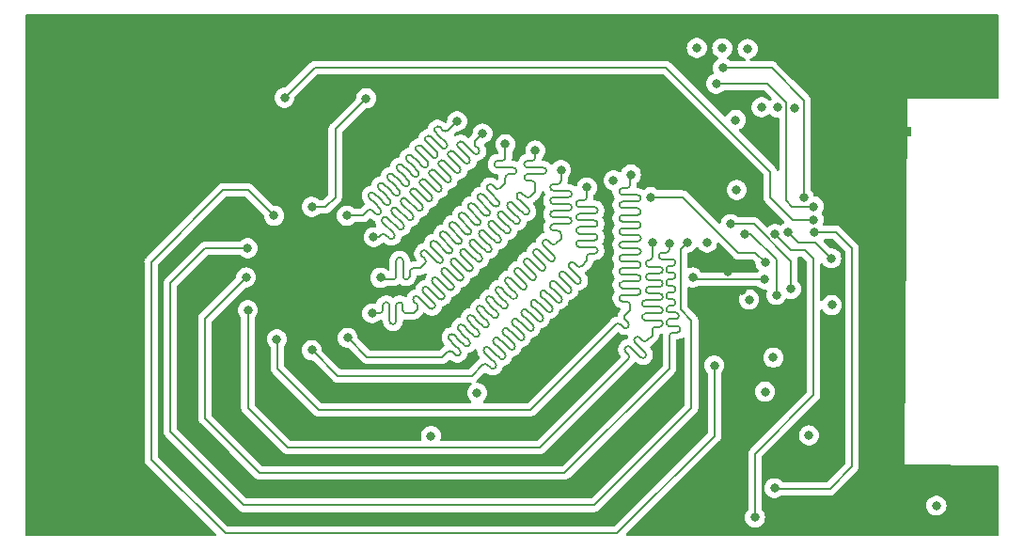
<source format=gbr>
%TF.GenerationSoftware,KiCad,Pcbnew,7.0.6*%
%TF.CreationDate,2024-06-09T16:50:33+02:00*%
%TF.ProjectId,nRF52832_visitcard,6e524635-3238-4333-925f-766973697463,v0.1*%
%TF.SameCoordinates,Original*%
%TF.FileFunction,Copper,L4,Bot*%
%TF.FilePolarity,Positive*%
%FSLAX46Y46*%
G04 Gerber Fmt 4.6, Leading zero omitted, Abs format (unit mm)*
G04 Created by KiCad (PCBNEW 7.0.6) date 2024-06-09 16:50:33*
%MOMM*%
%LPD*%
G01*
G04 APERTURE LIST*
%TA.AperFunction,ComponentPad*%
%ADD10R,0.500000X0.900000*%
%TD*%
%TA.AperFunction,ViaPad*%
%ADD11C,0.800000*%
%TD*%
%TA.AperFunction,Conductor*%
%ADD12C,0.200000*%
%TD*%
G04 APERTURE END LIST*
D10*
%TO.P, ,2*%
%TO.N,GND*%
X181102000Y-91876600D03*
%TD*%
D11*
%TO.N,VDD*%
X165531800Y-90820800D03*
X183616600Y-125552200D03*
X165633400Y-97129600D03*
X168935400Y-112217200D03*
X162052000Y-84328000D03*
X172135800Y-119227600D03*
X166744278Y-106996194D03*
X170865800Y-89763600D03*
X138099800Y-119278400D03*
X154533600Y-96266000D03*
X142265400Y-115417600D03*
X174193200Y-107492800D03*
X168198800Y-115290600D03*
%TO.N,GND*%
X187960000Y-123190000D03*
X165887400Y-110109000D03*
X109220000Y-90170000D03*
X166116000Y-106218202D03*
X137160000Y-83820000D03*
X179832000Y-109220000D03*
X168910000Y-93980000D03*
X123190000Y-120650000D03*
X109220000Y-105410000D03*
X139700000Y-83820000D03*
X167640000Y-92710000D03*
X179832000Y-97790000D03*
X114300000Y-83820000D03*
X171450000Y-127000000D03*
X179832000Y-105410000D03*
X179832000Y-116840000D03*
X179832000Y-101600000D03*
X164820600Y-104495600D03*
X116840000Y-95250000D03*
X152400000Y-83820000D03*
X179832000Y-113030000D03*
X179832000Y-104140000D03*
X179832000Y-95250000D03*
X179832000Y-87630000D03*
X179832000Y-114300000D03*
X152400000Y-107950000D03*
X185420000Y-123190000D03*
X179832000Y-115570000D03*
X179832000Y-90170000D03*
X171475400Y-83693000D03*
X179832000Y-119380000D03*
X184150000Y-87630000D03*
X114300000Y-87630000D03*
X179832000Y-99060000D03*
X173990000Y-127000000D03*
X147320000Y-113030000D03*
X109220000Y-120650000D03*
X185928000Y-125476000D03*
X185420000Y-87630000D03*
X160020000Y-88900000D03*
X119380000Y-83820000D03*
X181356000Y-87630000D03*
X149860000Y-83820000D03*
X179832000Y-102870000D03*
X182880000Y-123190000D03*
X124460000Y-83820000D03*
X121920000Y-83820000D03*
X111760000Y-88900000D03*
X154940000Y-83820000D03*
X179832000Y-111760000D03*
X124460000Y-116840000D03*
X127000000Y-83820000D03*
X186690000Y-87630000D03*
X159766000Y-84328000D03*
X179832000Y-106680000D03*
X179832000Y-123190000D03*
X179832000Y-107950000D03*
X173990000Y-110490000D03*
X179832000Y-120650000D03*
X173990000Y-116840000D03*
X179705000Y-91897200D03*
X157480000Y-83820000D03*
X182880000Y-87630000D03*
X149860000Y-110490000D03*
X157480000Y-88900000D03*
X109220000Y-96520000D03*
X179832000Y-100330000D03*
X184150000Y-123190000D03*
X113030000Y-99060000D03*
X173990000Y-113030000D03*
X179832000Y-96520000D03*
X142240000Y-83820000D03*
X169468800Y-83515200D03*
X179832000Y-118110000D03*
X179832000Y-110490000D03*
X179832000Y-88900000D03*
X144780000Y-83820000D03*
X116840000Y-83820000D03*
X179832000Y-121920000D03*
X109220000Y-113030000D03*
X186690000Y-123190000D03*
X129540000Y-83820000D03*
X154940000Y-88900000D03*
X181356000Y-123190000D03*
X168910000Y-92710000D03*
X187960000Y-87630000D03*
X163779200Y-98653600D03*
X113030000Y-124460000D03*
X132080000Y-83820000D03*
X134620000Y-83820000D03*
X147320000Y-83820000D03*
%TO.N,/SETC*%
X168173400Y-105181400D03*
X161671000Y-105003600D03*
%TO.N,/PB*%
X168224200Y-103682800D03*
X157886400Y-97764600D03*
%TO.N,/SDA*%
X170512100Y-106045000D03*
X165100002Y-100203000D03*
%TO.N,/DRSSI1*%
X169066824Y-101097073D03*
X167284400Y-126619000D03*
%TO.N,/DRSSI2*%
X174142400Y-103276400D03*
X170256200Y-100914200D03*
%TO.N,/DRSSI3*%
X172643800Y-100965000D03*
X169037000Y-123977400D03*
%TO.N,/DRSSI4*%
X172567598Y-99796600D03*
X124917200Y-88823800D03*
%TO.N,/DRSSI5*%
X172564037Y-98608693D03*
X163779200Y-87553800D03*
%TO.N,/DRSSI6*%
X171699381Y-97830054D03*
X164388800Y-86131400D03*
%TO.N,/D10*%
X121462800Y-105003600D03*
X159588200Y-101930200D03*
%TO.N,/D11*%
X121589800Y-102362000D03*
X161163000Y-101879400D03*
%TO.N,/D9*%
X121615200Y-107950000D03*
X158038800Y-101854000D03*
%TO.N,/D12*%
X123977400Y-99441000D03*
X163626800Y-112928400D03*
X162966413Y-101879387D03*
%TO.N,/D8*%
X156108400Y-95732600D03*
X124231400Y-110566200D03*
%TO.N,/D1*%
X132257800Y-88874600D03*
X127381000Y-98653600D03*
%TO.N,/D7*%
X127381000Y-111556800D03*
X152146000Y-96901000D03*
%TO.N,/D2*%
X130529650Y-99438152D03*
X140462000Y-90932000D03*
%TO.N,/D6*%
X130606800Y-110439200D03*
X149809200Y-95326200D03*
%TO.N,/D3*%
X132943600Y-101371400D03*
X142748000Y-92049600D03*
%TO.N,/D5*%
X147497800Y-93573600D03*
X132816600Y-108229400D03*
%TO.N,/D4*%
X144805400Y-93014800D03*
X133553200Y-105029000D03*
%TO.N,/DRDY*%
X169214800Y-106578400D03*
X166319200Y-101066600D03*
%TO.N,/RX*%
X167868600Y-89662000D03*
X164338000Y-84353400D03*
%TO.N,/TX*%
X169316400Y-89712800D03*
X166624000Y-84429600D03*
%TD*%
D12*
%TO.N,/SETC*%
X161863000Y-105195600D02*
X168159200Y-105195600D01*
X161671000Y-105003600D02*
X161863000Y-105195600D01*
X168159200Y-105195600D02*
X168173400Y-105181400D01*
%TO.N,/PB*%
X165785800Y-102768400D02*
X167309800Y-102768400D01*
X160782000Y-97764600D02*
X165785800Y-102768400D01*
X167309800Y-102768400D02*
X168224200Y-103682800D01*
X157886400Y-97764600D02*
X160782000Y-97764600D01*
%TO.N,/SDA*%
X167182800Y-100203000D02*
X165100002Y-100203000D01*
X170512100Y-106045000D02*
X170512100Y-103532300D01*
X170512100Y-103532300D02*
X167182800Y-100203000D01*
%TO.N,/DRSSI1*%
X169066824Y-101097073D02*
X169066824Y-101100789D01*
X172567600Y-115595400D02*
X167284400Y-120878600D01*
X169066824Y-101100789D02*
X170531236Y-102565200D01*
X170531236Y-102565200D02*
X171805600Y-102565200D01*
X172567600Y-103327200D02*
X172567600Y-115595400D01*
X167284400Y-120878600D02*
X167284400Y-126619000D01*
X171805600Y-102565200D02*
X172567600Y-103327200D01*
%TO.N,/DRSSI2*%
X171196000Y-101854000D02*
X172720000Y-101854000D01*
X172720000Y-101854000D02*
X174142400Y-103276400D01*
X171196000Y-101854000D02*
X170256200Y-100914200D01*
%TO.N,/DRSSI3*%
X174040800Y-124028200D02*
X169087800Y-124028200D01*
X176022000Y-102387400D02*
X176022000Y-122047000D01*
X169087800Y-124028200D02*
X169037000Y-123977400D01*
X176022000Y-122047000D02*
X174040800Y-124028200D01*
X172643800Y-100965000D02*
X174599600Y-100965000D01*
X174599600Y-100965000D02*
X176022000Y-102387400D01*
%TO.N,/DRSSI4*%
X170662600Y-99796600D02*
X172567598Y-99796600D01*
X127635000Y-86106000D02*
X159283400Y-86106000D01*
X124917200Y-88823800D02*
X127635000Y-86106000D01*
X168656000Y-97790000D02*
X170662600Y-99796600D01*
X159283400Y-86106000D02*
X168656000Y-95478600D01*
X168656000Y-95478600D02*
X168656000Y-97790000D01*
%TO.N,/DRSSI5*%
X170078400Y-98069400D02*
X170078400Y-89281000D01*
X168351200Y-87553800D02*
X163779200Y-87553800D01*
X170078400Y-89281000D02*
X168351200Y-87553800D01*
X170617693Y-98608693D02*
X170078400Y-98069400D01*
X172564037Y-98608693D02*
X170617693Y-98608693D01*
%TO.N,/DRSSI6*%
X168783000Y-86131400D02*
X164388800Y-86131400D01*
X171699381Y-97830054D02*
X171699381Y-89047781D01*
X171699381Y-89047781D02*
X168783000Y-86131400D01*
%TO.N,/D10*%
X159364861Y-105275269D02*
X159364861Y-105651931D01*
X159588200Y-109363600D02*
X160267252Y-109363600D01*
X160267252Y-109963600D02*
X159888200Y-109963600D01*
X159364861Y-107675269D02*
X159364861Y-108051931D01*
X159588200Y-106363600D02*
X159476530Y-106363600D01*
X159476530Y-109363600D02*
X159588200Y-109363600D01*
X159476530Y-105763600D02*
X159588200Y-105763600D01*
X159288200Y-102763600D02*
X158909148Y-102763600D01*
X122707400Y-122631200D02*
X117779800Y-117703600D01*
X159476530Y-108163600D02*
X159588200Y-108163600D01*
X159364861Y-106475269D02*
X159364861Y-106851931D01*
X159849870Y-103963600D02*
X159588200Y-103963600D01*
X159588200Y-108763600D02*
X159476530Y-108763600D01*
X160111539Y-104825269D02*
X160111539Y-104901931D01*
X159364861Y-104075269D02*
X159364861Y-104451931D01*
X159849870Y-105163600D02*
X159588200Y-105163600D01*
X159588200Y-103963600D02*
X159476530Y-103963600D01*
X159588200Y-105763600D02*
X159849870Y-105763600D01*
X159588200Y-104563600D02*
X159849870Y-104563600D01*
X159849870Y-107563600D02*
X159588200Y-107563600D01*
X159588200Y-113182400D02*
X150139400Y-122631200D01*
X158909148Y-103363600D02*
X159288200Y-103363600D01*
X150139400Y-122631200D02*
X122707400Y-122631200D01*
X160117252Y-108763600D02*
X159588200Y-108763600D01*
X117779800Y-108635800D02*
X117830600Y-108635800D01*
X159588200Y-105163600D02*
X159476530Y-105163600D01*
X159588200Y-108163600D02*
X160117252Y-108163600D01*
X159288200Y-103363600D02*
X159849870Y-103363600D01*
X159588200Y-106963600D02*
X159849870Y-106963600D01*
X159364861Y-108875269D02*
X159364861Y-109251931D01*
X117779800Y-117703600D02*
X117779800Y-108635800D01*
X160111539Y-106025269D02*
X160111539Y-106101931D01*
X159588200Y-101930200D02*
X159588200Y-102463600D01*
X117830600Y-108635800D02*
X121462800Y-105003600D01*
X159588200Y-107563600D02*
X159476530Y-107563600D01*
X160111539Y-103625269D02*
X160111539Y-103701931D01*
X159476530Y-106963600D02*
X159588200Y-106963600D01*
X159476530Y-104563600D02*
X159588200Y-104563600D01*
X160111539Y-107225269D02*
X160111539Y-107301931D01*
X159588200Y-110263600D02*
X159588200Y-113182400D01*
X159849870Y-106363600D02*
X159588200Y-106363600D01*
X159849870Y-103963539D02*
G75*
G03*
X160111539Y-103701931I30J261639D01*
G01*
X159476530Y-107563661D02*
G75*
G03*
X159364861Y-107675269I-30J-111639D01*
G01*
X160111600Y-104825269D02*
G75*
G03*
X159849870Y-104563600I-261700J-31D01*
G01*
X159849870Y-106363539D02*
G75*
G03*
X160111539Y-106101931I30J261639D01*
G01*
X159476530Y-106363661D02*
G75*
G03*
X159364861Y-106475269I-30J-111639D01*
G01*
X160111600Y-107225269D02*
G75*
G03*
X159849870Y-106963600I-261700J-31D01*
G01*
X160111600Y-103625269D02*
G75*
G03*
X159849870Y-103363600I-261700J-31D01*
G01*
X159849870Y-107563539D02*
G75*
G03*
X160111539Y-107301931I30J261639D01*
G01*
X159849870Y-105163539D02*
G75*
G03*
X160111539Y-104901931I30J261639D01*
G01*
X159888200Y-109963600D02*
G75*
G03*
X159588200Y-110263600I0J-300000D01*
G01*
X160567300Y-109663600D02*
G75*
G03*
X160267252Y-109363600I-300000J0D01*
G01*
X159364800Y-105651931D02*
G75*
G03*
X159476530Y-105763600I111700J31D01*
G01*
X159288200Y-102763600D02*
G75*
G03*
X159588200Y-102463600I0J300000D01*
G01*
X158909148Y-102763648D02*
G75*
G03*
X158609148Y-103063600I-48J-299952D01*
G01*
X159364800Y-108051931D02*
G75*
G03*
X159476530Y-108163600I111700J31D01*
G01*
X159364800Y-106851931D02*
G75*
G03*
X159476530Y-106963600I111700J31D01*
G01*
X160111600Y-106025269D02*
G75*
G03*
X159849870Y-105763600I-261700J-31D01*
G01*
X159364800Y-109251931D02*
G75*
G03*
X159476530Y-109363600I111700J31D01*
G01*
X160267252Y-109963552D02*
G75*
G03*
X160567252Y-109663600I48J299952D01*
G01*
X159476530Y-103963661D02*
G75*
G03*
X159364861Y-104075269I-30J-111639D01*
G01*
X159476530Y-105163661D02*
G75*
G03*
X159364861Y-105275269I-30J-111639D01*
G01*
X160417300Y-108463600D02*
G75*
G03*
X160117252Y-108163600I-300000J0D01*
G01*
X159476530Y-108763661D02*
G75*
G03*
X159364861Y-108875269I-30J-111639D01*
G01*
X158609100Y-103063600D02*
G75*
G03*
X158909148Y-103363600I300000J0D01*
G01*
X159364800Y-104451931D02*
G75*
G03*
X159476530Y-104563600I111700J31D01*
G01*
X160117252Y-108763552D02*
G75*
G03*
X160417252Y-108463600I48J299952D01*
G01*
%TO.N,/D11*%
X152781000Y-125526800D02*
X121259600Y-125526800D01*
X121259600Y-125526800D02*
X114604800Y-118872000D01*
X114604800Y-118872000D02*
X114604800Y-105537000D01*
X117779800Y-102362000D02*
X121589800Y-102362000D01*
X114604800Y-105537000D02*
X117779800Y-102362000D01*
X160578800Y-102463600D02*
X160578800Y-107873800D01*
X161569400Y-116738400D02*
X152781000Y-125526800D01*
X161569400Y-108864400D02*
X161569400Y-116738400D01*
X161163000Y-101879400D02*
X160578800Y-102463600D01*
X160578800Y-107873800D02*
X161569400Y-108864400D01*
%TO.N,/D9*%
X157447221Y-104945189D02*
X157447221Y-104953611D01*
X125196600Y-120319800D02*
X121615200Y-116738400D01*
X157448550Y-103739650D02*
X157448550Y-103754275D01*
X121615200Y-116738400D02*
X121615200Y-107950000D01*
X155639340Y-111700229D02*
X155882122Y-111943011D01*
X156730650Y-111094482D02*
X157397686Y-111761518D01*
X158038800Y-105849400D02*
X157743010Y-105849400D01*
X158682183Y-108249400D02*
X158038800Y-108249400D01*
X158038800Y-105249400D02*
X158682183Y-105249400D01*
X158038800Y-108249400D02*
X157395417Y-108249400D01*
X157395417Y-108849400D02*
X158038800Y-108849400D01*
X158682183Y-105849400D02*
X158038800Y-105849400D01*
X156518521Y-111730881D02*
X156063605Y-111275965D01*
X158038800Y-110210600D02*
X157579181Y-110670219D01*
X157447221Y-106145189D02*
X157447221Y-106153611D01*
X158038800Y-107049400D02*
X157395417Y-107049400D01*
X158038800Y-104649400D02*
X157743010Y-104649400D01*
X155639341Y-111275965D02*
X155639340Y-111275965D01*
X158038800Y-108849400D02*
X158682183Y-108849400D01*
X158682183Y-109449400D02*
X158338800Y-109449400D01*
X157743010Y-106449400D02*
X158038800Y-106449400D01*
X158038800Y-106449400D02*
X158682183Y-106449400D01*
X155882123Y-112367276D02*
X147929600Y-120319800D01*
X147929600Y-120319800D02*
X125196600Y-120319800D01*
X157395417Y-107649400D02*
X158038800Y-107649400D01*
X158038800Y-109749400D02*
X158038800Y-110210600D01*
X157743675Y-104049400D02*
X158038800Y-104049400D01*
X158682183Y-104649400D02*
X158038800Y-104649400D01*
X155882122Y-112367275D02*
X155882123Y-112367276D01*
X157743010Y-105249400D02*
X158038800Y-105249400D01*
X158038800Y-101854000D02*
X158038800Y-103149400D01*
X156973422Y-112185782D02*
X156518521Y-111730881D01*
X158038800Y-107649400D02*
X158682183Y-107649400D01*
X156487860Y-110427427D02*
X156487859Y-110427427D01*
X158682183Y-107049400D02*
X158038800Y-107049400D01*
X156487859Y-110851691D02*
X156730650Y-111094482D01*
X157154916Y-110670219D02*
X156912124Y-110427427D01*
X158038800Y-104049400D02*
X158682183Y-104049400D01*
X157154915Y-110670219D02*
X157154916Y-110670219D01*
X156063604Y-111275966D02*
G75*
G03*
X155639342Y-111275966I-212131J-212131D01*
G01*
X157743010Y-104649421D02*
G75*
G03*
X157447221Y-104945189I-10J-295779D01*
G01*
X158982200Y-106749400D02*
G75*
G03*
X158682183Y-106449400I-300000J0D01*
G01*
X158682183Y-109449383D02*
G75*
G03*
X158982183Y-109149400I17J299983D01*
G01*
X158682183Y-108249383D02*
G75*
G03*
X158982183Y-107949400I17J299983D01*
G01*
X157743675Y-103444450D02*
G75*
G03*
X157448550Y-103739650I25J-295150D01*
G01*
X155882079Y-112367232D02*
G75*
G03*
X155882122Y-111943011I-212079J212132D01*
G01*
X157447200Y-104953611D02*
G75*
G03*
X157743010Y-105249400I295800J11D01*
G01*
X158682183Y-104649383D02*
G75*
G03*
X158982183Y-104349400I17J299983D01*
G01*
X155639343Y-111275968D02*
G75*
G03*
X155639340Y-111700229I212157J-212132D01*
G01*
X157095400Y-107349400D02*
G75*
G03*
X157395417Y-107649400I300000J0D01*
G01*
X156487900Y-110427468D02*
G75*
G03*
X156487859Y-110851691I212100J-212132D01*
G01*
X157447200Y-106153611D02*
G75*
G03*
X157743010Y-106449400I295800J11D01*
G01*
X158982200Y-107949400D02*
G75*
G03*
X158682183Y-107649400I-300000J0D01*
G01*
X158982200Y-104349400D02*
G75*
G03*
X158682183Y-104049400I-300000J0D01*
G01*
X157448600Y-103754275D02*
G75*
G03*
X157743675Y-104049400I295100J-25D01*
G01*
X158982200Y-109149400D02*
G75*
G03*
X158682183Y-108849400I-300000J0D01*
G01*
X157095400Y-108549400D02*
G75*
G03*
X157395417Y-108849400I300000J0D01*
G01*
X156973423Y-112185781D02*
G75*
G03*
X157397685Y-112185781I212131J212131D01*
G01*
X158338800Y-109449400D02*
G75*
G03*
X158038800Y-109749400I0J-300000D01*
G01*
X157395417Y-108249417D02*
G75*
G03*
X157095417Y-108549400I-17J-299983D01*
G01*
X158682183Y-107049383D02*
G75*
G03*
X158982183Y-106749400I17J299983D01*
G01*
X158982200Y-105549400D02*
G75*
G03*
X158682183Y-105249400I-300000J0D01*
G01*
X157395417Y-107049417D02*
G75*
G03*
X157095417Y-107349400I-17J-299983D01*
G01*
X157154915Y-110670219D02*
G75*
G03*
X157579181Y-110670219I212133J212134D01*
G01*
X156912123Y-110427428D02*
G75*
G03*
X156487861Y-110427428I-212131J-212131D01*
G01*
X158682183Y-105849383D02*
G75*
G03*
X158982183Y-105549400I17J299983D01*
G01*
X157397735Y-112185831D02*
G75*
G03*
X157397685Y-111761519I-212135J212131D01*
G01*
X157743675Y-103444500D02*
G75*
G03*
X158038800Y-103149400I25J295100D01*
G01*
X157743010Y-105849421D02*
G75*
G03*
X157447221Y-106145189I-10J-295779D01*
G01*
%TO.N,/D12*%
X112903000Y-121386600D02*
X112903000Y-103606600D01*
X163626800Y-112928400D02*
X163626800Y-119303800D01*
X119583200Y-128066800D02*
X112903000Y-121386600D01*
X154863800Y-128066800D02*
X119583200Y-128066800D01*
X121691400Y-97155000D02*
X123977400Y-99441000D01*
X112903000Y-103606600D02*
X119354600Y-97155000D01*
X163626800Y-119303800D02*
X154863800Y-128066800D01*
X119354600Y-97155000D02*
X121691400Y-97155000D01*
%TO.N,/D8*%
X155839886Y-109500055D02*
X155839887Y-109500055D01*
X156032200Y-99972400D02*
X156710227Y-99972400D01*
X155354173Y-104772400D02*
X156032200Y-104772400D01*
X156710202Y-106572400D02*
X156032200Y-106572400D01*
X156710202Y-104172400D02*
X156032200Y-104172400D01*
X154724052Y-109232749D02*
X147015200Y-116941600D01*
X156710202Y-105372400D02*
X156032200Y-105372400D01*
X155354173Y-99972400D02*
X156032200Y-99972400D01*
X154724054Y-109232750D02*
X154724052Y-109232749D01*
X155415623Y-109500055D02*
X155148318Y-109232750D01*
X155354173Y-98772400D02*
X156032200Y-98772400D01*
X156710202Y-102972400D02*
X156032200Y-102972400D01*
X155572580Y-108808485D02*
X155839886Y-109075791D01*
X155354173Y-102372400D02*
X156032200Y-102372400D01*
X156710227Y-100572400D02*
X156032200Y-100572400D01*
X156032200Y-104772400D02*
X156710202Y-104772400D01*
X156032200Y-95808800D02*
X156032200Y-96672400D01*
X156032200Y-98172400D02*
X155354173Y-98172400D01*
X156032200Y-102972400D02*
X155354173Y-102972400D01*
X155732200Y-96972400D02*
X155354173Y-96972400D01*
X156032200Y-98772400D02*
X156710227Y-98772400D01*
X156032200Y-107924600D02*
X155572581Y-108384219D01*
X156032200Y-101772400D02*
X155354173Y-101772400D01*
X156710227Y-98172400D02*
X156032200Y-98172400D01*
X147015200Y-116941600D02*
X128016000Y-116941600D01*
X156032200Y-103572400D02*
X156710202Y-103572400D01*
X155354173Y-105972400D02*
X156032200Y-105972400D01*
X155354173Y-97572400D02*
X155732200Y-97572400D01*
X156032200Y-100572400D02*
X155354173Y-100572400D01*
X156032200Y-99372400D02*
X155354173Y-99372400D01*
X156032200Y-101172400D02*
X156710227Y-101172400D01*
X156710227Y-99372400D02*
X156032200Y-99372400D01*
X155354173Y-107172400D02*
X155732200Y-107172400D01*
X155354173Y-101172400D02*
X156032200Y-101172400D01*
X124256800Y-113182400D02*
X124256800Y-110591600D01*
X156108400Y-95732600D02*
X156032200Y-95808800D01*
X155354173Y-103572400D02*
X156032200Y-103572400D01*
X155732200Y-97572400D02*
X156710227Y-97572400D01*
X156710227Y-101772400D02*
X156032200Y-101772400D01*
X156032200Y-105972400D02*
X156710202Y-105972400D01*
X156032200Y-102372400D02*
X156710202Y-102372400D01*
X156032200Y-106572400D02*
X155354173Y-106572400D01*
X124256800Y-110591600D02*
X124231400Y-110566200D01*
X156032200Y-105372400D02*
X155354173Y-105372400D01*
X156032200Y-107472400D02*
X156032200Y-107924600D01*
X156032200Y-104172400D02*
X155354173Y-104172400D01*
X155572581Y-108808485D02*
X155572580Y-108808485D01*
X128016000Y-116941600D02*
X124256800Y-113182400D01*
X157010200Y-102672400D02*
G75*
G03*
X156710202Y-102372400I-300000J0D01*
G01*
X155354173Y-105372373D02*
G75*
G03*
X155054173Y-105672400I27J-300027D01*
G01*
X155354173Y-106572373D02*
G75*
G03*
X155054173Y-106872400I27J-300027D01*
G01*
X155054200Y-102072400D02*
G75*
G03*
X155354173Y-102372400I300000J0D01*
G01*
X155354173Y-102972373D02*
G75*
G03*
X155054173Y-103272400I27J-300027D01*
G01*
X156710227Y-99372427D02*
G75*
G03*
X157010227Y-99072400I-27J300027D01*
G01*
X157010200Y-97872400D02*
G75*
G03*
X156710227Y-97572400I-300000J0D01*
G01*
X157010200Y-106272400D02*
G75*
G03*
X156710202Y-105972400I-300000J0D01*
G01*
X157010200Y-101472400D02*
G75*
G03*
X156710227Y-101172400I-300000J0D01*
G01*
X155148317Y-109232751D02*
G75*
G03*
X154724055Y-109232751I-212131J-212131D01*
G01*
X155054200Y-99672400D02*
G75*
G03*
X155354173Y-99972400I300000J0D01*
G01*
X155054200Y-100872400D02*
G75*
G03*
X155354173Y-101172400I300000J0D01*
G01*
X155354173Y-99372373D02*
G75*
G03*
X155054173Y-99672400I27J-300027D01*
G01*
X155054200Y-106872400D02*
G75*
G03*
X155354173Y-107172400I300000J0D01*
G01*
X155354173Y-100572373D02*
G75*
G03*
X155054173Y-100872400I27J-300027D01*
G01*
X157010200Y-105072400D02*
G75*
G03*
X156710202Y-104772400I-300000J0D01*
G01*
X155732200Y-96972400D02*
G75*
G03*
X156032200Y-96672400I0J300000D01*
G01*
X156710227Y-100572427D02*
G75*
G03*
X157010227Y-100272400I-27J300027D01*
G01*
X157010200Y-103872400D02*
G75*
G03*
X156710202Y-103572400I-300000J0D01*
G01*
X156710227Y-98172427D02*
G75*
G03*
X157010227Y-97872400I-27J300027D01*
G01*
X156710202Y-102972402D02*
G75*
G03*
X157010202Y-102672400I-2J300002D01*
G01*
X155354173Y-98172373D02*
G75*
G03*
X155054173Y-98472400I27J-300027D01*
G01*
X156032200Y-107472400D02*
G75*
G03*
X155732200Y-107172400I-300000J0D01*
G01*
X157010200Y-99072400D02*
G75*
G03*
X156710227Y-98772400I-300000J0D01*
G01*
X155354173Y-96972373D02*
G75*
G03*
X155054173Y-97272400I27J-300027D01*
G01*
X155839863Y-109500032D02*
G75*
G03*
X155839886Y-109075791I-212063J212132D01*
G01*
X155354173Y-101772373D02*
G75*
G03*
X155054173Y-102072400I27J-300027D01*
G01*
X155054200Y-98472400D02*
G75*
G03*
X155354173Y-98772400I300000J0D01*
G01*
X155054200Y-103272400D02*
G75*
G03*
X155354173Y-103572400I300000J0D01*
G01*
X156710227Y-101772427D02*
G75*
G03*
X157010227Y-101472400I-27J300027D01*
G01*
X155054200Y-105672400D02*
G75*
G03*
X155354173Y-105972400I300000J0D01*
G01*
X155054200Y-97272400D02*
G75*
G03*
X155354173Y-97572400I300000J0D01*
G01*
X156710202Y-106572402D02*
G75*
G03*
X157010202Y-106272400I-2J300002D01*
G01*
X156710202Y-104172402D02*
G75*
G03*
X157010202Y-103872400I-2J300002D01*
G01*
X155572629Y-108384267D02*
G75*
G03*
X155572581Y-108808485I212071J-212133D01*
G01*
X155415624Y-109500054D02*
G75*
G03*
X155839886Y-109500054I212131J212131D01*
G01*
X155354173Y-104172373D02*
G75*
G03*
X155054173Y-104472400I27J-300027D01*
G01*
X157010200Y-100272400D02*
G75*
G03*
X156710227Y-99972400I-300000J0D01*
G01*
X156710202Y-105372402D02*
G75*
G03*
X157010202Y-105072400I-2J300002D01*
G01*
X155054200Y-104472400D02*
G75*
G03*
X155354173Y-104772400I300000J0D01*
G01*
%TO.N,/D1*%
X128600200Y-98653600D02*
X129489200Y-97764600D01*
X129489200Y-97764600D02*
X129489200Y-91643200D01*
X129489200Y-91643200D02*
X132257800Y-88874600D01*
X127381000Y-98653600D02*
X128600200Y-98653600D01*
%TO.N,/D7*%
X149723832Y-104971920D02*
X150201455Y-105449543D01*
X150572334Y-103699101D02*
X150572333Y-103699101D01*
X148875286Y-105820430D02*
X149352927Y-106298071D01*
X152821462Y-101664600D02*
X152146000Y-101664600D01*
X146807343Y-108843655D02*
X147285005Y-109321317D01*
X144632638Y-110063062D02*
X145110287Y-110540711D01*
X152146000Y-96901000D02*
X152146000Y-97764600D01*
X144315103Y-112291111D02*
X143837497Y-111813505D01*
X149406310Y-107199982D02*
X148928665Y-106722337D01*
X142776835Y-112874168D02*
X142776834Y-112874167D01*
X152146000Y-103164600D02*
X152146000Y-103505000D01*
X152821462Y-102864600D02*
X152446000Y-102864600D01*
X149777193Y-105873809D02*
X149299550Y-105396166D01*
X152146000Y-99864600D02*
X152821462Y-99864600D01*
X146860741Y-109745581D02*
X146383081Y-109267921D01*
X143890881Y-113139681D02*
X143890879Y-113139684D01*
X148504399Y-107146599D02*
X148982017Y-107624217D01*
X152146000Y-101064600D02*
X152821462Y-101064600D01*
X143837497Y-111813505D02*
X143359854Y-111335862D01*
X148026758Y-106668958D02*
X148504399Y-107146599D01*
X150625721Y-105025281D02*
X150148096Y-104547656D01*
X148557753Y-108048481D02*
X148080137Y-107570865D01*
X144261759Y-111389239D02*
X144739367Y-111866847D01*
X148080137Y-107570865D02*
X147602512Y-107093240D01*
X145163631Y-111442583D02*
X144686025Y-110964977D01*
X150572333Y-104123365D02*
X150837850Y-104388882D01*
X152146000Y-102264600D02*
X152821462Y-102264600D01*
X143784136Y-110911616D02*
X144261759Y-111389239D01*
X142776834Y-112874167D02*
X141782800Y-113868200D01*
X152146000Y-101664600D02*
X151470538Y-101664600D01*
X147709215Y-108896999D02*
X147231609Y-108419393D01*
X152821462Y-100464600D02*
X152146000Y-100464600D01*
X146012187Y-110594083D02*
X145534553Y-110116449D01*
X151262115Y-103964619D02*
X151262116Y-103964619D01*
X150201455Y-105449543D02*
X150679115Y-105927203D01*
X152146000Y-99264600D02*
X151470538Y-99264600D01*
X146329720Y-108366032D02*
X146807343Y-108843655D01*
X151103323Y-105502883D02*
X150625721Y-105025281D01*
X146383081Y-109267921D02*
X145905438Y-108790278D01*
X150837850Y-104388882D02*
X151527587Y-105078619D01*
X150254851Y-106351467D02*
X149777193Y-105873809D01*
X151470538Y-102264600D02*
X152146000Y-102264600D01*
X142935590Y-111760126D02*
X143413231Y-112237767D01*
X151846000Y-98064600D02*
X151470538Y-98064600D01*
X152821462Y-99264600D02*
X152146000Y-99264600D01*
X147231609Y-108419393D02*
X146753984Y-107941768D01*
X145481174Y-109214542D02*
X145958815Y-109692183D01*
X145534553Y-110116449D02*
X145056902Y-109638798D01*
X149352927Y-106298071D02*
X149830574Y-106775718D01*
X151470538Y-99864600D02*
X152146000Y-99864600D01*
X148928665Y-106722337D02*
X148451022Y-106244694D01*
X151262116Y-103964619D02*
X150996598Y-103699101D01*
X152146000Y-103505000D02*
X151686381Y-103964619D01*
X145110287Y-110540711D02*
X145587895Y-111018319D01*
X141782800Y-113868200D02*
X129692400Y-113868200D01*
X147655871Y-107995127D02*
X148133479Y-108472735D01*
X151846000Y-98664600D02*
X152821462Y-98664600D01*
X145958815Y-109692183D02*
X146436451Y-110169819D01*
X143413231Y-112237767D02*
X143890881Y-112715417D01*
X143466615Y-113139684D02*
X143201099Y-112874168D01*
X129692400Y-113868200D02*
X127381000Y-111556800D01*
X151470538Y-101064600D02*
X152146000Y-101064600D01*
X144686025Y-110964977D02*
X144208400Y-110487352D01*
X152146000Y-100464600D02*
X151470538Y-100464600D01*
X151470538Y-98664600D02*
X151846000Y-98664600D01*
X147178248Y-107517504D02*
X147655871Y-107995127D01*
X148875289Y-105396169D02*
G75*
G03*
X148875287Y-105820429I212111J-212131D01*
G01*
X145481165Y-108790269D02*
G75*
G03*
X145481175Y-109214541I212135J-212131D01*
G01*
X144208399Y-110487353D02*
G75*
G03*
X143784137Y-110487353I-212131J-212131D01*
G01*
X151170500Y-101964600D02*
G75*
G03*
X151470538Y-102264600I300000J0D01*
G01*
X151470538Y-100464638D02*
G75*
G03*
X151170538Y-100764600I-38J-299962D01*
G01*
X146329721Y-107941769D02*
G75*
G03*
X146329721Y-108366031I212179J-212131D01*
G01*
X146860742Y-109745580D02*
G75*
G03*
X147285004Y-109745580I212131J212131D01*
G01*
X146012188Y-110594082D02*
G75*
G03*
X146436450Y-110594082I212131J212131D01*
G01*
X151846000Y-98064600D02*
G75*
G03*
X152146000Y-97764600I0J300000D01*
G01*
X145587944Y-111442632D02*
G75*
G03*
X145587895Y-111018319I-212144J212132D01*
G01*
X153121500Y-100164600D02*
G75*
G03*
X152821462Y-99864600I-300000J0D01*
G01*
X147709216Y-108896998D02*
G75*
G03*
X148133478Y-108896998I212131J212131D01*
G01*
X144632608Y-109638768D02*
G75*
G03*
X144632638Y-110063062I212192J-212132D01*
G01*
X149830524Y-107199932D02*
G75*
G03*
X149830574Y-106775718I-212124J212132D01*
G01*
X151170500Y-100764600D02*
G75*
G03*
X151470538Y-101064600I300000J0D01*
G01*
X150679080Y-106351432D02*
G75*
G03*
X150679115Y-105927203I-212080J212132D01*
G01*
X147284956Y-109745532D02*
G75*
G03*
X147285005Y-109321317I-212056J212132D01*
G01*
X150996597Y-103699102D02*
G75*
G03*
X150572335Y-103699102I-212131J-212131D01*
G01*
X151527635Y-105502931D02*
G75*
G03*
X151527586Y-105078620I-212135J212131D01*
G01*
X151262115Y-103964619D02*
G75*
G03*
X151686381Y-103964619I212133J212134D01*
G01*
X152821462Y-101664562D02*
G75*
G03*
X153121462Y-101364600I38J299962D01*
G01*
X144739388Y-112291132D02*
G75*
G03*
X144739367Y-111866847I-212188J212132D01*
G01*
X143201098Y-112874169D02*
G75*
G03*
X142776836Y-112874169I-212131J-212131D01*
G01*
X144315104Y-112291110D02*
G75*
G03*
X144739366Y-112291110I212131J212131D01*
G01*
X149406311Y-107199981D02*
G75*
G03*
X149830573Y-107199981I212131J212131D01*
G01*
X149723845Y-104547669D02*
G75*
G03*
X149723833Y-104971919I212155J-212131D01*
G01*
X146753983Y-107941769D02*
G75*
G03*
X146329721Y-107941769I-212131J-212131D01*
G01*
X145905437Y-108790279D02*
G75*
G03*
X145481175Y-108790279I-212131J-212131D01*
G01*
X151470538Y-99264638D02*
G75*
G03*
X151170538Y-99564600I-38J-299962D01*
G01*
X152821462Y-100464562D02*
G75*
G03*
X153121462Y-100164600I38J299962D01*
G01*
X153121500Y-102564600D02*
G75*
G03*
X152821462Y-102264600I-300000J0D01*
G01*
X143359853Y-111335863D02*
G75*
G03*
X142935591Y-111335863I-212131J-212131D01*
G01*
X142935596Y-111335868D02*
G75*
G03*
X142935590Y-111760126I212104J-212132D01*
G01*
X153121500Y-98964600D02*
G75*
G03*
X152821462Y-98664600I-300000J0D01*
G01*
X147602511Y-107093241D02*
G75*
G03*
X147178249Y-107093241I-212131J-212131D01*
G01*
X151470538Y-101664638D02*
G75*
G03*
X151170538Y-101964600I-38J-299962D01*
G01*
X148451021Y-106244695D02*
G75*
G03*
X148026759Y-106244695I-212131J-212131D01*
G01*
X151170500Y-99564600D02*
G75*
G03*
X151470538Y-99864600I300000J0D01*
G01*
X151170500Y-98364600D02*
G75*
G03*
X151470538Y-98664600I300000J0D01*
G01*
X143890831Y-113139631D02*
G75*
G03*
X143890880Y-112715418I-212131J212131D01*
G01*
X150254852Y-106351466D02*
G75*
G03*
X150679114Y-106351466I212131J212131D01*
G01*
X148026732Y-106244668D02*
G75*
G03*
X148026758Y-106668958I212168J-212132D01*
G01*
X143466616Y-113139683D02*
G75*
G03*
X143890878Y-113139683I212131J212131D01*
G01*
X153121500Y-101364600D02*
G75*
G03*
X152821462Y-101064600I-300000J0D01*
G01*
X145056901Y-109638799D02*
G75*
G03*
X144632639Y-109638799I-212131J-212131D01*
G01*
X143784152Y-110487368D02*
G75*
G03*
X143784136Y-110911616I212148J-212132D01*
G01*
X150148095Y-104547657D02*
G75*
G03*
X149723833Y-104547657I-212131J-212131D01*
G01*
X148981968Y-108048431D02*
G75*
G03*
X148982017Y-107624217I-212068J212131D01*
G01*
X148133512Y-108897032D02*
G75*
G03*
X148133479Y-108472735I-212212J212132D01*
G01*
X152821462Y-99264562D02*
G75*
G03*
X153121462Y-98964600I38J299962D01*
G01*
X151470538Y-98064638D02*
G75*
G03*
X151170538Y-98364600I-38J-299962D01*
G01*
X149299549Y-105396167D02*
G75*
G03*
X148875287Y-105396167I-212131J-212131D01*
G01*
X150572300Y-103699068D02*
G75*
G03*
X150572333Y-104123365I212200J-212132D01*
G01*
X152446000Y-102864600D02*
G75*
G03*
X152146000Y-103164600I0J-300000D01*
G01*
X148557754Y-108048480D02*
G75*
G03*
X148982016Y-108048480I212131J212131D01*
G01*
X147178276Y-107093268D02*
G75*
G03*
X147178248Y-107517504I212124J-212132D01*
G01*
X145163632Y-111442582D02*
G75*
G03*
X145587894Y-111442582I212131J212131D01*
G01*
X152821462Y-102864562D02*
G75*
G03*
X153121462Y-102564600I38J299962D01*
G01*
X146436500Y-110594132D02*
G75*
G03*
X146436451Y-110169819I-212200J212132D01*
G01*
X151103324Y-105502882D02*
G75*
G03*
X151527586Y-105502882I212131J212131D01*
G01*
%TO.N,/D2*%
X132411312Y-98982690D02*
X132411310Y-98982691D01*
X135664002Y-96719948D02*
X135169028Y-96224974D01*
X133966946Y-98417004D02*
X133471972Y-97922030D01*
X137714612Y-93679390D02*
X137219636Y-93184414D01*
X138138874Y-93255124D02*
X138633850Y-93750100D01*
X135593290Y-95800708D02*
X136088266Y-96295684D01*
X131955848Y-99438152D02*
X130529650Y-99438152D01*
X133471972Y-97922030D02*
X132976996Y-97427054D01*
X134744762Y-96649236D02*
X135239738Y-97144212D01*
X137290346Y-94103652D02*
X137785322Y-94598628D01*
X133047706Y-98346292D02*
X133542682Y-98841268D01*
X139199535Y-91770200D02*
X138916692Y-91487357D01*
X137361058Y-95022892D02*
X136866084Y-94527918D01*
X133401260Y-97002790D02*
X133896234Y-97497764D01*
X137643900Y-92760150D02*
X138138874Y-93255124D01*
X138563140Y-92830862D02*
X138068164Y-92335886D01*
X136512530Y-95871420D02*
X136017556Y-95376446D01*
X133896234Y-97497764D02*
X134391210Y-97992740D01*
X138775270Y-92194463D02*
X139482378Y-92901572D01*
X140462000Y-90932000D02*
X139623800Y-91770200D01*
X139199534Y-91770200D02*
X139199535Y-91770200D01*
X138492428Y-91911621D02*
X138775270Y-92194463D01*
X133118418Y-99265532D02*
X132835576Y-98982690D01*
X136017556Y-95376446D02*
X135522580Y-94881470D01*
X138209586Y-94174364D02*
X137714612Y-93679390D01*
X134249788Y-96154262D02*
X134744762Y-96649236D01*
X135098316Y-95305734D02*
X135593290Y-95800708D01*
X132411310Y-98982691D02*
X131955848Y-99438152D01*
X132552732Y-97851318D02*
X133047706Y-98346292D01*
X136795372Y-93608678D02*
X137290346Y-94103652D01*
X139058114Y-93325836D02*
X138563140Y-92830862D01*
X134320500Y-97073502D02*
X133825524Y-96578526D01*
X135169028Y-96224974D02*
X134674052Y-95729998D01*
X135946844Y-94457206D02*
X136441818Y-94952180D01*
X134815474Y-97568476D02*
X134320500Y-97073502D01*
X136866084Y-94527918D02*
X136371108Y-94032942D01*
X136441818Y-94952180D02*
X136936794Y-95447156D01*
X136088250Y-96719932D02*
G75*
G03*
X136088266Y-96295684I-212150J212132D01*
G01*
X136371107Y-94032943D02*
G75*
G03*
X135946845Y-94032943I-212131J-212131D01*
G01*
X132552746Y-97427068D02*
G75*
G03*
X132552732Y-97851318I212154J-212132D01*
G01*
X133401303Y-96578569D02*
G75*
G03*
X133401261Y-97002789I212097J-212131D01*
G01*
X138916691Y-91487358D02*
G75*
G03*
X138492429Y-91487358I-212131J-212131D01*
G01*
X133118419Y-99265531D02*
G75*
G03*
X133542681Y-99265531I212131J212131D01*
G01*
X137219635Y-93184415D02*
G75*
G03*
X136795373Y-93184415I-212131J-212131D01*
G01*
X137785362Y-95022932D02*
G75*
G03*
X137785322Y-94598628I-212162J212132D01*
G01*
X138492439Y-91487368D02*
G75*
G03*
X138492428Y-91911621I212161J-212132D01*
G01*
X134391238Y-98417032D02*
G75*
G03*
X134391210Y-97992740I-212138J212132D01*
G01*
X135664003Y-96719947D02*
G75*
G03*
X136088265Y-96719947I212131J212131D01*
G01*
X133542682Y-99265532D02*
G75*
G03*
X133542682Y-98841268I-212082J212132D01*
G01*
X134249758Y-95729968D02*
G75*
G03*
X134249788Y-96154262I212142J-212132D01*
G01*
X136512531Y-95871419D02*
G75*
G03*
X136936793Y-95871419I212131J212131D01*
G01*
X137643882Y-92335868D02*
G75*
G03*
X137643900Y-92760150I212118J-212132D01*
G01*
X136795326Y-93184368D02*
G75*
G03*
X136795372Y-93608678I212174J-212132D01*
G01*
X133966947Y-98417003D02*
G75*
G03*
X134391209Y-98417003I212131J212131D01*
G01*
X135946870Y-94032968D02*
G75*
G03*
X135946844Y-94457206I212130J-212132D01*
G01*
X136936806Y-95871432D02*
G75*
G03*
X136936794Y-95447156I-212106J212132D01*
G01*
X138068163Y-92335887D02*
G75*
G03*
X137643901Y-92335887I-212131J-212131D01*
G01*
X132835575Y-98982691D02*
G75*
G03*
X132411313Y-98982691I-212131J-212131D01*
G01*
X139058115Y-93325835D02*
G75*
G03*
X139482377Y-93325835I212131J212131D01*
G01*
X139199534Y-91770200D02*
G75*
G03*
X139623800Y-91770200I212133J212134D01*
G01*
X134674051Y-95729999D02*
G75*
G03*
X134249789Y-95729999I-212131J-212131D01*
G01*
X138209587Y-94174363D02*
G75*
G03*
X138633849Y-94174363I212131J212131D01*
G01*
X132976995Y-97427055D02*
G75*
G03*
X132552733Y-97427055I-212131J-212131D01*
G01*
X139482374Y-93325832D02*
G75*
G03*
X139482378Y-92901572I-212174J212132D01*
G01*
X135239694Y-97568432D02*
G75*
G03*
X135239738Y-97144212I-212094J212132D01*
G01*
X134815475Y-97568475D02*
G75*
G03*
X135239737Y-97568475I212131J212131D01*
G01*
X135098314Y-94881468D02*
G75*
G03*
X135098316Y-95305734I212086J-212132D01*
G01*
X133825523Y-96578527D02*
G75*
G03*
X133401261Y-96578527I-212131J-212131D01*
G01*
X137361059Y-95022891D02*
G75*
G03*
X137785321Y-95022891I212131J212131D01*
G01*
X135522579Y-94881471D02*
G75*
G03*
X135098317Y-94881471I-212131J-212131D01*
G01*
X138633818Y-94174332D02*
G75*
G03*
X138633850Y-93750100I-212118J212132D01*
G01*
%TO.N,/D6*%
X132359400Y-112191800D02*
X130606800Y-110439200D01*
X148925316Y-101958019D02*
X148663591Y-101696294D01*
X150479316Y-97791400D02*
X149809200Y-97791400D01*
X150479316Y-98991400D02*
X149809200Y-98991400D01*
X149139084Y-98391400D02*
X149809200Y-98391400D01*
X147440393Y-103867209D02*
X146966548Y-103393364D01*
X145693756Y-104666156D02*
X146167599Y-105139999D01*
X139591506Y-111716095D02*
X139115800Y-112191800D01*
X148338525Y-104341079D02*
X148338526Y-104341078D01*
X144894809Y-106412793D02*
X144420986Y-105938970D01*
X143148172Y-107211740D02*
X143622015Y-107685583D01*
X141924959Y-109382639D02*
X142398769Y-109856449D01*
X149809200Y-101091400D02*
X149809200Y-101498400D01*
X140652168Y-110655432D02*
X140178315Y-110181579D01*
X145368622Y-106886606D02*
X144894809Y-106412793D01*
X148239326Y-102120558D02*
X148501050Y-102382282D01*
X149809200Y-99591400D02*
X150479316Y-99591400D01*
X147016127Y-104291471D02*
X147489974Y-104765318D01*
X149139084Y-99591400D02*
X149809200Y-99591400D01*
X149809200Y-97791400D02*
X149139084Y-97791400D01*
X144046280Y-107261323D02*
X144046280Y-107261320D01*
X149809200Y-101498400D02*
X149349581Y-101958019D01*
X149509200Y-96591400D02*
X149139084Y-96591400D01*
X140602588Y-109757324D02*
X141076431Y-110231167D01*
X143996722Y-106363234D02*
X144470543Y-106837055D01*
X140277464Y-111977789D02*
X140015771Y-111716096D01*
X140227903Y-111079695D02*
X140701730Y-111553522D01*
X145743337Y-105564265D02*
X145269510Y-105090438D01*
X148239327Y-101696294D02*
X148239326Y-101696294D01*
X139591507Y-111716096D02*
X139591506Y-111716095D01*
X139754051Y-110605843D02*
X140227903Y-111079695D01*
X144944406Y-107735182D02*
X144944405Y-107735184D01*
X146542284Y-103817628D02*
X147016127Y-104291471D01*
X139115800Y-112191800D02*
X132359400Y-112191800D01*
X142349225Y-108958377D02*
X141875398Y-108484550D01*
X142299627Y-108060251D02*
X142773487Y-108534111D01*
X143197753Y-108109849D02*
X142723891Y-107635987D01*
X147864655Y-103442943D02*
X148338526Y-103916814D01*
X148762729Y-103492489D02*
X148288921Y-103018681D01*
X143622015Y-107685583D02*
X144095851Y-108159419D01*
X149809200Y-95326200D02*
X149809200Y-96291400D01*
X148501050Y-102382282D02*
X149186993Y-103068225D01*
X144520141Y-107735184D02*
X144046280Y-107261323D01*
X149509200Y-97191400D02*
X150479316Y-97191400D01*
X147914262Y-104341078D02*
X147440393Y-103867209D01*
X146591865Y-104715737D02*
X146118020Y-104241892D01*
X147065710Y-105189582D02*
X146591865Y-104715737D01*
X140652168Y-110655435D02*
X140652168Y-110655432D01*
X141500697Y-109806905D02*
X141026852Y-109333060D01*
X146217154Y-106038082D02*
X145743337Y-105564265D01*
X142773487Y-108534111D02*
X143247297Y-109007921D01*
X149139084Y-97191400D02*
X149509200Y-97191400D01*
X141451134Y-108908814D02*
X141924959Y-109382639D01*
X144046280Y-107261320D02*
X143572436Y-106787476D01*
X149139084Y-100791400D02*
X149509200Y-100791400D01*
X144470543Y-106837055D02*
X144944406Y-107310918D01*
X148288921Y-103018681D02*
X147815094Y-102544854D01*
X149809200Y-98391400D02*
X150479316Y-98391400D01*
X141550282Y-111129282D02*
X141550281Y-111129284D01*
X145319071Y-105988527D02*
X145792886Y-106462342D01*
X147390830Y-102969118D02*
X147864655Y-103442943D01*
X148925315Y-101958019D02*
X148925316Y-101958019D01*
X149809200Y-100191400D02*
X149139084Y-100191400D01*
X143671587Y-108583683D02*
X143197753Y-108109849D01*
X142823033Y-109432185D02*
X142349225Y-108958377D01*
X146167599Y-105139999D02*
X146641418Y-105613818D01*
X150479316Y-100191400D02*
X149809200Y-100191400D01*
X149809200Y-98991400D02*
X149139084Y-98991400D01*
X141076431Y-110231167D02*
X141550282Y-110705018D01*
X141974505Y-110280713D02*
X141500697Y-109806905D01*
X144845246Y-105514702D02*
X145319071Y-105988527D01*
X141126017Y-111129284D02*
X140652168Y-110655435D01*
X140701730Y-111977786D02*
X140701728Y-111977789D01*
X141026851Y-109333061D02*
G75*
G03*
X140602589Y-109333061I-212131J-212131D01*
G01*
X140015770Y-111716097D02*
G75*
G03*
X139591508Y-111716097I-212131J-212131D01*
G01*
X143671588Y-108583682D02*
G75*
G03*
X144095850Y-108583682I212131J212131D01*
G01*
X145693732Y-104241868D02*
G75*
G03*
X145693756Y-104666156I212168J-212132D01*
G01*
X141875397Y-108484551D02*
G75*
G03*
X141451135Y-108484551I-212131J-212131D01*
G01*
X144845276Y-105090468D02*
G75*
G03*
X144845246Y-105514702I212124J-212132D01*
G01*
X143572435Y-106787477D02*
G75*
G03*
X143148173Y-106787477I-212131J-212131D01*
G01*
X148239300Y-101696268D02*
G75*
G03*
X148239326Y-102120558I212200J-212132D01*
G01*
X147065711Y-105189581D02*
G75*
G03*
X147489973Y-105189581I212131J212131D01*
G01*
X150779300Y-98691400D02*
G75*
G03*
X150479316Y-98391400I-300000J0D01*
G01*
X142723890Y-107635988D02*
G75*
G03*
X142299628Y-107635988I-212131J-212131D01*
G01*
X141550232Y-111129232D02*
G75*
G03*
X141550282Y-110705018I-212032J212132D01*
G01*
X140178314Y-110181580D02*
G75*
G03*
X139754052Y-110181580I-212131J-212131D01*
G01*
X148925315Y-101958019D02*
G75*
G03*
X149349581Y-101958019I212133J212134D01*
G01*
X143247344Y-109432232D02*
G75*
G03*
X143247297Y-109007921I-212144J212132D01*
G01*
X150779300Y-99891400D02*
G75*
G03*
X150479316Y-99591400I-300000J0D01*
G01*
X141126018Y-111129283D02*
G75*
G03*
X141550280Y-111129283I212131J212131D01*
G01*
X139754041Y-110181569D02*
G75*
G03*
X139754052Y-110605842I212159J-212131D01*
G01*
X145792911Y-106886631D02*
G75*
G03*
X145792885Y-106462343I-212111J212131D01*
G01*
X140701776Y-111977832D02*
G75*
G03*
X140701730Y-111553522I-212176J212132D01*
G01*
X146966547Y-103393365D02*
G75*
G03*
X146542285Y-103393365I-212131J-212131D01*
G01*
X141974506Y-110280712D02*
G75*
G03*
X142398768Y-110280712I212131J212131D01*
G01*
X148839100Y-98091400D02*
G75*
G03*
X149139084Y-98391400I300000J0D01*
G01*
X142398788Y-110280732D02*
G75*
G03*
X142398769Y-109856449I-212188J212132D01*
G01*
X146217155Y-106038081D02*
G75*
G03*
X146641417Y-106038081I212131J212131D01*
G01*
X148663590Y-101696295D02*
G75*
G03*
X148239328Y-101696295I-212131J-212131D01*
G01*
X145368623Y-106886605D02*
G75*
G03*
X145792885Y-106886605I212131J212131D01*
G01*
X143996721Y-105938969D02*
G75*
G03*
X143996723Y-106363233I212179J-212131D01*
G01*
X148839100Y-99291400D02*
G75*
G03*
X149139084Y-99591400I300000J0D01*
G01*
X150479316Y-98991416D02*
G75*
G03*
X150779316Y-98691400I-16J300016D01*
G01*
X146542289Y-103393369D02*
G75*
G03*
X146542285Y-103817627I212111J-212131D01*
G01*
X140277465Y-111977788D02*
G75*
G03*
X140701727Y-111977788I212131J212131D01*
G01*
X141451152Y-108484568D02*
G75*
G03*
X141451134Y-108908814I212148J-212132D01*
G01*
X143148165Y-106787469D02*
G75*
G03*
X143148173Y-107211739I212135J-212131D01*
G01*
X144944356Y-107735132D02*
G75*
G03*
X144944406Y-107310918I-212056J212132D01*
G01*
X142299608Y-107635968D02*
G75*
G03*
X142299627Y-108060251I212192J-212132D01*
G01*
X146118019Y-104241893D02*
G75*
G03*
X145693757Y-104241893I-212131J-212131D01*
G01*
X149139084Y-96591384D02*
G75*
G03*
X148839084Y-96891400I16J-300016D01*
G01*
X150479316Y-100191416D02*
G75*
G03*
X150779316Y-99891400I-16J300016D01*
G01*
X140602596Y-109333068D02*
G75*
G03*
X140602588Y-109757324I212104J-212132D01*
G01*
X149509200Y-96591400D02*
G75*
G03*
X149809200Y-96291400I0J300000D01*
G01*
X144520142Y-107735183D02*
G75*
G03*
X144944404Y-107735183I212131J212131D01*
G01*
X147914263Y-104341077D02*
G75*
G03*
X148338525Y-104341077I212131J212131D01*
G01*
X150779300Y-97491400D02*
G75*
G03*
X150479316Y-97191400I-300000J0D01*
G01*
X149139084Y-100191384D02*
G75*
G03*
X148839084Y-100491400I16J-300016D01*
G01*
X148839100Y-96891400D02*
G75*
G03*
X149139084Y-97191400I300000J0D01*
G01*
X147815093Y-102544855D02*
G75*
G03*
X147390831Y-102544855I-212131J-212131D01*
G01*
X148762730Y-103492488D02*
G75*
G03*
X149186992Y-103492488I212131J212131D01*
G01*
X144095900Y-108583732D02*
G75*
G03*
X144095851Y-108159419I-212200J212132D01*
G01*
X149139084Y-98991384D02*
G75*
G03*
X148839084Y-99291400I16J-300016D01*
G01*
X145269509Y-105090439D02*
G75*
G03*
X144845247Y-105090439I-212131J-212131D01*
G01*
X147390845Y-102544869D02*
G75*
G03*
X147390831Y-102969117I212155J-212131D01*
G01*
X144420985Y-105938971D02*
G75*
G03*
X143996723Y-105938971I-212131J-212131D01*
G01*
X149139084Y-97791384D02*
G75*
G03*
X148839084Y-98091400I16J-300016D01*
G01*
X142823034Y-109432184D02*
G75*
G03*
X143247296Y-109432184I212131J212131D01*
G01*
X146641468Y-106038132D02*
G75*
G03*
X146641418Y-105613818I-212168J212132D01*
G01*
X147489924Y-105189532D02*
G75*
G03*
X147489974Y-104765318I-212124J212132D01*
G01*
X149809200Y-101091400D02*
G75*
G03*
X149509200Y-100791400I-300000J0D01*
G01*
X148839100Y-100491400D02*
G75*
G03*
X149139084Y-100791400I300000J0D01*
G01*
X148338479Y-104341033D02*
G75*
G03*
X148338526Y-103916814I-212079J212133D01*
G01*
X149187035Y-103492531D02*
G75*
G03*
X149186992Y-103068226I-212135J212131D01*
G01*
X150479316Y-97791416D02*
G75*
G03*
X150779316Y-97491400I-16J300016D01*
G01*
%TO.N,/D3*%
X136445132Y-99342415D02*
X135455185Y-98352467D01*
X135596601Y-100190946D02*
X134606654Y-99200998D01*
X137293663Y-98493883D02*
X137293663Y-98493884D01*
X139273575Y-94534079D02*
X139273575Y-94534078D01*
X134748070Y-101039476D02*
X134748070Y-101039477D01*
X137576513Y-96231140D02*
X138566461Y-97221087D01*
X135879451Y-97928203D02*
X135879451Y-97928202D01*
X142102006Y-92695591D02*
X142102007Y-92695592D01*
X139273575Y-94534078D02*
X140263523Y-95524025D01*
X133426200Y-101371400D02*
X133616700Y-101180900D01*
X140970637Y-92837016D02*
X141960585Y-93826963D01*
X142102007Y-92695592D02*
X142748000Y-92049600D01*
X140122106Y-93685548D02*
X140122106Y-93685547D01*
X138142194Y-97645353D02*
X137152247Y-96655405D01*
X138990725Y-96796822D02*
X138000778Y-95806874D01*
X140122106Y-93685547D02*
X141112054Y-94675494D01*
X141536318Y-94251228D02*
X141536318Y-94251229D01*
X135596601Y-100190945D02*
X135596601Y-100190946D01*
X140970637Y-92837017D02*
X140970637Y-92837016D01*
X134182389Y-99625265D02*
X134182389Y-99625264D01*
X137293663Y-98493884D02*
X136303716Y-97503936D01*
X140687787Y-95099760D02*
X139697840Y-94109812D01*
X132943600Y-101371400D02*
X133426200Y-101371400D01*
X135030920Y-98776734D02*
X135030920Y-98776733D01*
X139839256Y-95948290D02*
X139839256Y-95948291D01*
X140687787Y-95099759D02*
X140687787Y-95099760D01*
X135879451Y-97928202D02*
X136869399Y-98918149D01*
X136727982Y-97079672D02*
X136727982Y-97079671D01*
X134748070Y-101039477D02*
X133758123Y-100049529D01*
X138425044Y-95382609D02*
X139414992Y-96372556D01*
X139839256Y-95948291D02*
X138849309Y-94958343D01*
X136727982Y-97079671D02*
X137717930Y-98069618D01*
X142384849Y-93402697D02*
X142384849Y-93402698D01*
X138990725Y-96796821D02*
X138990725Y-96796822D01*
X142384849Y-93402698D02*
X142102006Y-93119855D01*
X138425044Y-95382610D02*
X138425044Y-95382609D01*
X137576513Y-96231141D02*
X137576513Y-96231140D01*
X136445132Y-99342414D02*
X136445132Y-99342415D01*
X135030920Y-98776733D02*
X136020868Y-99766680D01*
X138142194Y-97645352D02*
X138142194Y-97645353D01*
X141536318Y-94251229D02*
X140546371Y-93261281D01*
X134040964Y-101180900D02*
X134323806Y-101463742D01*
X134182389Y-99625264D02*
X135172337Y-100615211D01*
X140263524Y-95524024D02*
G75*
G03*
X140687786Y-95524024I212131J212131D01*
G01*
X139414993Y-96372555D02*
G75*
G03*
X139839255Y-96372555I212131J212131D01*
G01*
X139273574Y-94534080D02*
G75*
G03*
X138849310Y-94534080I-212132J-212130D01*
G01*
X135030919Y-98776735D02*
G75*
G03*
X134606655Y-98776735I-212132J-212130D01*
G01*
X140546322Y-92836968D02*
G75*
G03*
X140546371Y-93261281I212178J-212132D01*
G01*
X138000736Y-95382568D02*
G75*
G03*
X138000778Y-95806874I212164J-212132D01*
G01*
X133758126Y-99625268D02*
G75*
G03*
X133758123Y-100049529I212174J-212132D01*
G01*
X142101983Y-92695568D02*
G75*
G03*
X142102006Y-93119855I212117J-212132D01*
G01*
X137152275Y-96231169D02*
G75*
G03*
X137152248Y-96655404I212125J-212131D01*
G01*
X141112055Y-94675493D02*
G75*
G03*
X141536317Y-94675493I212131J212131D01*
G01*
X140970636Y-92837018D02*
G75*
G03*
X140546372Y-92837018I-212132J-212130D01*
G01*
X139839233Y-96372533D02*
G75*
G03*
X139839256Y-95948290I-212133J212133D01*
G01*
X135879450Y-97928204D02*
G75*
G03*
X135455186Y-97928204I-212132J-212130D01*
G01*
X138425043Y-95382611D02*
G75*
G03*
X138000779Y-95382611I-212132J-212130D01*
G01*
X135172338Y-100615210D02*
G75*
G03*
X135596600Y-100615210I212131J212131D01*
G01*
X134606689Y-98776769D02*
G75*
G03*
X134606655Y-99200997I212111J-212131D01*
G01*
X136727981Y-97079673D02*
G75*
G03*
X136303717Y-97079673I-212132J-212130D01*
G01*
X135596623Y-100615233D02*
G75*
G03*
X135596601Y-100190945I-212123J212133D01*
G01*
X135455150Y-97928168D02*
G75*
G03*
X135455185Y-98352467I212150J-212132D01*
G01*
X138142209Y-98069633D02*
G75*
G03*
X138142194Y-97645352I-212109J212133D01*
G01*
X134748061Y-101463733D02*
G75*
G03*
X134748070Y-101039476I-212161J212133D01*
G01*
X134323807Y-101463741D02*
G75*
G03*
X134748069Y-101463741I212131J212131D01*
G01*
X134182388Y-99625266D02*
G75*
G03*
X133758124Y-99625266I-212132J-212130D01*
G01*
X138566462Y-97221086D02*
G75*
G03*
X138990724Y-97221086I212131J212131D01*
G01*
X138990771Y-97221133D02*
G75*
G03*
X138990725Y-96796821I-212171J212133D01*
G01*
X138849299Y-94534069D02*
G75*
G03*
X138849310Y-94958342I212101J-212131D01*
G01*
X136020869Y-99766679D02*
G75*
G03*
X136445131Y-99766679I212131J212131D01*
G01*
X136303713Y-97079669D02*
G75*
G03*
X136303717Y-97503935I212087J-212131D01*
G01*
X137293647Y-98918133D02*
G75*
G03*
X137293663Y-98493883I-212147J212133D01*
G01*
X137576512Y-96231142D02*
G75*
G03*
X137152248Y-96231142I-212132J-212130D01*
G01*
X141960586Y-93826962D02*
G75*
G03*
X142384848Y-93826962I212131J212131D01*
G01*
X136445085Y-99766633D02*
G75*
G03*
X136445132Y-99342414I-212085J212133D01*
G01*
X140687795Y-95524033D02*
G75*
G03*
X140687787Y-95099759I-212095J212133D01*
G01*
X134040963Y-101180901D02*
G75*
G03*
X133616701Y-101180901I-212131J-212131D01*
G01*
X141536357Y-94675533D02*
G75*
G03*
X141536318Y-94251228I-212157J212133D01*
G01*
X140122105Y-93685549D02*
G75*
G03*
X139697841Y-93685549I-212132J-212130D01*
G01*
X139697860Y-93685568D02*
G75*
G03*
X139697840Y-94109812I212140J-212132D01*
G01*
X136869400Y-98918148D02*
G75*
G03*
X137293662Y-98918148I212131J212131D01*
G01*
X142384819Y-93826933D02*
G75*
G03*
X142384849Y-93402697I-212119J212133D01*
G01*
X137717931Y-98069617D02*
G75*
G03*
X138142193Y-98069617I212131J212131D01*
G01*
%TO.N,/D5*%
X147497800Y-97256600D02*
X147038181Y-97716219D01*
X142159143Y-102595255D02*
X142654119Y-103090231D01*
X141310615Y-103443783D02*
X141805591Y-103938759D01*
X140462087Y-104292311D02*
X140957063Y-104787287D01*
X140532799Y-105211551D02*
X140037825Y-104716577D01*
X145553255Y-99201143D02*
X146048231Y-99696119D01*
X145906809Y-97857640D02*
X146189651Y-98140482D01*
X147497800Y-96608600D02*
X147497800Y-97256600D01*
X146797800Y-95108600D02*
X147197800Y-95108600D01*
X143361225Y-100403225D02*
X143856199Y-100898199D01*
X143856199Y-100898199D02*
X144351175Y-101393175D01*
X144209753Y-99554697D02*
X144704727Y-100049671D01*
X139118585Y-104645865D02*
X139613559Y-105140839D01*
X146189651Y-98140482D02*
X146896759Y-98847591D01*
X146613916Y-97716219D02*
X146331073Y-97433376D01*
X136573001Y-107191449D02*
X136855843Y-107474291D01*
X148197800Y-95708600D02*
X147497800Y-95708600D01*
X139684271Y-106060079D02*
X139189297Y-105565105D01*
X136855843Y-107898556D02*
X136525000Y-108229400D01*
X137916503Y-106837895D02*
X138411479Y-107332871D01*
X145058281Y-98706169D02*
X145553255Y-99201143D01*
X137492241Y-107262161D02*
X136997265Y-106767185D01*
X133775000Y-107529400D02*
X133775000Y-107929400D01*
X134975000Y-107529400D02*
X134975000Y-107929400D01*
X147497800Y-93573600D02*
X147497800Y-94208600D01*
X142583409Y-102170993D02*
X142088433Y-101676017D01*
X145623967Y-100120383D02*
X145128993Y-99625409D01*
X141734881Y-103019521D02*
X141239905Y-102524545D01*
X138765031Y-105989367D02*
X139260007Y-106484343D01*
X137987215Y-107757135D02*
X137492241Y-107262161D01*
X146797800Y-96308600D02*
X147197800Y-96308600D01*
X136855843Y-107898555D02*
X136855843Y-107898556D01*
X143431937Y-101322465D02*
X142936961Y-100827489D01*
X139967113Y-103797337D02*
X140462087Y-104292311D01*
X134375000Y-108229400D02*
X134375000Y-107529400D01*
X144704727Y-100049671D02*
X145199703Y-100544647D01*
X134375000Y-108929400D02*
X134375000Y-108229400D01*
X143007671Y-101746727D02*
X143502647Y-102241703D01*
X147197800Y-95108600D02*
X148197800Y-95108600D01*
X140886353Y-103868049D02*
X140391377Y-103373073D01*
X140815641Y-102948809D02*
X141310615Y-103443783D01*
X134975000Y-107929400D02*
X134975000Y-108929400D01*
X141664169Y-102100281D02*
X142159143Y-102595255D01*
X144280465Y-100473937D02*
X143785489Y-99978961D01*
X147197800Y-94508600D02*
X146797800Y-94508600D01*
X145977521Y-98776881D02*
X145482545Y-98281905D01*
X146472495Y-99271855D02*
X145977521Y-98776881D01*
X142229855Y-103514495D02*
X141734881Y-103019521D01*
X146613915Y-97716219D02*
X146613916Y-97716219D01*
X143926911Y-101817439D02*
X143431937Y-101322465D01*
X138270057Y-105494393D02*
X138765031Y-105989367D01*
X141381327Y-104363023D02*
X140886353Y-103868049D01*
X135575000Y-107929400D02*
X135575000Y-107529400D01*
X140037825Y-104716577D02*
X139542849Y-104221601D01*
X147497800Y-95708600D02*
X146797800Y-95708600D01*
X138340769Y-106413633D02*
X137845793Y-105918657D01*
X145128993Y-99625409D02*
X144634017Y-99130433D01*
X139189297Y-105565105D02*
X138694321Y-105070129D01*
X142512697Y-101251753D02*
X143007671Y-101746727D01*
X139613559Y-105140839D02*
X140108535Y-105635815D01*
X143078383Y-102665967D02*
X142583409Y-102170993D01*
X138835743Y-106908607D02*
X138340769Y-106413633D01*
X133475000Y-108229400D02*
X132816600Y-108229400D01*
X137421529Y-106342921D02*
X137916503Y-106837895D01*
X136525000Y-108229400D02*
X135875000Y-108229400D01*
X144775439Y-100968911D02*
X144280465Y-100473937D01*
X134375000Y-107529400D02*
G75*
G03*
X134075000Y-107229400I-300000J0D01*
G01*
X141664121Y-101675969D02*
G75*
G03*
X141664170Y-102100280I212179J-212131D01*
G01*
X133475000Y-108229400D02*
G75*
G03*
X133775000Y-107929400I0J300000D01*
G01*
X137421541Y-105918669D02*
G75*
G03*
X137421530Y-106342920I212159J-212131D01*
G01*
X140532800Y-105211550D02*
G75*
G03*
X140957062Y-105211550I212131J212131D01*
G01*
X143926912Y-101817438D02*
G75*
G03*
X144351174Y-101817438I212131J212131D01*
G01*
X141381328Y-104363022D02*
G75*
G03*
X141805590Y-104363022I212131J212131D01*
G01*
X148497800Y-95408600D02*
G75*
G03*
X148197800Y-95108600I-300000J0D01*
G01*
X140108487Y-106060031D02*
G75*
G03*
X140108534Y-105635816I-212087J212131D01*
G01*
X143361232Y-99978968D02*
G75*
G03*
X143361225Y-100403225I212168J-212132D01*
G01*
X144209789Y-99130469D02*
G75*
G03*
X144209754Y-99554696I212111J-212131D01*
G01*
X134375000Y-108929400D02*
G75*
G03*
X134675000Y-109229400I300000J0D01*
G01*
X139260031Y-106908631D02*
G75*
G03*
X139260006Y-106484344I-212131J212131D01*
G01*
X138270096Y-105070168D02*
G75*
G03*
X138270057Y-105494393I212104J-212132D01*
G01*
X140957044Y-105211532D02*
G75*
G03*
X140957063Y-104787287I-212144J212132D01*
G01*
X143502611Y-102665931D02*
G75*
G03*
X143502646Y-102241704I-212111J212131D01*
G01*
X146797800Y-94508600D02*
G75*
G03*
X146497800Y-94808600I0J-300000D01*
G01*
X136855820Y-107898532D02*
G75*
G03*
X136855843Y-107474291I-212120J212132D01*
G01*
X145482544Y-98281906D02*
G75*
G03*
X145058282Y-98281906I-212131J-212131D01*
G01*
X142088432Y-101676018D02*
G75*
G03*
X141664170Y-101676018I-212131J-212131D01*
G01*
X146497800Y-94808600D02*
G75*
G03*
X146797800Y-95108600I300000J0D01*
G01*
X148197800Y-95708600D02*
G75*
G03*
X148497800Y-95408600I0J300000D01*
G01*
X140815665Y-102524569D02*
G75*
G03*
X140815642Y-102948808I212135J-212131D01*
G01*
X144634016Y-99130434D02*
G75*
G03*
X144209754Y-99130434I-212131J-212131D01*
G01*
X147197800Y-94508600D02*
G75*
G03*
X147497800Y-94208600I0J300000D01*
G01*
X142512676Y-100827468D02*
G75*
G03*
X142512697Y-101251753I212124J-212132D01*
G01*
X141805600Y-104363032D02*
G75*
G03*
X141805591Y-103938759I-212100J212132D01*
G01*
X146331072Y-97433377D02*
G75*
G03*
X145906810Y-97433377I-212131J-212131D01*
G01*
X139542848Y-104221602D02*
G75*
G03*
X139118586Y-104221602I-212131J-212131D01*
G01*
X134675000Y-109229400D02*
G75*
G03*
X134975000Y-108929400I0J300000D01*
G01*
X146048279Y-100120431D02*
G75*
G03*
X146048230Y-99696120I-212179J212131D01*
G01*
X143078384Y-102665966D02*
G75*
G03*
X143502646Y-102665966I212131J212131D01*
G01*
X138694320Y-105070130D02*
G75*
G03*
X138270058Y-105070130I-212131J-212131D01*
G01*
X146472496Y-99271854D02*
G75*
G03*
X146896758Y-99271854I212131J212131D01*
G01*
X144351168Y-101817432D02*
G75*
G03*
X144351175Y-101393175I-212168J212132D01*
G01*
X136572984Y-106767168D02*
G75*
G03*
X136573001Y-107191449I212116J-212132D01*
G01*
X140391376Y-103373074D02*
G75*
G03*
X139967114Y-103373074I-212131J-212131D01*
G01*
X144775440Y-100968910D02*
G75*
G03*
X145199702Y-100968910I212131J212131D01*
G01*
X145058245Y-98281869D02*
G75*
G03*
X145058282Y-98706168I212155J-212131D01*
G01*
X142654155Y-103514531D02*
G75*
G03*
X142654118Y-103090232I-212155J212131D01*
G01*
X138835744Y-106908606D02*
G75*
G03*
X139260006Y-106908606I212131J212131D01*
G01*
X134075000Y-107229400D02*
G75*
G03*
X133775000Y-107529400I0J-300000D01*
G01*
X137845792Y-105918658D02*
G75*
G03*
X137421530Y-105918658I-212131J-212131D01*
G01*
X138411476Y-107757132D02*
G75*
G03*
X138411479Y-107332871I-212176J212132D01*
G01*
X136997264Y-106767186D02*
G75*
G03*
X136573002Y-106767186I-212131J-212131D01*
G01*
X142936960Y-100827490D02*
G75*
G03*
X142512698Y-100827490I-212131J-212131D01*
G01*
X145906801Y-97433368D02*
G75*
G03*
X145906809Y-97857640I212099J-212132D01*
G01*
X135575000Y-107929400D02*
G75*
G03*
X135875000Y-108229400I300000J0D01*
G01*
X146497800Y-96008600D02*
G75*
G03*
X146797800Y-96308600I300000J0D01*
G01*
X135575000Y-107529400D02*
G75*
G03*
X135275000Y-107229400I-300000J0D01*
G01*
X139118552Y-104221568D02*
G75*
G03*
X139118585Y-104645865I212148J-212132D01*
G01*
X139684272Y-106060078D02*
G75*
G03*
X140108534Y-106060078I212131J212131D01*
G01*
X146896735Y-99271831D02*
G75*
G03*
X146896758Y-98847592I-212135J212131D01*
G01*
X147497800Y-96608600D02*
G75*
G03*
X147197800Y-96308600I-300000J0D01*
G01*
X143785488Y-99978962D02*
G75*
G03*
X143361226Y-99978962I-212131J-212131D01*
G01*
X135275000Y-107229400D02*
G75*
G03*
X134975000Y-107529400I0J-300000D01*
G01*
X146797800Y-95708600D02*
G75*
G03*
X146497800Y-96008600I0J-300000D01*
G01*
X146613915Y-97716219D02*
G75*
G03*
X147038181Y-97716219I212133J212134D01*
G01*
X139967108Y-103373068D02*
G75*
G03*
X139967113Y-103797337I212092J-212132D01*
G01*
X145623968Y-100120382D02*
G75*
G03*
X146048230Y-100120382I212131J212131D01*
G01*
X142229856Y-103514494D02*
G75*
G03*
X142654118Y-103514494I212131J212131D01*
G01*
X141239904Y-102524546D02*
G75*
G03*
X140815642Y-102524546I-212131J-212131D01*
G01*
X145199724Y-100968932D02*
G75*
G03*
X145199703Y-100544647I-212124J212132D01*
G01*
X137987216Y-107757134D02*
G75*
G03*
X138411478Y-107757134I212131J212131D01*
G01*
%TO.N,/D4*%
X143921515Y-96979619D02*
X143921516Y-96979619D01*
X142083039Y-100232311D02*
X141093089Y-99242361D01*
X144505400Y-94508600D02*
X144105400Y-94508600D01*
X137557555Y-103767843D02*
X137134600Y-104190800D01*
X136184600Y-104490800D02*
X136184600Y-104890800D01*
X143214409Y-97121040D02*
X143497251Y-97403882D01*
X145505400Y-95708600D02*
X145105400Y-95708600D01*
X141517353Y-98818097D02*
X142507303Y-99808047D01*
X133715000Y-105190800D02*
X133553200Y-105029000D01*
X139537455Y-102777895D02*
X138547505Y-101787945D01*
X144805400Y-96008600D02*
X144805400Y-96520000D01*
X140668825Y-99666625D02*
X141658775Y-100656575D01*
X138123241Y-102212209D02*
X139113191Y-103202159D01*
X137274713Y-103060737D02*
X137557555Y-103343579D01*
X143921516Y-96979619D02*
X143638673Y-96696776D01*
X144805400Y-96520000D02*
X144345781Y-96979619D01*
X142365881Y-97969569D02*
X143355831Y-98959519D01*
X134684600Y-105190800D02*
X133715000Y-105190800D01*
X135584600Y-104890800D02*
X135584600Y-103490800D01*
X144105400Y-95108600D02*
X145505400Y-95108600D01*
X141234511Y-101080839D02*
X140244561Y-100090889D01*
X137134600Y-104190800D02*
X136484600Y-104190800D01*
X138971769Y-101363681D02*
X139961719Y-102353631D01*
X140385983Y-101929367D02*
X139396033Y-100939417D01*
X142931567Y-99383783D02*
X141941617Y-98393833D01*
X139820297Y-100515153D02*
X140810247Y-101505103D01*
X143497251Y-97403882D02*
X144204359Y-98110991D01*
X134984600Y-103490800D02*
X134984600Y-104890800D01*
X143780095Y-98535255D02*
X142790145Y-97545305D01*
X144805400Y-93014800D02*
X144805400Y-94208600D01*
X138688927Y-103626423D02*
X137698977Y-102636473D01*
X145505400Y-95708600D02*
G75*
G03*
X145805400Y-95408600I0J300000D01*
G01*
X142365845Y-97545269D02*
G75*
G03*
X142365882Y-97969568I212155J-212131D01*
G01*
X135884600Y-105190800D02*
G75*
G03*
X136184600Y-104890800I0J300000D01*
G01*
X143355879Y-99383831D02*
G75*
G03*
X143355830Y-98959520I-212179J212131D01*
G01*
X139961755Y-102777931D02*
G75*
G03*
X139961718Y-102353632I-212155J212131D01*
G01*
X143214401Y-96696768D02*
G75*
G03*
X143214409Y-97121040I212099J-212132D01*
G01*
X135584600Y-104890800D02*
G75*
G03*
X135884600Y-105190800I300000J0D01*
G01*
X143638672Y-96696777D02*
G75*
G03*
X143214410Y-96696777I-212131J-212131D01*
G01*
X144505400Y-94508600D02*
G75*
G03*
X144805400Y-94208600I0J300000D01*
G01*
X145805400Y-95408600D02*
G75*
G03*
X145505400Y-95108600I-300000J0D01*
G01*
X137698976Y-102636474D02*
G75*
G03*
X137274714Y-102636474I-212131J-212131D01*
G01*
X142507324Y-100232332D02*
G75*
G03*
X142507303Y-99808047I-212124J212132D01*
G01*
X141234512Y-101080838D02*
G75*
G03*
X141658774Y-101080838I212131J212131D01*
G01*
X138688928Y-103626422D02*
G75*
G03*
X139113190Y-103626422I212131J212131D01*
G01*
X137274708Y-102636468D02*
G75*
G03*
X137274713Y-103060737I212092J-212132D01*
G01*
X140385984Y-101929366D02*
G75*
G03*
X140810246Y-101929366I212131J212131D01*
G01*
X138123265Y-101787969D02*
G75*
G03*
X138123242Y-102212208I212135J-212131D01*
G01*
X134684600Y-105190800D02*
G75*
G03*
X134984600Y-104890800I0J300000D01*
G01*
X138971721Y-100939369D02*
G75*
G03*
X138971770Y-101363680I212179J-212131D01*
G01*
X141941616Y-98393834D02*
G75*
G03*
X141517354Y-98393834I-212131J-212131D01*
G01*
X141517389Y-98393869D02*
G75*
G03*
X141517354Y-98818096I212111J-212131D01*
G01*
X143921515Y-96979619D02*
G75*
G03*
X144345781Y-96979619I212133J212134D01*
G01*
X139396032Y-100939418D02*
G75*
G03*
X138971770Y-100939418I-212131J-212131D01*
G01*
X145105400Y-95708600D02*
G75*
G03*
X144805400Y-96008600I0J-300000D01*
G01*
X139820276Y-100090868D02*
G75*
G03*
X139820297Y-100515153I212124J-212132D01*
G01*
X136484600Y-104190800D02*
G75*
G03*
X136184600Y-104490800I0J-300000D01*
G01*
X135284600Y-103190800D02*
G75*
G03*
X134984600Y-103490800I0J-300000D01*
G01*
X138547504Y-101787946D02*
G75*
G03*
X138123242Y-101787946I-212131J-212131D01*
G01*
X140244560Y-100090890D02*
G75*
G03*
X139820298Y-100090890I-212131J-212131D01*
G01*
X143780096Y-98535254D02*
G75*
G03*
X144204358Y-98535254I212131J212131D01*
G01*
X142931568Y-99383782D02*
G75*
G03*
X143355830Y-99383782I212131J212131D01*
G01*
X140810211Y-101929331D02*
G75*
G03*
X140810246Y-101505104I-212111J212131D01*
G01*
X139113200Y-103626432D02*
G75*
G03*
X139113191Y-103202159I-212100J212132D01*
G01*
X141658768Y-101080832D02*
G75*
G03*
X141658775Y-100656575I-212168J212132D01*
G01*
X143805400Y-94808600D02*
G75*
G03*
X144105400Y-95108600I300000J0D01*
G01*
X139537456Y-102777894D02*
G75*
G03*
X139961718Y-102777894I212131J212131D01*
G01*
X142083040Y-100232310D02*
G75*
G03*
X142507302Y-100232310I212131J212131D01*
G01*
X135584600Y-103490800D02*
G75*
G03*
X135284600Y-103190800I-300000J0D01*
G01*
X144204335Y-98535231D02*
G75*
G03*
X144204358Y-98110992I-212135J212131D01*
G01*
X141093088Y-99242362D02*
G75*
G03*
X140668826Y-99242362I-212131J-212131D01*
G01*
X137557544Y-103767832D02*
G75*
G03*
X137557555Y-103343579I-212144J212132D01*
G01*
X144105400Y-94508600D02*
G75*
G03*
X143805400Y-94808600I0J-300000D01*
G01*
X140668832Y-99242368D02*
G75*
G03*
X140668825Y-99666625I212168J-212132D01*
G01*
X142790144Y-97545306D02*
G75*
G03*
X142365882Y-97545306I-212131J-212131D01*
G01*
%TO.N,/DRDY*%
X166319200Y-101066600D02*
X166852600Y-101066600D01*
X169214800Y-103428800D02*
X169214800Y-106578400D01*
X166852600Y-101066600D02*
X169214800Y-103428800D01*
%TD*%
%TA.AperFunction,Conductor*%
%TO.N,GND*%
G36*
X164072408Y-101904243D02*
G01*
X165330469Y-103162304D01*
X165335820Y-103168405D01*
X165344013Y-103179082D01*
X165348849Y-103185385D01*
X165357518Y-103196682D01*
X165468922Y-103282165D01*
X165482959Y-103292936D01*
X165482962Y-103292937D01*
X165482963Y-103292938D01*
X165547643Y-103319729D01*
X165629038Y-103353444D01*
X165687070Y-103361084D01*
X165785799Y-103374082D01*
X165785800Y-103374082D01*
X165821129Y-103369430D01*
X165829228Y-103368900D01*
X167009703Y-103368900D01*
X167076742Y-103388585D01*
X167097384Y-103405219D01*
X167282421Y-103590256D01*
X167315906Y-103651579D01*
X167318740Y-103677937D01*
X167318740Y-103682797D01*
X167318740Y-103682800D01*
X167338526Y-103871056D01*
X167338527Y-103871059D01*
X167397018Y-104051077D01*
X167397021Y-104051084D01*
X167491667Y-104215016D01*
X167589274Y-104323419D01*
X167619504Y-104386410D01*
X167610879Y-104455745D01*
X167572197Y-104503985D01*
X167572358Y-104504164D01*
X167571264Y-104505148D01*
X167570018Y-104506703D01*
X167567531Y-104508510D01*
X167567528Y-104508512D01*
X167554761Y-104522692D01*
X167531202Y-104548858D01*
X167526507Y-104554072D01*
X167467021Y-104590721D01*
X167434357Y-104595100D01*
X162546552Y-104595100D01*
X162479513Y-104575415D01*
X162439165Y-104533100D01*
X162403534Y-104471385D01*
X162322837Y-104381762D01*
X162276871Y-104330712D01*
X162262451Y-104320235D01*
X162123734Y-104219451D01*
X162123729Y-104219448D01*
X161950807Y-104142457D01*
X161950802Y-104142455D01*
X161796226Y-104109600D01*
X161765646Y-104103100D01*
X161576354Y-104103100D01*
X161545774Y-104109600D01*
X161391197Y-104142455D01*
X161353735Y-104159135D01*
X161284485Y-104168419D01*
X161221209Y-104138791D01*
X161183996Y-104079656D01*
X161179300Y-104045855D01*
X161179300Y-102896965D01*
X161198985Y-102829926D01*
X161251789Y-102784171D01*
X161277505Y-102775678D01*
X161442803Y-102740544D01*
X161442807Y-102740542D01*
X161442808Y-102740542D01*
X161550059Y-102692790D01*
X161615730Y-102663551D01*
X161768871Y-102552288D01*
X161895533Y-102411616D01*
X161957324Y-102304589D01*
X162007889Y-102256376D01*
X162076496Y-102243152D01*
X162141361Y-102269120D01*
X162172097Y-102304592D01*
X162233876Y-102411598D01*
X162233878Y-102411601D01*
X162360542Y-102552275D01*
X162513678Y-102663535D01*
X162513683Y-102663538D01*
X162686605Y-102740529D01*
X162686610Y-102740531D01*
X162871767Y-102779887D01*
X162871768Y-102779887D01*
X163061057Y-102779887D01*
X163061059Y-102779887D01*
X163246216Y-102740531D01*
X163419143Y-102663538D01*
X163572284Y-102552275D01*
X163698946Y-102411603D01*
X163793592Y-102247671D01*
X163852087Y-102067643D01*
X163861407Y-101978959D01*
X163887990Y-101914349D01*
X163945287Y-101874364D01*
X164015106Y-101871703D01*
X164072408Y-101904243D01*
G37*
%TD.AperFunction*%
%TA.AperFunction,Conductor*%
G36*
X189173039Y-81299685D02*
G01*
X189218794Y-81352489D01*
X189230000Y-81404000D01*
X189230000Y-88776000D01*
X189210315Y-88843039D01*
X189157511Y-88888794D01*
X189106000Y-88900000D01*
X180975000Y-88900000D01*
X180771800Y-121843800D01*
X189107120Y-121918892D01*
X189173976Y-121939180D01*
X189219254Y-121992394D01*
X189230000Y-122042887D01*
X189230000Y-128146000D01*
X189210315Y-128213039D01*
X189157511Y-128258794D01*
X189106000Y-128270000D01*
X155809196Y-128270000D01*
X155742157Y-128250315D01*
X155696402Y-128197511D01*
X155686458Y-128128353D01*
X155715483Y-128064797D01*
X155721515Y-128058319D01*
X159614178Y-124165656D01*
X164020716Y-119759118D01*
X164026806Y-119753777D01*
X164055082Y-119732082D01*
X164151336Y-119606641D01*
X164211844Y-119460562D01*
X164227300Y-119343161D01*
X164232482Y-119303800D01*
X164227830Y-119268469D01*
X164227300Y-119260371D01*
X164227300Y-115290600D01*
X167293340Y-115290600D01*
X167313126Y-115478856D01*
X167313127Y-115478859D01*
X167371618Y-115658877D01*
X167371621Y-115658884D01*
X167466267Y-115822816D01*
X167534181Y-115898242D01*
X167592929Y-115963488D01*
X167746065Y-116074748D01*
X167746070Y-116074751D01*
X167918992Y-116151742D01*
X167918997Y-116151744D01*
X168104154Y-116191100D01*
X168104155Y-116191100D01*
X168293444Y-116191100D01*
X168293446Y-116191100D01*
X168478603Y-116151744D01*
X168651530Y-116074751D01*
X168804671Y-115963488D01*
X168931333Y-115822816D01*
X169025979Y-115658884D01*
X169084474Y-115478856D01*
X169104260Y-115290600D01*
X169084474Y-115102344D01*
X169025979Y-114922316D01*
X168931333Y-114758384D01*
X168804671Y-114617712D01*
X168794534Y-114610347D01*
X168651534Y-114506451D01*
X168651529Y-114506448D01*
X168478607Y-114429457D01*
X168478602Y-114429455D01*
X168305852Y-114392737D01*
X168293446Y-114390100D01*
X168104154Y-114390100D01*
X168091748Y-114392737D01*
X167918997Y-114429455D01*
X167918992Y-114429457D01*
X167746070Y-114506448D01*
X167746065Y-114506451D01*
X167592929Y-114617711D01*
X167466266Y-114758385D01*
X167371621Y-114922315D01*
X167371618Y-114922322D01*
X167313127Y-115102340D01*
X167313126Y-115102344D01*
X167293340Y-115290600D01*
X164227300Y-115290600D01*
X164227300Y-113654852D01*
X164246985Y-113587813D01*
X164259150Y-113571880D01*
X164280014Y-113548708D01*
X164359333Y-113460616D01*
X164453979Y-113296684D01*
X164512474Y-113116656D01*
X164532260Y-112928400D01*
X164512474Y-112740144D01*
X164453979Y-112560116D01*
X164359333Y-112396184D01*
X164232671Y-112255512D01*
X164206228Y-112236300D01*
X164179939Y-112217200D01*
X168029940Y-112217200D01*
X168049726Y-112405456D01*
X168049727Y-112405459D01*
X168108218Y-112585477D01*
X168108221Y-112585484D01*
X168202867Y-112749416D01*
X168317733Y-112876987D01*
X168329529Y-112890088D01*
X168482665Y-113001348D01*
X168482670Y-113001351D01*
X168655592Y-113078342D01*
X168655597Y-113078344D01*
X168840754Y-113117700D01*
X168840755Y-113117700D01*
X169030044Y-113117700D01*
X169030046Y-113117700D01*
X169215203Y-113078344D01*
X169388130Y-113001351D01*
X169541271Y-112890088D01*
X169667933Y-112749416D01*
X169762579Y-112585484D01*
X169821074Y-112405456D01*
X169840860Y-112217200D01*
X169821074Y-112028944D01*
X169762579Y-111848916D01*
X169667933Y-111684984D01*
X169541271Y-111544312D01*
X169523136Y-111531136D01*
X169388134Y-111433051D01*
X169388129Y-111433048D01*
X169215207Y-111356057D01*
X169215202Y-111356055D01*
X169069401Y-111325065D01*
X169030046Y-111316700D01*
X168840754Y-111316700D01*
X168828475Y-111319310D01*
X168655597Y-111356055D01*
X168655592Y-111356057D01*
X168482670Y-111433048D01*
X168482665Y-111433051D01*
X168329529Y-111544311D01*
X168202866Y-111684985D01*
X168108221Y-111848915D01*
X168108218Y-111848922D01*
X168049882Y-112028463D01*
X168049726Y-112028944D01*
X168029940Y-112217200D01*
X164179939Y-112217200D01*
X164079534Y-112144251D01*
X164079529Y-112144248D01*
X163906607Y-112067257D01*
X163906602Y-112067255D01*
X163760800Y-112036265D01*
X163721446Y-112027900D01*
X163532154Y-112027900D01*
X163499697Y-112034798D01*
X163346997Y-112067255D01*
X163346992Y-112067257D01*
X163174070Y-112144248D01*
X163174065Y-112144251D01*
X163020929Y-112255511D01*
X162894266Y-112396185D01*
X162799621Y-112560115D01*
X162799618Y-112560122D01*
X162744684Y-112729194D01*
X162741126Y-112740144D01*
X162721340Y-112928400D01*
X162741126Y-113116656D01*
X162741127Y-113116659D01*
X162799618Y-113296677D01*
X162799621Y-113296684D01*
X162894267Y-113460616D01*
X162964414Y-113538522D01*
X162994450Y-113571880D01*
X163024680Y-113634871D01*
X163026300Y-113654852D01*
X163026300Y-119003702D01*
X163006615Y-119070741D01*
X162989981Y-119091383D01*
X154651384Y-127429981D01*
X154590061Y-127463466D01*
X154563703Y-127466300D01*
X119883298Y-127466300D01*
X119816259Y-127446615D01*
X119795617Y-127429981D01*
X116711313Y-124345677D01*
X113539816Y-121174180D01*
X113506333Y-121112860D01*
X113503500Y-121086511D01*
X113503500Y-118872000D01*
X113999118Y-118872000D01*
X114004300Y-118911360D01*
X114019755Y-119028760D01*
X114019756Y-119028762D01*
X114045694Y-119091383D01*
X114080264Y-119174841D01*
X114176518Y-119300282D01*
X114204795Y-119321980D01*
X114210885Y-119327320D01*
X117908669Y-123025104D01*
X120804269Y-125920704D01*
X120809620Y-125926805D01*
X120831318Y-125955082D01*
X120916089Y-126020129D01*
X120956759Y-126051336D01*
X121102838Y-126111844D01*
X121181218Y-126122162D01*
X121259599Y-126132482D01*
X121259600Y-126132482D01*
X121294929Y-126127830D01*
X121303028Y-126127300D01*
X152737572Y-126127300D01*
X152745670Y-126127830D01*
X152781000Y-126132482D01*
X152781001Y-126132482D01*
X152833254Y-126125602D01*
X152937762Y-126111844D01*
X153083841Y-126051336D01*
X153124511Y-126020129D01*
X153209282Y-125955082D01*
X153230984Y-125926798D01*
X153236310Y-125920723D01*
X161963323Y-117193711D01*
X161969410Y-117188375D01*
X161997682Y-117166682D01*
X162012046Y-117147961D01*
X162021852Y-117135185D01*
X162093935Y-117041242D01*
X162093934Y-117041242D01*
X162093936Y-117041241D01*
X162154444Y-116895162D01*
X162175082Y-116738400D01*
X162170430Y-116703069D01*
X162169900Y-116694971D01*
X162169900Y-108907827D01*
X162170431Y-108899726D01*
X162170525Y-108899016D01*
X162175082Y-108864400D01*
X162171731Y-108838949D01*
X162158671Y-108739749D01*
X162154444Y-108707638D01*
X162113758Y-108609413D01*
X162093938Y-108561563D01*
X162093935Y-108561557D01*
X162084605Y-108549399D01*
X162080756Y-108544383D01*
X161997682Y-108436118D01*
X161969405Y-108414420D01*
X161963304Y-108409069D01*
X161215619Y-107661384D01*
X161182134Y-107600061D01*
X161179300Y-107573703D01*
X161179300Y-106996194D01*
X165838818Y-106996194D01*
X165858604Y-107184450D01*
X165858605Y-107184453D01*
X165917096Y-107364471D01*
X165917099Y-107364478D01*
X166011745Y-107528410D01*
X166098774Y-107625065D01*
X166138407Y-107669082D01*
X166291543Y-107780342D01*
X166291548Y-107780345D01*
X166464470Y-107857336D01*
X166464475Y-107857338D01*
X166649632Y-107896694D01*
X166649633Y-107896694D01*
X166838922Y-107896694D01*
X166838924Y-107896694D01*
X167024081Y-107857338D01*
X167197008Y-107780345D01*
X167350149Y-107669082D01*
X167476811Y-107528410D01*
X167571457Y-107364478D01*
X167629952Y-107184450D01*
X167649738Y-106996194D01*
X167629952Y-106807938D01*
X167575390Y-106640017D01*
X167571459Y-106627916D01*
X167571458Y-106627915D01*
X167571457Y-106627910D01*
X167476811Y-106463978D01*
X167350149Y-106323306D01*
X167350148Y-106323305D01*
X167197012Y-106212045D01*
X167197007Y-106212042D01*
X167024085Y-106135051D01*
X167024080Y-106135049D01*
X166854129Y-106098926D01*
X166838924Y-106095694D01*
X166649632Y-106095694D01*
X166634455Y-106098920D01*
X166464475Y-106135049D01*
X166464470Y-106135051D01*
X166291548Y-106212042D01*
X166291543Y-106212045D01*
X166138407Y-106323305D01*
X166011744Y-106463979D01*
X165917099Y-106627909D01*
X165917096Y-106627916D01*
X165866010Y-106785145D01*
X165858604Y-106807938D01*
X165838818Y-106996194D01*
X161179300Y-106996194D01*
X161179300Y-105961344D01*
X161198985Y-105894305D01*
X161251789Y-105848550D01*
X161320947Y-105838606D01*
X161353733Y-105848064D01*
X161391197Y-105864744D01*
X161576354Y-105904100D01*
X161576355Y-105904100D01*
X161765644Y-105904100D01*
X161765646Y-105904100D01*
X161950803Y-105864744D01*
X162059800Y-105816215D01*
X162080899Y-105806821D01*
X162131335Y-105796100D01*
X167459928Y-105796100D01*
X167526967Y-105815785D01*
X167552078Y-105837128D01*
X167567529Y-105854288D01*
X167567535Y-105854293D01*
X167720665Y-105965548D01*
X167720670Y-105965551D01*
X167893592Y-106042542D01*
X167893597Y-106042544D01*
X168078754Y-106081900D01*
X168078755Y-106081900D01*
X168258609Y-106081900D01*
X168325648Y-106101585D01*
X168371403Y-106154389D01*
X168381347Y-106223547D01*
X168376540Y-106244218D01*
X168329127Y-106390140D01*
X168329126Y-106390144D01*
X168309340Y-106578400D01*
X168329126Y-106766656D01*
X168329127Y-106766659D01*
X168387618Y-106946677D01*
X168387621Y-106946684D01*
X168482267Y-107110616D01*
X168573040Y-107211429D01*
X168608929Y-107251288D01*
X168762065Y-107362548D01*
X168762070Y-107362551D01*
X168934992Y-107439542D01*
X168934997Y-107439544D01*
X169120154Y-107478900D01*
X169120155Y-107478900D01*
X169309444Y-107478900D01*
X169309446Y-107478900D01*
X169494603Y-107439544D01*
X169667530Y-107362551D01*
X169820671Y-107251288D01*
X169947333Y-107110616D01*
X170041979Y-106946684D01*
X170041979Y-106946682D01*
X170043691Y-106943718D01*
X170094257Y-106895503D01*
X170162864Y-106882279D01*
X170201514Y-106892439D01*
X170232292Y-106906142D01*
X170232297Y-106906144D01*
X170417454Y-106945500D01*
X170417455Y-106945500D01*
X170606744Y-106945500D01*
X170606746Y-106945500D01*
X170791903Y-106906144D01*
X170964830Y-106829151D01*
X171117971Y-106717888D01*
X171244633Y-106577216D01*
X171339279Y-106413284D01*
X171397774Y-106233256D01*
X171417560Y-106045000D01*
X171397774Y-105856744D01*
X171339279Y-105676716D01*
X171244633Y-105512784D01*
X171181343Y-105442493D01*
X171144450Y-105401519D01*
X171114220Y-105338527D01*
X171112600Y-105318547D01*
X171112600Y-103575727D01*
X171113131Y-103567626D01*
X171113786Y-103562656D01*
X171117782Y-103532300D01*
X171111046Y-103481138D01*
X171097144Y-103375539D01*
X171097144Y-103375538D01*
X171081243Y-103337151D01*
X171073775Y-103267684D01*
X171105050Y-103205204D01*
X171165139Y-103169552D01*
X171195805Y-103165700D01*
X171505503Y-103165700D01*
X171572542Y-103185385D01*
X171593184Y-103202019D01*
X171930781Y-103539616D01*
X171964266Y-103600939D01*
X171967100Y-103627297D01*
X171967100Y-115295302D01*
X171947415Y-115362341D01*
X171930781Y-115382983D01*
X166890496Y-120423268D01*
X166884393Y-120428620D01*
X166856119Y-120450316D01*
X166831950Y-120481815D01*
X166759861Y-120575762D01*
X166759861Y-120575763D01*
X166699357Y-120721834D01*
X166699355Y-120721839D01*
X166678718Y-120878598D01*
X166678718Y-120878599D01*
X166683369Y-120913926D01*
X166683900Y-120922028D01*
X166683900Y-125892547D01*
X166664215Y-125959586D01*
X166652050Y-125975519D01*
X166551866Y-126086785D01*
X166457221Y-126250715D01*
X166457218Y-126250722D01*
X166398727Y-126430740D01*
X166398726Y-126430744D01*
X166378940Y-126619000D01*
X166398726Y-126807256D01*
X166398727Y-126807259D01*
X166457218Y-126987277D01*
X166457221Y-126987284D01*
X166551867Y-127151216D01*
X166678528Y-127291887D01*
X166678529Y-127291888D01*
X166831665Y-127403148D01*
X166831670Y-127403151D01*
X167004592Y-127480142D01*
X167004597Y-127480144D01*
X167189754Y-127519500D01*
X167189755Y-127519500D01*
X167379044Y-127519500D01*
X167379046Y-127519500D01*
X167564203Y-127480144D01*
X167737130Y-127403151D01*
X167890271Y-127291888D01*
X168016933Y-127151216D01*
X168111579Y-126987284D01*
X168170074Y-126807256D01*
X168189860Y-126619000D01*
X168170074Y-126430744D01*
X168111579Y-126250716D01*
X168016933Y-126086784D01*
X167956916Y-126020129D01*
X167916750Y-125975519D01*
X167886520Y-125912527D01*
X167884900Y-125892547D01*
X167884900Y-125552200D01*
X182711140Y-125552200D01*
X182730926Y-125740456D01*
X182730927Y-125740459D01*
X182789418Y-125920477D01*
X182789421Y-125920484D01*
X182884067Y-126084416D01*
X182927346Y-126132482D01*
X183010729Y-126225088D01*
X183163865Y-126336348D01*
X183163870Y-126336351D01*
X183336792Y-126413342D01*
X183336797Y-126413344D01*
X183521954Y-126452700D01*
X183521955Y-126452700D01*
X183711244Y-126452700D01*
X183711246Y-126452700D01*
X183896403Y-126413344D01*
X184069330Y-126336351D01*
X184222471Y-126225088D01*
X184349133Y-126084416D01*
X184443779Y-125920484D01*
X184502274Y-125740456D01*
X184522060Y-125552200D01*
X184502274Y-125363944D01*
X184443779Y-125183916D01*
X184349133Y-125019984D01*
X184222471Y-124879312D01*
X184220528Y-124877900D01*
X184069334Y-124768051D01*
X184069329Y-124768048D01*
X183896407Y-124691057D01*
X183896402Y-124691055D01*
X183750600Y-124660065D01*
X183711246Y-124651700D01*
X183521954Y-124651700D01*
X183489497Y-124658598D01*
X183336797Y-124691055D01*
X183336792Y-124691057D01*
X183163870Y-124768048D01*
X183163865Y-124768051D01*
X183010729Y-124879311D01*
X182884066Y-125019985D01*
X182789421Y-125183915D01*
X182789418Y-125183922D01*
X182730927Y-125363940D01*
X182730926Y-125363944D01*
X182711140Y-125552200D01*
X167884900Y-125552200D01*
X167884900Y-123996837D01*
X167888718Y-123983834D01*
X167886923Y-123980269D01*
X167884900Y-123957962D01*
X167884900Y-121178696D01*
X167904585Y-121111657D01*
X167921214Y-121091020D01*
X169784634Y-119227600D01*
X171230340Y-119227600D01*
X171250126Y-119415856D01*
X171250127Y-119415859D01*
X171308618Y-119595877D01*
X171308621Y-119595884D01*
X171403267Y-119759816D01*
X171529929Y-119900487D01*
X171529929Y-119900488D01*
X171683065Y-120011748D01*
X171683070Y-120011751D01*
X171855992Y-120088742D01*
X171855997Y-120088744D01*
X172041154Y-120128100D01*
X172041155Y-120128100D01*
X172230444Y-120128100D01*
X172230446Y-120128100D01*
X172415603Y-120088744D01*
X172588530Y-120011751D01*
X172741671Y-119900488D01*
X172868333Y-119759816D01*
X172962979Y-119595884D01*
X173021474Y-119415856D01*
X173041260Y-119227600D01*
X173021474Y-119039344D01*
X172962979Y-118859316D01*
X172868333Y-118695384D01*
X172741671Y-118554712D01*
X172741670Y-118554711D01*
X172588534Y-118443451D01*
X172588529Y-118443448D01*
X172415607Y-118366457D01*
X172415602Y-118366455D01*
X172269801Y-118335465D01*
X172230446Y-118327100D01*
X172041154Y-118327100D01*
X172008697Y-118333998D01*
X171855997Y-118366455D01*
X171855992Y-118366457D01*
X171683070Y-118443448D01*
X171683065Y-118443451D01*
X171529929Y-118554711D01*
X171403266Y-118695385D01*
X171308621Y-118859315D01*
X171308618Y-118859322D01*
X171253565Y-119028760D01*
X171250126Y-119039344D01*
X171230340Y-119227600D01*
X169784634Y-119227600D01*
X172961523Y-116050710D01*
X172967598Y-116045384D01*
X172995882Y-116023682D01*
X173092136Y-115898241D01*
X173152644Y-115752162D01*
X173168100Y-115634761D01*
X173173282Y-115595400D01*
X173168630Y-115560069D01*
X173168100Y-115551971D01*
X173168100Y-107981048D01*
X173187785Y-107914009D01*
X173240589Y-107868254D01*
X173309747Y-107858310D01*
X173373303Y-107887335D01*
X173399484Y-107919045D01*
X173459093Y-108022290D01*
X173460667Y-108025016D01*
X173587329Y-108165688D01*
X173740465Y-108276948D01*
X173740470Y-108276951D01*
X173913392Y-108353942D01*
X173913397Y-108353944D01*
X174098554Y-108393300D01*
X174098555Y-108393300D01*
X174287844Y-108393300D01*
X174287846Y-108393300D01*
X174473003Y-108353944D01*
X174645930Y-108276951D01*
X174799071Y-108165688D01*
X174925733Y-108025016D01*
X175020379Y-107861084D01*
X175078874Y-107681056D01*
X175098660Y-107492800D01*
X175078874Y-107304544D01*
X175020379Y-107124516D01*
X174925733Y-106960584D01*
X174799071Y-106819912D01*
X174799070Y-106819911D01*
X174645934Y-106708651D01*
X174645929Y-106708648D01*
X174473007Y-106631657D01*
X174473002Y-106631655D01*
X174327201Y-106600665D01*
X174287846Y-106592300D01*
X174098554Y-106592300D01*
X174066097Y-106599198D01*
X173913397Y-106631655D01*
X173913392Y-106631657D01*
X173740470Y-106708648D01*
X173740465Y-106708651D01*
X173587329Y-106819911D01*
X173460666Y-106960585D01*
X173399487Y-107066551D01*
X173348920Y-107114766D01*
X173280313Y-107127990D01*
X173215449Y-107102022D01*
X173174920Y-107045108D01*
X173168100Y-107004551D01*
X173168100Y-103852637D01*
X173187785Y-103785598D01*
X173240589Y-103739843D01*
X173309747Y-103729899D01*
X173373303Y-103758924D01*
X173399488Y-103790639D01*
X173409865Y-103808614D01*
X173536529Y-103949288D01*
X173689665Y-104060548D01*
X173689670Y-104060551D01*
X173862592Y-104137542D01*
X173862597Y-104137544D01*
X174047754Y-104176900D01*
X174047755Y-104176900D01*
X174237044Y-104176900D01*
X174237046Y-104176900D01*
X174422203Y-104137544D01*
X174595130Y-104060551D01*
X174748271Y-103949288D01*
X174874933Y-103808616D01*
X174969579Y-103644684D01*
X175028074Y-103464656D01*
X175047860Y-103276400D01*
X175028074Y-103088144D01*
X174969579Y-102908116D01*
X174874933Y-102744184D01*
X174748271Y-102603512D01*
X174748270Y-102603511D01*
X174595134Y-102492251D01*
X174595129Y-102492248D01*
X174422207Y-102415257D01*
X174422202Y-102415255D01*
X174268741Y-102382637D01*
X174237046Y-102375900D01*
X174237045Y-102375900D01*
X174142497Y-102375900D01*
X174075458Y-102356215D01*
X174054816Y-102339581D01*
X173492416Y-101777181D01*
X173458931Y-101715858D01*
X173463915Y-101646166D01*
X173505787Y-101590233D01*
X173571251Y-101565816D01*
X173580097Y-101565500D01*
X174299503Y-101565500D01*
X174366542Y-101585185D01*
X174387184Y-101601819D01*
X175385181Y-102599816D01*
X175418666Y-102661139D01*
X175421500Y-102687497D01*
X175421500Y-121746902D01*
X175401815Y-121813941D01*
X175385181Y-121834583D01*
X173828384Y-123391381D01*
X173767061Y-123424866D01*
X173740703Y-123427700D01*
X169808999Y-123427700D01*
X169741960Y-123408015D01*
X169716849Y-123386672D01*
X169642876Y-123304516D01*
X169642869Y-123304510D01*
X169489734Y-123193251D01*
X169489729Y-123193248D01*
X169316807Y-123116257D01*
X169316802Y-123116255D01*
X169171000Y-123085265D01*
X169131646Y-123076900D01*
X168942354Y-123076900D01*
X168909897Y-123083798D01*
X168757197Y-123116255D01*
X168757192Y-123116257D01*
X168584270Y-123193248D01*
X168584265Y-123193251D01*
X168431129Y-123304511D01*
X168304466Y-123445185D01*
X168209821Y-123609115D01*
X168209818Y-123609122D01*
X168151327Y-123789140D01*
X168151326Y-123789144D01*
X168133583Y-123957962D01*
X168132221Y-123970924D01*
X168130491Y-123975127D01*
X168132220Y-123983872D01*
X168151326Y-124165656D01*
X168151327Y-124165659D01*
X168209818Y-124345677D01*
X168209821Y-124345684D01*
X168304467Y-124509616D01*
X168411691Y-124628700D01*
X168431129Y-124650288D01*
X168584265Y-124761548D01*
X168584270Y-124761551D01*
X168757192Y-124838542D01*
X168757197Y-124838544D01*
X168942354Y-124877900D01*
X168942355Y-124877900D01*
X169131644Y-124877900D01*
X169131646Y-124877900D01*
X169316803Y-124838544D01*
X169489730Y-124761551D01*
X169639988Y-124652382D01*
X169705795Y-124628902D01*
X169712874Y-124628700D01*
X173997372Y-124628700D01*
X174005470Y-124629230D01*
X174040800Y-124633882D01*
X174040801Y-124633882D01*
X174093054Y-124627002D01*
X174197562Y-124613244D01*
X174343641Y-124552736D01*
X174399836Y-124509616D01*
X174469082Y-124456482D01*
X174490783Y-124428199D01*
X174496111Y-124422122D01*
X176415922Y-122502311D01*
X176421999Y-122496983D01*
X176450282Y-122475282D01*
X176546536Y-122349841D01*
X176607044Y-122203762D01*
X176622500Y-122086361D01*
X176627682Y-122047000D01*
X176623030Y-122011669D01*
X176622500Y-122003571D01*
X176622500Y-102430827D01*
X176623031Y-102422726D01*
X176623124Y-102422024D01*
X176627682Y-102387400D01*
X176623576Y-102356215D01*
X176609286Y-102247671D01*
X176607044Y-102230638D01*
X176574516Y-102152108D01*
X176546538Y-102084563D01*
X176546535Y-102084558D01*
X176535026Y-102069558D01*
X176476834Y-101993722D01*
X176450282Y-101959118D01*
X176422005Y-101937420D01*
X176415904Y-101932069D01*
X175737335Y-101253500D01*
X175054920Y-100571085D01*
X175049580Y-100564995D01*
X175027882Y-100536718D01*
X174902441Y-100440464D01*
X174870602Y-100427276D01*
X174756362Y-100379956D01*
X174756360Y-100379955D01*
X174707240Y-100373489D01*
X174599601Y-100359318D01*
X174599600Y-100359318D01*
X174564270Y-100363969D01*
X174556172Y-100364500D01*
X173494303Y-100364500D01*
X173427264Y-100344815D01*
X173381509Y-100292011D01*
X173371565Y-100222853D01*
X173386915Y-100178502D01*
X173389172Y-100174590D01*
X173394777Y-100164884D01*
X173453272Y-99984856D01*
X173473058Y-99796600D01*
X173453272Y-99608344D01*
X173394777Y-99428316D01*
X173322137Y-99302500D01*
X173298502Y-99261562D01*
X173282029Y-99193661D01*
X173298502Y-99137562D01*
X173298511Y-99137547D01*
X173391216Y-98976977D01*
X173449711Y-98796949D01*
X173469497Y-98608693D01*
X173449711Y-98420437D01*
X173392011Y-98242856D01*
X173391218Y-98240415D01*
X173391217Y-98240414D01*
X173391216Y-98240409D01*
X173296570Y-98076477D01*
X173169908Y-97935805D01*
X173168654Y-97934894D01*
X173016771Y-97824544D01*
X173016766Y-97824541D01*
X172843844Y-97747550D01*
X172843839Y-97747548D01*
X172672793Y-97711192D01*
X172611311Y-97678000D01*
X172580643Y-97628220D01*
X172580618Y-97628144D01*
X172544137Y-97515865D01*
X172526562Y-97461775D01*
X172526559Y-97461769D01*
X172510073Y-97433214D01*
X172431914Y-97297838D01*
X172360860Y-97218925D01*
X172331731Y-97186573D01*
X172301501Y-97123581D01*
X172299881Y-97103601D01*
X172299881Y-89091215D01*
X172300412Y-89083114D01*
X172305064Y-89047781D01*
X172305064Y-89047780D01*
X172284425Y-88891019D01*
X172280534Y-88881626D01*
X172223917Y-88744940D01*
X172203121Y-88717838D01*
X172127663Y-88619499D01*
X172099386Y-88597801D01*
X172093285Y-88592450D01*
X170686350Y-87185515D01*
X169238320Y-85737485D01*
X169232980Y-85731395D01*
X169211282Y-85703118D01*
X169085841Y-85606864D01*
X169067302Y-85599185D01*
X168939762Y-85546356D01*
X168939760Y-85546355D01*
X168822361Y-85530900D01*
X168783000Y-85525718D01*
X168747670Y-85530369D01*
X168739572Y-85530900D01*
X166947585Y-85530900D01*
X166880546Y-85511215D01*
X166834791Y-85458411D01*
X166824847Y-85389253D01*
X166853872Y-85325697D01*
X166898945Y-85295811D01*
X166897866Y-85293388D01*
X167024510Y-85237001D01*
X167076730Y-85213751D01*
X167229871Y-85102488D01*
X167356533Y-84961816D01*
X167451179Y-84797884D01*
X167509674Y-84617856D01*
X167529460Y-84429600D01*
X167509674Y-84241344D01*
X167451179Y-84061316D01*
X167356533Y-83897384D01*
X167229871Y-83756712D01*
X167229870Y-83756711D01*
X167076734Y-83645451D01*
X167076729Y-83645448D01*
X166903807Y-83568457D01*
X166903802Y-83568455D01*
X166758001Y-83537465D01*
X166718646Y-83529100D01*
X166529354Y-83529100D01*
X166496897Y-83535998D01*
X166344197Y-83568455D01*
X166344192Y-83568457D01*
X166171270Y-83645448D01*
X166171265Y-83645451D01*
X166018129Y-83756711D01*
X165891466Y-83897385D01*
X165796821Y-84061315D01*
X165796818Y-84061322D01*
X165738327Y-84241340D01*
X165738326Y-84241344D01*
X165718540Y-84429600D01*
X165738326Y-84617856D01*
X165738327Y-84617859D01*
X165796818Y-84797877D01*
X165796821Y-84797884D01*
X165891467Y-84961816D01*
X165926648Y-85000888D01*
X166018129Y-85102488D01*
X166171265Y-85213748D01*
X166171270Y-85213751D01*
X166350134Y-85293388D01*
X166348981Y-85295975D01*
X166396412Y-85328410D01*
X166423607Y-85392770D01*
X166411690Y-85461616D01*
X166364444Y-85513090D01*
X166300415Y-85530900D01*
X165115058Y-85530900D01*
X165048019Y-85511215D01*
X165022909Y-85489873D01*
X164994671Y-85458512D01*
X164994664Y-85458506D01*
X164841534Y-85347251D01*
X164841529Y-85347248D01*
X164827279Y-85340904D01*
X164774042Y-85295654D01*
X164753721Y-85228805D01*
X164772767Y-85161581D01*
X164804830Y-85127307D01*
X164838990Y-85102488D01*
X164943871Y-85026288D01*
X165070533Y-84885616D01*
X165165179Y-84721684D01*
X165223674Y-84541656D01*
X165243460Y-84353400D01*
X165223674Y-84165144D01*
X165165179Y-83985116D01*
X165070533Y-83821184D01*
X164943871Y-83680512D01*
X164908911Y-83655112D01*
X164790734Y-83569251D01*
X164790729Y-83569248D01*
X164617807Y-83492257D01*
X164617802Y-83492255D01*
X164472000Y-83461265D01*
X164432646Y-83452900D01*
X164243354Y-83452900D01*
X164210897Y-83459798D01*
X164058197Y-83492255D01*
X164058192Y-83492257D01*
X163885270Y-83569248D01*
X163885265Y-83569251D01*
X163732129Y-83680511D01*
X163605466Y-83821185D01*
X163510821Y-83985115D01*
X163510818Y-83985122D01*
X163460580Y-84139740D01*
X163452326Y-84165144D01*
X163432540Y-84353400D01*
X163452326Y-84541656D01*
X163452327Y-84541659D01*
X163510818Y-84721677D01*
X163510821Y-84721684D01*
X163605467Y-84885616D01*
X163674078Y-84961816D01*
X163732129Y-85026288D01*
X163885265Y-85137548D01*
X163885266Y-85137548D01*
X163885270Y-85137551D01*
X163899519Y-85143895D01*
X163952755Y-85189143D01*
X163973078Y-85255992D01*
X163954034Y-85323216D01*
X163921970Y-85357492D01*
X163782927Y-85458513D01*
X163656266Y-85599185D01*
X163561621Y-85763115D01*
X163561618Y-85763122D01*
X163503127Y-85943140D01*
X163503126Y-85943144D01*
X163483340Y-86131400D01*
X163503126Y-86319656D01*
X163503127Y-86319659D01*
X163561621Y-86499685D01*
X163569041Y-86512537D01*
X163585514Y-86580437D01*
X163562661Y-86646464D01*
X163507740Y-86689655D01*
X163499985Y-86692464D01*
X163499399Y-86692654D01*
X163326470Y-86769648D01*
X163326465Y-86769651D01*
X163173329Y-86880911D01*
X163046666Y-87021585D01*
X162952021Y-87185515D01*
X162952018Y-87185522D01*
X162893527Y-87365540D01*
X162893526Y-87365544D01*
X162873740Y-87553800D01*
X162893526Y-87742056D01*
X162893527Y-87742059D01*
X162952018Y-87922077D01*
X162952021Y-87922084D01*
X163046667Y-88086016D01*
X163173328Y-88226687D01*
X163173329Y-88226688D01*
X163326465Y-88337948D01*
X163326470Y-88337951D01*
X163499392Y-88414942D01*
X163499397Y-88414944D01*
X163684554Y-88454300D01*
X163684555Y-88454300D01*
X163873844Y-88454300D01*
X163873846Y-88454300D01*
X164059003Y-88414944D01*
X164231930Y-88337951D01*
X164385071Y-88226688D01*
X164413308Y-88195327D01*
X164472795Y-88158679D01*
X164505458Y-88154300D01*
X168051103Y-88154300D01*
X168118142Y-88173985D01*
X168138784Y-88190619D01*
X168768621Y-88820456D01*
X168802106Y-88881779D01*
X168797122Y-88951471D01*
X168755250Y-89007404D01*
X168753826Y-89008455D01*
X168710527Y-89039913D01*
X168710524Y-89039916D01*
X168707515Y-89043258D01*
X168648027Y-89079903D01*
X168578170Y-89078569D01*
X168523220Y-89043253D01*
X168474470Y-88989111D01*
X168321334Y-88877851D01*
X168321329Y-88877848D01*
X168148407Y-88800857D01*
X168148402Y-88800855D01*
X168002600Y-88769865D01*
X167963246Y-88761500D01*
X167773954Y-88761500D01*
X167741497Y-88768398D01*
X167588797Y-88800855D01*
X167588792Y-88800857D01*
X167415870Y-88877848D01*
X167415865Y-88877851D01*
X167262729Y-88989111D01*
X167136066Y-89129785D01*
X167041421Y-89293715D01*
X167041418Y-89293722D01*
X167004672Y-89406816D01*
X166982926Y-89473744D01*
X166963140Y-89662000D01*
X166982926Y-89850256D01*
X166982927Y-89850259D01*
X167041418Y-90030277D01*
X167041421Y-90030284D01*
X167136067Y-90194216D01*
X167259721Y-90331547D01*
X167262729Y-90334888D01*
X167415865Y-90446148D01*
X167415870Y-90446151D01*
X167588792Y-90523142D01*
X167588797Y-90523144D01*
X167773954Y-90562500D01*
X167773955Y-90562500D01*
X167963244Y-90562500D01*
X167963246Y-90562500D01*
X168148403Y-90523144D01*
X168321330Y-90446151D01*
X168474471Y-90334888D01*
X168474475Y-90334884D01*
X168477479Y-90331548D01*
X168536965Y-90294899D01*
X168606822Y-90296228D01*
X168661780Y-90331547D01*
X168710529Y-90385688D01*
X168863665Y-90496948D01*
X168863670Y-90496951D01*
X169036592Y-90573942D01*
X169036597Y-90573944D01*
X169221754Y-90613300D01*
X169221755Y-90613300D01*
X169353900Y-90613300D01*
X169420939Y-90632985D01*
X169466694Y-90685789D01*
X169477900Y-90737300D01*
X169477900Y-95270269D01*
X169458215Y-95337308D01*
X169405411Y-95383063D01*
X169336253Y-95393007D01*
X169272697Y-95363982D01*
X169239339Y-95317722D01*
X169234231Y-95305390D01*
X169180536Y-95175759D01*
X169158895Y-95147556D01*
X169084282Y-95050318D01*
X169056005Y-95028620D01*
X169049904Y-95023269D01*
X165867893Y-91841258D01*
X165834408Y-91779935D01*
X165839392Y-91710243D01*
X165881264Y-91654310D01*
X165905127Y-91640303D01*
X165984530Y-91604951D01*
X166137671Y-91493688D01*
X166264333Y-91353016D01*
X166358979Y-91189084D01*
X166417474Y-91009056D01*
X166437260Y-90820800D01*
X166417474Y-90632544D01*
X166362912Y-90464623D01*
X166358981Y-90452522D01*
X166358980Y-90452521D01*
X166358979Y-90452516D01*
X166264333Y-90288584D01*
X166137671Y-90147912D01*
X166137587Y-90147851D01*
X165984534Y-90036651D01*
X165984529Y-90036648D01*
X165811607Y-89959657D01*
X165811602Y-89959655D01*
X165665800Y-89928665D01*
X165626446Y-89920300D01*
X165437154Y-89920300D01*
X165404697Y-89927198D01*
X165251997Y-89959655D01*
X165251992Y-89959657D01*
X165079070Y-90036648D01*
X165079065Y-90036651D01*
X164925929Y-90147911D01*
X164799266Y-90288585D01*
X164702893Y-90455509D01*
X164652326Y-90503724D01*
X164583719Y-90516948D01*
X164518855Y-90490980D01*
X164507825Y-90481190D01*
X162177546Y-88150911D01*
X159738720Y-85712085D01*
X159733379Y-85705994D01*
X159711682Y-85677718D01*
X159586241Y-85581464D01*
X159440162Y-85520956D01*
X159440160Y-85520955D01*
X159322761Y-85505500D01*
X159283400Y-85500318D01*
X159248070Y-85504969D01*
X159239972Y-85505500D01*
X127678428Y-85505500D01*
X127670329Y-85504969D01*
X127635000Y-85500318D01*
X127595639Y-85505500D01*
X127478239Y-85520955D01*
X127478237Y-85520956D01*
X127332157Y-85581464D01*
X127206719Y-85677716D01*
X127185019Y-85705994D01*
X127179670Y-85712094D01*
X126087477Y-86804288D01*
X125004784Y-87886981D01*
X124943461Y-87920466D01*
X124917103Y-87923300D01*
X124822554Y-87923300D01*
X124790097Y-87930198D01*
X124637397Y-87962655D01*
X124637392Y-87962657D01*
X124464470Y-88039648D01*
X124464465Y-88039651D01*
X124311329Y-88150911D01*
X124184666Y-88291585D01*
X124090021Y-88455515D01*
X124090018Y-88455522D01*
X124036739Y-88619499D01*
X124031526Y-88635544D01*
X124011740Y-88823800D01*
X124031526Y-89012056D01*
X124031527Y-89012059D01*
X124090018Y-89192077D01*
X124090021Y-89192084D01*
X124184667Y-89356016D01*
X124290670Y-89473744D01*
X124311329Y-89496688D01*
X124464465Y-89607948D01*
X124464470Y-89607951D01*
X124637392Y-89684942D01*
X124637397Y-89684944D01*
X124822554Y-89724300D01*
X124822555Y-89724300D01*
X125011844Y-89724300D01*
X125011846Y-89724300D01*
X125197003Y-89684944D01*
X125369930Y-89607951D01*
X125523071Y-89496688D01*
X125649733Y-89356016D01*
X125744379Y-89192084D01*
X125802874Y-89012056D01*
X125822660Y-88823800D01*
X125822660Y-88823797D01*
X125822660Y-88818936D01*
X125842345Y-88751897D01*
X125858979Y-88731255D01*
X127847416Y-86742819D01*
X127908739Y-86709334D01*
X127935097Y-86706500D01*
X158983303Y-86706500D01*
X159050342Y-86726185D01*
X159070984Y-86742819D01*
X168019181Y-95691016D01*
X168052666Y-95752339D01*
X168055500Y-95778697D01*
X168055500Y-97746571D01*
X168054969Y-97754669D01*
X168050318Y-97790000D01*
X168055418Y-97828741D01*
X168055500Y-97829360D01*
X168070955Y-97946760D01*
X168070956Y-97946762D01*
X168129988Y-98089279D01*
X168131464Y-98092841D01*
X168227718Y-98218282D01*
X168255995Y-98239980D01*
X168262085Y-98245320D01*
X169089146Y-99072381D01*
X169913463Y-99896698D01*
X169946948Y-99958021D01*
X169941964Y-100027713D01*
X169900092Y-100083646D01*
X169876219Y-100097658D01*
X169803467Y-100130050D01*
X169803465Y-100130051D01*
X169650335Y-100241306D01*
X169650331Y-100241309D01*
X169627159Y-100267044D01*
X169567671Y-100303691D01*
X169497814Y-100302358D01*
X169484575Y-100297348D01*
X169346631Y-100235930D01*
X169346626Y-100235928D01*
X169191707Y-100203000D01*
X169161470Y-100196573D01*
X168972178Y-100196573D01*
X168941941Y-100203000D01*
X168787021Y-100235928D01*
X168787016Y-100235930D01*
X168614094Y-100312921D01*
X168614089Y-100312924D01*
X168460956Y-100424182D01*
X168460953Y-100424184D01*
X168460953Y-100424185D01*
X168449961Y-100436391D01*
X168390475Y-100473038D01*
X168320618Y-100471707D01*
X168270133Y-100441098D01*
X167957623Y-100128588D01*
X167638120Y-99809085D01*
X167632780Y-99802995D01*
X167611082Y-99774718D01*
X167485641Y-99678464D01*
X167474837Y-99673989D01*
X167339562Y-99617956D01*
X167339560Y-99617955D01*
X167278507Y-99609918D01*
X167182801Y-99597318D01*
X167182800Y-99597318D01*
X167147470Y-99601969D01*
X167139372Y-99602500D01*
X165826260Y-99602500D01*
X165759221Y-99582815D01*
X165734111Y-99561473D01*
X165705873Y-99530112D01*
X165705866Y-99530106D01*
X165552736Y-99418851D01*
X165552731Y-99418848D01*
X165379809Y-99341857D01*
X165379804Y-99341855D01*
X165234002Y-99310865D01*
X165194648Y-99302500D01*
X165005356Y-99302500D01*
X164972899Y-99309398D01*
X164820199Y-99341855D01*
X164820194Y-99341857D01*
X164647272Y-99418848D01*
X164647267Y-99418851D01*
X164494131Y-99530111D01*
X164367468Y-99670785D01*
X164272823Y-99834715D01*
X164272820Y-99834722D01*
X164214328Y-100014742D01*
X164214327Y-100014746D01*
X164209835Y-100057482D01*
X164183250Y-100122096D01*
X164125951Y-100162080D01*
X164056132Y-100164738D01*
X163998834Y-100132199D01*
X162621661Y-98755026D01*
X161237320Y-97370685D01*
X161231980Y-97364595D01*
X161210282Y-97336318D01*
X161084841Y-97240064D01*
X160938762Y-97179556D01*
X160894828Y-97173772D01*
X160871038Y-97170640D01*
X160782001Y-97158918D01*
X160782000Y-97158918D01*
X160746670Y-97163569D01*
X160738572Y-97164100D01*
X158612658Y-97164100D01*
X158545619Y-97144415D01*
X158528188Y-97129600D01*
X164727940Y-97129600D01*
X164747726Y-97317856D01*
X164747727Y-97317859D01*
X164806218Y-97497877D01*
X164806221Y-97497884D01*
X164900867Y-97661816D01*
X165002945Y-97775185D01*
X165027529Y-97802488D01*
X165180665Y-97913748D01*
X165180670Y-97913751D01*
X165353592Y-97990742D01*
X165353597Y-97990744D01*
X165538754Y-98030100D01*
X165538755Y-98030100D01*
X165728044Y-98030100D01*
X165728046Y-98030100D01*
X165913203Y-97990744D01*
X166086130Y-97913751D01*
X166239271Y-97802488D01*
X166365933Y-97661816D01*
X166460579Y-97497884D01*
X166519074Y-97317856D01*
X166538860Y-97129600D01*
X166519074Y-96941344D01*
X166460579Y-96761316D01*
X166365933Y-96597384D01*
X166239271Y-96456712D01*
X166229005Y-96449253D01*
X166086134Y-96345451D01*
X166086129Y-96345448D01*
X165913207Y-96268457D01*
X165913202Y-96268455D01*
X165759553Y-96235797D01*
X165728046Y-96229100D01*
X165538754Y-96229100D01*
X165507247Y-96235797D01*
X165353597Y-96268455D01*
X165353592Y-96268457D01*
X165180670Y-96345448D01*
X165180665Y-96345451D01*
X165027529Y-96456711D01*
X164900866Y-96597385D01*
X164806221Y-96761315D01*
X164806218Y-96761322D01*
X164747727Y-96941340D01*
X164747726Y-96941344D01*
X164727940Y-97129600D01*
X158528188Y-97129600D01*
X158520509Y-97123073D01*
X158492271Y-97091712D01*
X158492264Y-97091706D01*
X158339134Y-96980451D01*
X158339129Y-96980448D01*
X158166207Y-96903457D01*
X158166202Y-96903455D01*
X158020401Y-96872465D01*
X157981046Y-96864100D01*
X157791754Y-96864100D01*
X157759297Y-96870998D01*
X157606597Y-96903455D01*
X157606592Y-96903457D01*
X157433671Y-96980448D01*
X157293988Y-97081933D01*
X157228181Y-97105412D01*
X157160127Y-97089586D01*
X157152208Y-97084713D01*
X157136799Y-97074416D01*
X157136798Y-97074415D01*
X157136796Y-97074414D01*
X156972929Y-97006525D01*
X156972927Y-97006524D01*
X156972926Y-97006524D01*
X156902815Y-96992572D01*
X156798967Y-96971908D01*
X156798942Y-96971907D01*
X156751595Y-96971903D01*
X156751479Y-96971900D01*
X156749588Y-96971900D01*
X156741862Y-96971900D01*
X156674823Y-96952215D01*
X156629068Y-96899411D01*
X156619124Y-96830253D01*
X156620245Y-96823708D01*
X156632700Y-96761093D01*
X156632700Y-96527933D01*
X156652385Y-96460894D01*
X156683814Y-96427615D01*
X156714271Y-96405488D01*
X156840933Y-96264816D01*
X156935579Y-96100884D01*
X156994074Y-95920856D01*
X157013860Y-95732600D01*
X156994074Y-95544344D01*
X156935579Y-95364316D01*
X156840933Y-95200384D01*
X156714271Y-95059712D01*
X156714270Y-95059711D01*
X156561134Y-94948451D01*
X156561129Y-94948448D01*
X156388207Y-94871457D01*
X156388202Y-94871455D01*
X156242400Y-94840465D01*
X156203046Y-94832100D01*
X156013754Y-94832100D01*
X155981297Y-94838998D01*
X155828597Y-94871455D01*
X155828592Y-94871457D01*
X155655670Y-94948448D01*
X155655665Y-94948451D01*
X155502529Y-95059711D01*
X155375866Y-95200385D01*
X155281221Y-95364315D01*
X155281219Y-95364319D01*
X155246746Y-95470417D01*
X155207308Y-95528092D01*
X155142949Y-95555290D01*
X155074103Y-95543375D01*
X155055933Y-95532418D01*
X154986330Y-95481849D01*
X154986329Y-95481848D01*
X154813407Y-95404857D01*
X154813402Y-95404855D01*
X154667601Y-95373865D01*
X154628246Y-95365500D01*
X154438954Y-95365500D01*
X154426802Y-95368083D01*
X154253797Y-95404855D01*
X154253792Y-95404857D01*
X154080870Y-95481848D01*
X154080865Y-95481851D01*
X153927729Y-95593111D01*
X153801066Y-95733785D01*
X153706421Y-95897715D01*
X153706418Y-95897722D01*
X153656079Y-96052652D01*
X153647926Y-96077744D01*
X153628140Y-96266000D01*
X153647926Y-96454256D01*
X153647927Y-96454259D01*
X153706418Y-96634277D01*
X153706421Y-96634284D01*
X153801067Y-96798216D01*
X153895825Y-96903455D01*
X153927729Y-96938888D01*
X154080865Y-97050148D01*
X154080870Y-97050151D01*
X154253791Y-97127142D01*
X154253793Y-97127142D01*
X154253797Y-97127144D01*
X154355457Y-97148752D01*
X154416935Y-97181943D01*
X154450712Y-97243105D01*
X154453673Y-97270041D01*
X154453673Y-97348858D01*
X154453700Y-97349302D01*
X154453700Y-97361086D01*
X154474451Y-97465419D01*
X154488301Y-97535053D01*
X154488302Y-97535055D01*
X154556173Y-97698920D01*
X154556176Y-97698926D01*
X154626037Y-97803489D01*
X154646912Y-97870168D01*
X154628425Y-97937547D01*
X154626037Y-97941262D01*
X154556156Y-98045855D01*
X154556150Y-98045866D01*
X154488277Y-98209737D01*
X154488276Y-98209740D01*
X154488276Y-98209741D01*
X154453673Y-98383711D01*
X154453673Y-98383712D01*
X154453673Y-98548858D01*
X154453700Y-98549302D01*
X154453700Y-98561086D01*
X154468049Y-98633230D01*
X154488301Y-98735053D01*
X154488302Y-98735055D01*
X154556173Y-98898920D01*
X154556176Y-98898926D01*
X154626037Y-99003489D01*
X154646912Y-99070168D01*
X154628425Y-99137547D01*
X154626037Y-99141262D01*
X154556156Y-99245855D01*
X154556150Y-99245866D01*
X154488277Y-99409737D01*
X154488276Y-99409740D01*
X154488276Y-99409741D01*
X154456021Y-99571908D01*
X154453673Y-99583712D01*
X154453673Y-99748858D01*
X154453700Y-99749302D01*
X154453700Y-99761086D01*
X154469030Y-99838162D01*
X154488301Y-99935053D01*
X154488302Y-99935055D01*
X154556173Y-100098920D01*
X154556176Y-100098926D01*
X154626037Y-100203489D01*
X154646912Y-100270168D01*
X154628425Y-100337547D01*
X154626037Y-100341262D01*
X154556156Y-100445855D01*
X154556150Y-100445866D01*
X154488277Y-100609737D01*
X154488276Y-100609740D01*
X154488276Y-100609741D01*
X154456571Y-100769142D01*
X154453673Y-100783712D01*
X154453673Y-100948858D01*
X154453700Y-100949302D01*
X154453700Y-100961086D01*
X154469900Y-101042534D01*
X154488301Y-101135053D01*
X154488302Y-101135055D01*
X154556173Y-101298920D01*
X154556176Y-101298926D01*
X154626037Y-101403489D01*
X154646912Y-101470168D01*
X154628425Y-101537547D01*
X154626037Y-101541262D01*
X154556156Y-101645855D01*
X154556150Y-101645866D01*
X154488277Y-101809737D01*
X154488276Y-101809740D01*
X154488276Y-101809741D01*
X154456977Y-101967100D01*
X154453673Y-101983712D01*
X154453673Y-102148858D01*
X154453700Y-102149302D01*
X154453700Y-102161086D01*
X154469798Y-102242021D01*
X154488301Y-102335053D01*
X154488302Y-102335055D01*
X154556173Y-102498920D01*
X154556176Y-102498926D01*
X154626037Y-102603489D01*
X154646912Y-102670168D01*
X154628425Y-102737547D01*
X154626037Y-102741262D01*
X154556156Y-102845855D01*
X154556150Y-102845866D01*
X154488277Y-103009737D01*
X154488276Y-103009740D01*
X154488276Y-103009741D01*
X154454623Y-103178934D01*
X154453673Y-103183712D01*
X154453673Y-103348858D01*
X154453700Y-103349302D01*
X154453700Y-103361086D01*
X154475465Y-103470513D01*
X154488301Y-103535053D01*
X154488302Y-103535055D01*
X154556173Y-103698920D01*
X154556176Y-103698926D01*
X154626037Y-103803489D01*
X154646912Y-103870168D01*
X154628425Y-103937547D01*
X154626037Y-103941262D01*
X154556156Y-104045855D01*
X154556150Y-104045866D01*
X154488277Y-104209737D01*
X154488276Y-104209740D01*
X154488276Y-104209741D01*
X154455065Y-104376714D01*
X154453673Y-104383712D01*
X154453673Y-104548858D01*
X154453700Y-104549302D01*
X154453700Y-104561086D01*
X154474530Y-104665813D01*
X154488301Y-104735053D01*
X154488302Y-104735055D01*
X154556173Y-104898920D01*
X154556176Y-104898926D01*
X154626037Y-105003489D01*
X154646912Y-105070168D01*
X154628425Y-105137547D01*
X154626037Y-105141262D01*
X154556156Y-105245855D01*
X154556150Y-105245866D01*
X154488277Y-105409737D01*
X154488276Y-105409740D01*
X154488276Y-105409741D01*
X154453673Y-105583711D01*
X154453673Y-105583712D01*
X154453673Y-105748858D01*
X154453700Y-105749302D01*
X154453700Y-105761086D01*
X154472725Y-105856740D01*
X154488301Y-105935053D01*
X154488302Y-105935055D01*
X154556173Y-106098920D01*
X154556176Y-106098926D01*
X154626037Y-106203489D01*
X154646912Y-106270168D01*
X154628425Y-106337547D01*
X154626037Y-106341262D01*
X154556156Y-106445855D01*
X154556150Y-106445866D01*
X154488277Y-106609737D01*
X154488276Y-106609740D01*
X154488276Y-106609741D01*
X154453673Y-106783711D01*
X154453673Y-106783712D01*
X154453673Y-106948858D01*
X154453700Y-106949302D01*
X154453700Y-106961086D01*
X154476672Y-107076586D01*
X154488301Y-107135053D01*
X154488302Y-107135055D01*
X154556173Y-107298920D01*
X154556176Y-107298926D01*
X154653940Y-107445251D01*
X154654713Y-107446408D01*
X154780129Y-107571835D01*
X154780131Y-107571836D01*
X154780134Y-107571839D01*
X154927597Y-107670382D01*
X154927599Y-107670383D01*
X154927604Y-107670386D01*
X155091471Y-107738275D01*
X155095670Y-107739110D01*
X155157580Y-107771497D01*
X155192152Y-107832213D01*
X155188411Y-107901983D01*
X155159163Y-107948402D01*
X155152511Y-107955054D01*
X155148025Y-107959539D01*
X155119368Y-107988197D01*
X155118077Y-107989575D01*
X155085352Y-108022290D01*
X155085350Y-108022292D01*
X154986781Y-108169768D01*
X154918879Y-108333638D01*
X154894318Y-108457037D01*
X154861925Y-108518944D01*
X154801205Y-108553510D01*
X154796896Y-108554447D01*
X154673525Y-108578987D01*
X154673515Y-108578990D01*
X154509646Y-108646866D01*
X154509633Y-108646873D01*
X154362149Y-108745420D01*
X154362144Y-108745424D01*
X154328003Y-108779566D01*
X154327968Y-108779599D01*
X154327271Y-108780295D01*
X154327267Y-108780299D01*
X154322519Y-108785045D01*
X154316056Y-108791508D01*
X154312846Y-108794497D01*
X154308745Y-108798055D01*
X154270882Y-108830893D01*
X154270878Y-108830898D01*
X154265434Y-108838949D01*
X154250397Y-108857167D01*
X146802784Y-116304781D01*
X146741461Y-116338266D01*
X146715103Y-116341100D01*
X142907966Y-116341100D01*
X142840927Y-116321415D01*
X142795172Y-116268611D01*
X142785228Y-116199453D01*
X142814253Y-116135897D01*
X142835080Y-116116782D01*
X142871271Y-116090488D01*
X142997933Y-115949816D01*
X143092579Y-115785884D01*
X143151074Y-115605856D01*
X143170860Y-115417600D01*
X143151074Y-115229344D01*
X143092579Y-115049316D01*
X142997933Y-114885384D01*
X142871271Y-114744712D01*
X142871270Y-114744711D01*
X142718134Y-114633451D01*
X142718129Y-114633448D01*
X142545207Y-114556457D01*
X142545202Y-114556455D01*
X142399401Y-114525465D01*
X142360046Y-114517100D01*
X142288860Y-114517100D01*
X142221821Y-114497415D01*
X142176066Y-114444611D01*
X142166122Y-114375453D01*
X142195147Y-114311897D01*
X142205366Y-114302267D01*
X142205332Y-114302233D01*
X142211078Y-114296485D01*
X142211077Y-114296485D01*
X142211082Y-114296482D01*
X142232783Y-114268199D01*
X142238111Y-114262122D01*
X142901284Y-113598949D01*
X142962605Y-113565466D01*
X143032297Y-113570450D01*
X143076646Y-113598953D01*
X143100571Y-113622879D01*
X143100583Y-113622887D01*
X143104708Y-113627012D01*
X143104712Y-113627015D01*
X143252194Y-113725560D01*
X143252207Y-113725567D01*
X143416076Y-113793443D01*
X143416081Y-113793445D01*
X143590051Y-113828050D01*
X143590054Y-113828051D01*
X143590056Y-113828051D01*
X143767440Y-113828051D01*
X143767441Y-113828050D01*
X143941413Y-113793445D01*
X144105293Y-113725564D01*
X144252782Y-113627015D01*
X144265303Y-113614492D01*
X144283993Y-113599139D01*
X144284274Y-113598951D01*
X144290709Y-113594642D01*
X144328272Y-113551717D01*
X144331058Y-113548738D01*
X144367054Y-113512743D01*
X144367055Y-113512740D01*
X144369334Y-113510462D01*
X144370081Y-113509617D01*
X144378155Y-113501545D01*
X144476693Y-113354081D01*
X144544574Y-113190228D01*
X144569132Y-113066821D01*
X144601522Y-113004914D01*
X144662241Y-112970345D01*
X144666556Y-112969407D01*
X144789901Y-112944872D01*
X144953781Y-112876991D01*
X145101270Y-112778442D01*
X145106782Y-112772928D01*
X145106898Y-112772828D01*
X145112485Y-112767238D01*
X145112489Y-112767237D01*
X145127703Y-112752019D01*
X145127792Y-112751970D01*
X145164061Y-112715693D01*
X145226764Y-112652975D01*
X145325290Y-112505484D01*
X145393153Y-112341608D01*
X145417669Y-112218309D01*
X145450048Y-112156399D01*
X145510761Y-112121820D01*
X145515096Y-112120877D01*
X145563682Y-112111212D01*
X145638429Y-112096344D01*
X145801148Y-112028944D01*
X145802302Y-112028466D01*
X145802302Y-112028465D01*
X145802309Y-112028463D01*
X145949798Y-111929914D01*
X145954669Y-111925041D01*
X145954703Y-111925013D01*
X145976159Y-111903557D01*
X145976372Y-111903440D01*
X146012572Y-111867236D01*
X146012573Y-111867237D01*
X146075293Y-111804513D01*
X146173846Y-111657002D01*
X146237976Y-111502148D01*
X146241723Y-111493100D01*
X146248364Y-111459697D01*
X146266234Y-111369810D01*
X146298613Y-111307898D01*
X146359325Y-111273317D01*
X146363586Y-111272389D01*
X146486985Y-111247844D01*
X146650865Y-111179963D01*
X146798354Y-111081414D01*
X146806859Y-111072907D01*
X146807011Y-111072774D01*
X146809585Y-111070199D01*
X146809587Y-111070198D01*
X146824769Y-111055011D01*
X146824990Y-111054890D01*
X146861186Y-111018682D01*
X146923890Y-110955957D01*
X147022416Y-110808455D01*
X147090275Y-110644565D01*
X147114774Y-110521313D01*
X147147150Y-110459402D01*
X147207861Y-110424819D01*
X147212191Y-110423877D01*
X147335539Y-110399342D01*
X147499419Y-110331461D01*
X147646908Y-110232912D01*
X147655581Y-110224239D01*
X147673303Y-110206518D01*
X147673307Y-110206515D01*
X147707549Y-110172271D01*
X147709547Y-110170275D01*
X147709546Y-110170274D01*
X147709622Y-110170198D01*
X147709623Y-110170199D01*
X147710598Y-110169223D01*
X147754377Y-110125466D01*
X147754423Y-110125396D01*
X147761180Y-110118640D01*
X147761183Y-110118635D01*
X147763513Y-110116305D01*
X147764095Y-110115645D01*
X147772224Y-110107521D01*
X147870799Y-109960045D01*
X147938706Y-109796171D01*
X147963283Y-109672696D01*
X147995676Y-109610790D01*
X148056396Y-109576224D01*
X148060640Y-109575300D01*
X148184013Y-109550760D01*
X148347893Y-109482879D01*
X148495382Y-109384330D01*
X148503848Y-109375862D01*
X148504031Y-109375702D01*
X148521827Y-109357900D01*
X148521965Y-109357824D01*
X148558208Y-109321568D01*
X148558209Y-109321569D01*
X148620907Y-109258849D01*
X148719425Y-109111356D01*
X148787279Y-108947479D01*
X148811784Y-108824213D01*
X148844163Y-108762300D01*
X148904875Y-108727720D01*
X148909213Y-108726776D01*
X148958215Y-108717028D01*
X149032551Y-108702242D01*
X149166224Y-108646873D01*
X149196424Y-108634364D01*
X149196424Y-108634363D01*
X149196431Y-108634361D01*
X149343920Y-108535812D01*
X149343923Y-108535808D01*
X149370315Y-108509418D01*
X149370319Y-108509415D01*
X149403755Y-108475977D01*
X149406571Y-108473163D01*
X149406570Y-108473162D01*
X149406634Y-108473098D01*
X149406635Y-108473099D01*
X149407965Y-108471768D01*
X149442823Y-108436923D01*
X149442883Y-108436849D01*
X149458192Y-108421540D01*
X149458193Y-108421537D01*
X149460494Y-108419237D01*
X149461125Y-108418523D01*
X149469244Y-108410408D01*
X149525101Y-108326838D01*
X149567812Y-108262937D01*
X149577176Y-108240339D01*
X149635716Y-108099064D01*
X149660269Y-107975703D01*
X149692662Y-107913796D01*
X149753382Y-107879229D01*
X149757693Y-107878292D01*
X149771334Y-107875578D01*
X149881108Y-107853743D01*
X150044988Y-107785862D01*
X150192477Y-107687313D01*
X150218871Y-107660918D01*
X150218877Y-107660915D01*
X150247772Y-107632018D01*
X150255184Y-107624608D01*
X150255183Y-107624607D01*
X150255191Y-107624599D01*
X150255192Y-107624600D01*
X150267993Y-107611799D01*
X150291477Y-107588318D01*
X150291499Y-107588291D01*
X150306749Y-107573041D01*
X150306750Y-107573038D01*
X150309039Y-107570750D01*
X150309784Y-107569907D01*
X150317841Y-107561853D01*
X150416383Y-107414388D01*
X150484267Y-107250534D01*
X150508814Y-107127189D01*
X150541205Y-107065282D01*
X150601924Y-107030714D01*
X150606230Y-107029777D01*
X150729649Y-107005228D01*
X150893529Y-106937347D01*
X151041018Y-106838798D01*
X151067412Y-106812403D01*
X151067418Y-106812400D01*
X151100838Y-106778979D01*
X151103681Y-106776137D01*
X151103680Y-106776136D01*
X151103732Y-106776084D01*
X151103733Y-106776085D01*
X151107581Y-106772236D01*
X151148535Y-106731295D01*
X151148560Y-106731255D01*
X151155290Y-106724526D01*
X151155292Y-106724521D01*
X151157726Y-106722088D01*
X151158140Y-106721618D01*
X151166368Y-106713394D01*
X151264934Y-106565915D01*
X151270388Y-106552753D01*
X151332832Y-106402042D01*
X151332833Y-106402040D01*
X151357402Y-106278581D01*
X151389791Y-106216676D01*
X151450510Y-106182107D01*
X151454811Y-106181172D01*
X151578121Y-106156644D01*
X151711046Y-106101585D01*
X151741994Y-106088766D01*
X151741994Y-106088765D01*
X151742001Y-106088763D01*
X151889490Y-105990214D01*
X151893574Y-105986129D01*
X151893583Y-105986122D01*
X151900649Y-105979056D01*
X151900651Y-105979055D01*
X151915842Y-105963863D01*
X151916058Y-105963745D01*
X151952256Y-105927544D01*
X151952257Y-105927545D01*
X152014978Y-105864821D01*
X152113535Y-105717308D01*
X152181416Y-105553401D01*
X152199939Y-105460237D01*
X152216011Y-105379402D01*
X152216005Y-105332773D01*
X152215990Y-105201992D01*
X152181355Y-105027999D01*
X152113437Y-104864107D01*
X152014846Y-104716618D01*
X151976665Y-104678453D01*
X151976413Y-104678200D01*
X151942928Y-104616877D01*
X151947912Y-104547185D01*
X151989784Y-104491252D01*
X151995148Y-104487454D01*
X152048283Y-104451952D01*
X152110998Y-104389238D01*
X152162555Y-104337680D01*
X152179994Y-104320241D01*
X152179996Y-104320238D01*
X152539922Y-103960311D01*
X152545999Y-103954983D01*
X152574282Y-103933282D01*
X152670536Y-103807841D01*
X152731044Y-103661762D01*
X152735896Y-103624906D01*
X152742745Y-103572880D01*
X152771011Y-103508985D01*
X152829335Y-103470513D01*
X152865699Y-103465066D01*
X152910070Y-103465072D01*
X152910080Y-103465073D01*
X152910080Y-103465072D01*
X152910081Y-103465073D01*
X153084066Y-103430485D01*
X153247959Y-103362616D01*
X153247959Y-103362615D01*
X153247961Y-103362615D01*
X153300972Y-103327200D01*
X153395461Y-103264075D01*
X153520903Y-103138650D01*
X153619462Y-102991160D01*
X153628756Y-102968726D01*
X153643793Y-102932426D01*
X153687352Y-102827276D01*
X153716739Y-102679546D01*
X153721961Y-102653297D01*
X153721961Y-102647516D01*
X153721962Y-102647503D01*
X153721962Y-102616000D01*
X153722000Y-102615867D01*
X153721999Y-102543900D01*
X153721999Y-102475901D01*
X153721063Y-102471198D01*
X153693190Y-102331080D01*
X153687388Y-102301913D01*
X153619496Y-102138022D01*
X153549622Y-102033459D01*
X153528742Y-101966786D01*
X153547223Y-101899405D01*
X153549597Y-101895710D01*
X153619462Y-101791160D01*
X153687352Y-101627276D01*
X153716265Y-101481929D01*
X153721961Y-101453297D01*
X153721961Y-101447516D01*
X153721962Y-101447503D01*
X153721962Y-101416000D01*
X153722000Y-101415867D01*
X153721999Y-101341021D01*
X153721999Y-101275901D01*
X153720620Y-101268970D01*
X153687388Y-101101914D01*
X153687388Y-101101913D01*
X153619496Y-100938022D01*
X153549622Y-100833459D01*
X153528742Y-100766786D01*
X153547223Y-100699405D01*
X153549597Y-100695710D01*
X153619462Y-100591160D01*
X153687352Y-100427276D01*
X153718161Y-100272400D01*
X153721961Y-100253297D01*
X153721961Y-100247516D01*
X153721962Y-100247503D01*
X153721962Y-100216000D01*
X153722000Y-100215867D01*
X153721999Y-100139739D01*
X153721999Y-100075901D01*
X153719802Y-100064859D01*
X153687388Y-99901914D01*
X153687388Y-99901913D01*
X153619496Y-99738022D01*
X153549622Y-99633459D01*
X153528742Y-99566786D01*
X153547223Y-99499405D01*
X153549597Y-99495710D01*
X153619462Y-99391160D01*
X153687352Y-99227276D01*
X153718161Y-99072400D01*
X153721961Y-99053297D01*
X153721961Y-99047516D01*
X153721962Y-99047503D01*
X153721962Y-99016000D01*
X153722000Y-99015867D01*
X153721999Y-98875899D01*
X153687388Y-98701914D01*
X153687388Y-98701913D01*
X153619496Y-98538022D01*
X153520932Y-98390526D01*
X153395485Y-98265095D01*
X153395484Y-98265094D01*
X153247979Y-98166551D01*
X153084075Y-98098678D01*
X152910083Y-98064089D01*
X152855676Y-98064096D01*
X152788635Y-98044419D01*
X152742874Y-97991621D01*
X152732922Y-97922463D01*
X152734041Y-97915925D01*
X152746500Y-97853291D01*
X152746500Y-97764600D01*
X152746500Y-97691686D01*
X152746500Y-97691685D01*
X152746500Y-97627451D01*
X152766185Y-97560413D01*
X152778350Y-97544480D01*
X152786839Y-97535052D01*
X152878533Y-97433216D01*
X152973179Y-97269284D01*
X153031674Y-97089256D01*
X153051460Y-96901000D01*
X153031674Y-96712744D01*
X152973179Y-96532716D01*
X152878533Y-96368784D01*
X152751871Y-96228112D01*
X152751870Y-96228111D01*
X152598734Y-96116851D01*
X152598729Y-96116848D01*
X152425807Y-96039857D01*
X152425802Y-96039855D01*
X152277855Y-96008409D01*
X152240646Y-96000500D01*
X152051354Y-96000500D01*
X152018897Y-96007398D01*
X151866197Y-96039855D01*
X151866192Y-96039857D01*
X151693270Y-96116848D01*
X151693265Y-96116851D01*
X151540129Y-96228111D01*
X151413466Y-96368785D01*
X151318821Y-96532715D01*
X151318818Y-96532722D01*
X151260326Y-96712742D01*
X151260325Y-96712745D01*
X151260282Y-96713162D01*
X151260189Y-96713386D01*
X151258976Y-96719097D01*
X151257931Y-96718874D01*
X151233696Y-96777776D01*
X151176398Y-96817759D01*
X151106579Y-96820417D01*
X151059708Y-96793799D01*
X151058057Y-96795812D01*
X151053351Y-96791949D01*
X150905873Y-96693401D01*
X150742006Y-96625517D01*
X150741999Y-96625515D01*
X150568039Y-96590905D01*
X150568035Y-96590904D01*
X150520793Y-96590902D01*
X150520723Y-96590900D01*
X150518862Y-96590900D01*
X150518661Y-96590841D01*
X150517259Y-96590801D01*
X150515459Y-96590698D01*
X150515503Y-96589913D01*
X150451823Y-96571215D01*
X150406068Y-96518411D01*
X150396124Y-96449253D01*
X150397245Y-96442708D01*
X150409700Y-96380093D01*
X150409700Y-96052652D01*
X150429385Y-95985613D01*
X150441550Y-95969680D01*
X150460451Y-95948688D01*
X150541733Y-95858416D01*
X150636379Y-95694484D01*
X150694874Y-95514456D01*
X150714660Y-95326200D01*
X150694874Y-95137944D01*
X150636379Y-94957916D01*
X150541733Y-94793984D01*
X150415071Y-94653312D01*
X150415070Y-94653311D01*
X150261934Y-94542051D01*
X150261929Y-94542048D01*
X150089007Y-94465057D01*
X150089002Y-94465055D01*
X149943201Y-94434065D01*
X149903846Y-94425700D01*
X149714554Y-94425700D01*
X149682097Y-94432598D01*
X149529397Y-94465055D01*
X149529392Y-94465057D01*
X149356470Y-94542048D01*
X149356465Y-94542051D01*
X149203329Y-94653311D01*
X149076665Y-94793985D01*
X149072845Y-94799244D01*
X149071753Y-94798451D01*
X149026376Y-94841716D01*
X148957768Y-94854936D01*
X148892905Y-94828966D01*
X148881879Y-94819179D01*
X148771838Y-94709138D01*
X148771834Y-94709135D01*
X148624353Y-94610590D01*
X148624340Y-94610583D01*
X148460467Y-94542706D01*
X148460458Y-94542703D01*
X148286494Y-94508100D01*
X148286491Y-94508100D01*
X148237161Y-94508100D01*
X148207462Y-94508100D01*
X148140423Y-94488415D01*
X148094668Y-94435611D01*
X148084724Y-94366453D01*
X148085845Y-94359908D01*
X148098300Y-94297293D01*
X148098897Y-94291231D01*
X148100834Y-94291421D01*
X148117985Y-94233013D01*
X148130150Y-94217080D01*
X148131775Y-94215275D01*
X148230333Y-94105816D01*
X148324979Y-93941884D01*
X148383474Y-93761856D01*
X148403260Y-93573600D01*
X148383474Y-93385344D01*
X148324979Y-93205316D01*
X148230333Y-93041384D01*
X148103671Y-92900712D01*
X148103670Y-92900711D01*
X147950534Y-92789451D01*
X147950529Y-92789448D01*
X147777607Y-92712457D01*
X147777602Y-92712455D01*
X147631801Y-92681465D01*
X147592446Y-92673100D01*
X147403154Y-92673100D01*
X147370697Y-92679998D01*
X147217997Y-92712455D01*
X147217992Y-92712457D01*
X147045070Y-92789448D01*
X147045065Y-92789451D01*
X146891929Y-92900711D01*
X146765266Y-93041385D01*
X146670621Y-93205315D01*
X146670618Y-93205322D01*
X146612860Y-93383084D01*
X146612126Y-93385344D01*
X146592340Y-93573600D01*
X146612126Y-93761856D01*
X146619353Y-93784100D01*
X146619630Y-93784950D01*
X146621625Y-93854791D01*
X146585545Y-93914624D01*
X146540696Y-93940218D01*
X146540761Y-93940375D01*
X146539524Y-93940887D01*
X146537706Y-93941925D01*
X146535136Y-93942704D01*
X146371259Y-94010583D01*
X146371246Y-94010590D01*
X146223765Y-94109135D01*
X146223761Y-94109138D01*
X146098338Y-94234561D01*
X146098335Y-94234565D01*
X145999790Y-94382046D01*
X145999785Y-94382056D01*
X145956505Y-94486544D01*
X145912664Y-94540947D01*
X145846370Y-94563012D01*
X145794492Y-94553652D01*
X145785333Y-94549858D01*
X145768067Y-94542706D01*
X145768058Y-94542703D01*
X145594094Y-94508100D01*
X145594091Y-94508100D01*
X145544761Y-94508100D01*
X145515062Y-94508100D01*
X145448023Y-94488415D01*
X145402268Y-94435611D01*
X145392324Y-94366453D01*
X145393445Y-94359908D01*
X145405900Y-94297293D01*
X145405900Y-93741252D01*
X145425585Y-93674213D01*
X145437750Y-93658280D01*
X145537933Y-93547016D01*
X145632579Y-93383084D01*
X145691074Y-93203056D01*
X145710860Y-93014800D01*
X145691074Y-92826544D01*
X145632579Y-92646516D01*
X145537933Y-92482584D01*
X145411271Y-92341912D01*
X145411270Y-92341911D01*
X145258134Y-92230651D01*
X145258129Y-92230648D01*
X145085207Y-92153657D01*
X145085202Y-92153655D01*
X144933680Y-92121449D01*
X144900046Y-92114300D01*
X144710754Y-92114300D01*
X144678297Y-92121198D01*
X144525597Y-92153655D01*
X144525592Y-92153657D01*
X144352670Y-92230648D01*
X144352665Y-92230651D01*
X144199529Y-92341911D01*
X144072866Y-92482585D01*
X143978221Y-92646515D01*
X143978218Y-92646522D01*
X143919727Y-92826540D01*
X143919726Y-92826544D01*
X143899940Y-93014800D01*
X143919726Y-93203056D01*
X143919727Y-93203059D01*
X143978218Y-93383077D01*
X143978221Y-93383084D01*
X144072867Y-93547016D01*
X144173050Y-93658280D01*
X144203280Y-93721271D01*
X144204900Y-93741252D01*
X144204900Y-93784100D01*
X144185215Y-93851139D01*
X144132411Y-93896894D01*
X144080900Y-93908100D01*
X144016706Y-93908100D01*
X143842741Y-93942703D01*
X143842732Y-93942706D01*
X143678859Y-94010583D01*
X143678846Y-94010590D01*
X143531365Y-94109135D01*
X143531361Y-94109138D01*
X143405938Y-94234561D01*
X143405935Y-94234565D01*
X143307390Y-94382046D01*
X143307383Y-94382059D01*
X143239506Y-94545932D01*
X143239503Y-94545941D01*
X143204900Y-94719904D01*
X143204900Y-94897295D01*
X143239503Y-95071258D01*
X143239506Y-95071267D01*
X143307383Y-95235140D01*
X143307390Y-95235153D01*
X143405935Y-95382634D01*
X143405938Y-95382638D01*
X143531361Y-95508061D01*
X143531365Y-95508064D01*
X143678846Y-95606609D01*
X143678859Y-95606616D01*
X143801763Y-95657523D01*
X143842734Y-95674494D01*
X143842736Y-95674494D01*
X143842741Y-95674496D01*
X144016704Y-95709099D01*
X144016707Y-95709100D01*
X144016709Y-95709100D01*
X144066039Y-95709100D01*
X144095738Y-95709100D01*
X144162777Y-95728785D01*
X144208532Y-95781589D01*
X144218476Y-95850747D01*
X144217355Y-95857292D01*
X144204900Y-95919906D01*
X144204900Y-96114952D01*
X144185215Y-96181991D01*
X144132411Y-96227746D01*
X144063253Y-96237690D01*
X144005909Y-96212427D01*
X144005641Y-96212829D01*
X144003357Y-96211302D01*
X144002245Y-96210813D01*
X144000583Y-96209449D01*
X143853093Y-96110899D01*
X143853080Y-96110892D01*
X143689211Y-96043016D01*
X143689199Y-96043013D01*
X143515235Y-96008409D01*
X143515232Y-96008409D01*
X143337850Y-96008409D01*
X143337847Y-96008409D01*
X143163882Y-96043013D01*
X143163870Y-96043016D01*
X143000001Y-96110892D01*
X142999988Y-96110899D01*
X142852506Y-96209444D01*
X142852502Y-96209447D01*
X142826153Y-96235797D01*
X142826133Y-96235807D01*
X142727091Y-96334835D01*
X142628526Y-96482330D01*
X142560633Y-96646226D01*
X142560630Y-96646234D01*
X142536093Y-96769588D01*
X142503707Y-96831499D01*
X142442991Y-96866073D01*
X142438668Y-96867013D01*
X142315352Y-96891542D01*
X142315342Y-96891545D01*
X142151473Y-96959421D01*
X142151460Y-96959428D01*
X142003982Y-97057970D01*
X142003973Y-97057977D01*
X141995525Y-97066425D01*
X141995468Y-97066477D01*
X141977589Y-97084357D01*
X141977430Y-97084443D01*
X141878488Y-97183398D01*
X141779944Y-97330898D01*
X141750205Y-97402712D01*
X141712071Y-97494795D01*
X141712070Y-97494798D01*
X141712069Y-97494802D01*
X141687552Y-97618109D01*
X141655172Y-97680022D01*
X141594459Y-97714601D01*
X141590125Y-97715544D01*
X141466824Y-97740070D01*
X141466814Y-97740073D01*
X141302945Y-97807949D01*
X141302932Y-97807956D01*
X141155451Y-97906500D01*
X141148204Y-97913748D01*
X141129056Y-97932895D01*
X141129049Y-97932899D01*
X141092753Y-97969197D01*
X141056730Y-98005215D01*
X141056441Y-98005510D01*
X141038819Y-98023133D01*
X141038320Y-98023695D01*
X141030080Y-98031933D01*
X141030070Y-98031945D01*
X140931527Y-98179407D01*
X140931522Y-98179416D01*
X140863638Y-98343277D01*
X140863638Y-98343278D01*
X140839090Y-98466642D01*
X140806701Y-98528549D01*
X140745983Y-98563119D01*
X140741667Y-98564058D01*
X140618296Y-98588598D01*
X140618286Y-98588601D01*
X140454417Y-98656477D01*
X140454404Y-98656484D01*
X140306926Y-98755026D01*
X140306917Y-98755033D01*
X140298436Y-98763514D01*
X140298340Y-98763600D01*
X140267227Y-98794719D01*
X140244207Y-98817743D01*
X140227133Y-98834818D01*
X140190086Y-98871865D01*
X140189928Y-98872044D01*
X140181475Y-98880498D01*
X140181469Y-98880505D01*
X140082950Y-99027969D01*
X140082945Y-99027979D01*
X140015076Y-99191845D01*
X140015075Y-99191848D01*
X140015075Y-99191849D01*
X140015074Y-99191850D01*
X139990547Y-99315163D01*
X139958163Y-99377074D01*
X139897447Y-99411648D01*
X139893122Y-99412589D01*
X139769768Y-99437126D01*
X139769758Y-99437129D01*
X139605889Y-99505005D01*
X139605876Y-99505012D01*
X139458394Y-99603557D01*
X139458390Y-99603560D01*
X139432027Y-99629924D01*
X139431941Y-99629970D01*
X139332945Y-99728962D01*
X139234393Y-99876456D01*
X139234391Y-99876460D01*
X139166503Y-100040359D01*
X139166503Y-100040360D01*
X139141974Y-100163697D01*
X139109591Y-100225609D01*
X139048876Y-100260185D01*
X139044548Y-100261126D01*
X138921240Y-100285654D01*
X138921230Y-100285657D01*
X138757361Y-100353533D01*
X138757348Y-100353540D01*
X138609870Y-100452082D01*
X138609865Y-100452086D01*
X138601369Y-100460581D01*
X138601255Y-100460683D01*
X138583463Y-100478478D01*
X138583253Y-100478592D01*
X138484344Y-100577523D01*
X138385809Y-100725029D01*
X138385806Y-100725035D01*
X138317945Y-100888918D01*
X138293433Y-101012219D01*
X138261054Y-101074133D01*
X138200342Y-101108713D01*
X138196005Y-101109657D01*
X138072712Y-101134182D01*
X138072702Y-101134185D01*
X137908833Y-101202061D01*
X137908820Y-101202068D01*
X137761342Y-101300610D01*
X137761337Y-101300614D01*
X137751496Y-101310454D01*
X137698623Y-101363327D01*
X137644572Y-101417380D01*
X137644212Y-101417785D01*
X137635937Y-101426061D01*
X137635936Y-101426062D01*
X137635934Y-101426065D01*
X137613902Y-101459038D01*
X137537390Y-101573543D01*
X137469512Y-101737405D01*
X137469510Y-101737411D01*
X137444971Y-101860751D01*
X137412583Y-101922660D01*
X137351866Y-101957232D01*
X137347547Y-101958171D01*
X137224184Y-101982710D01*
X137224174Y-101982713D01*
X137060305Y-102050589D01*
X137060292Y-102050596D01*
X136912810Y-102149141D01*
X136912806Y-102149144D01*
X136886461Y-102175490D01*
X136886449Y-102175496D01*
X136886450Y-102175497D01*
X136787406Y-102274525D01*
X136688836Y-102422023D01*
X136620942Y-102585914D01*
X136620940Y-102585918D01*
X136586329Y-102759907D01*
X136586330Y-102937306D01*
X136620947Y-103111303D01*
X136688845Y-103275194D01*
X136770517Y-103397400D01*
X136791401Y-103464075D01*
X136772922Y-103531457D01*
X136720948Y-103578152D01*
X136667421Y-103590300D01*
X136395907Y-103590300D01*
X136333292Y-103602755D01*
X136263700Y-103596528D01*
X136208523Y-103553665D01*
X136185278Y-103487775D01*
X136185100Y-103481138D01*
X136185100Y-103402106D01*
X136185099Y-103402104D01*
X136150496Y-103228141D01*
X136150493Y-103228132D01*
X136082616Y-103064259D01*
X136082609Y-103064246D01*
X135984064Y-102916765D01*
X135984061Y-102916761D01*
X135858638Y-102791338D01*
X135858634Y-102791335D01*
X135711153Y-102692790D01*
X135711140Y-102692783D01*
X135547267Y-102624906D01*
X135547258Y-102624903D01*
X135373294Y-102590300D01*
X135373291Y-102590300D01*
X135357514Y-102590300D01*
X135284600Y-102590300D01*
X135195909Y-102590300D01*
X135195906Y-102590300D01*
X135021941Y-102624903D01*
X135021932Y-102624906D01*
X134858059Y-102692783D01*
X134858046Y-102692790D01*
X134710565Y-102791335D01*
X134710561Y-102791338D01*
X134585138Y-102916761D01*
X134585135Y-102916765D01*
X134486590Y-103064246D01*
X134486583Y-103064259D01*
X134418706Y-103228132D01*
X134418703Y-103228141D01*
X134384100Y-103402104D01*
X134384100Y-104283001D01*
X134364415Y-104350040D01*
X134311611Y-104395795D01*
X134242453Y-104405739D01*
X134178897Y-104376714D01*
X134167951Y-104365974D01*
X134159071Y-104356112D01*
X134159070Y-104356111D01*
X134005934Y-104244851D01*
X134005929Y-104244848D01*
X133833007Y-104167857D01*
X133833002Y-104167855D01*
X133687201Y-104136865D01*
X133647846Y-104128500D01*
X133458554Y-104128500D01*
X133426097Y-104135398D01*
X133273397Y-104167855D01*
X133273392Y-104167857D01*
X133100470Y-104244848D01*
X133100465Y-104244851D01*
X132947329Y-104356111D01*
X132820666Y-104496785D01*
X132726021Y-104660715D01*
X132726018Y-104660722D01*
X132667527Y-104840740D01*
X132667526Y-104840744D01*
X132647740Y-105029000D01*
X132667526Y-105217256D01*
X132667527Y-105217259D01*
X132726018Y-105397277D01*
X132726021Y-105397284D01*
X132820667Y-105561216D01*
X132940245Y-105694020D01*
X132947329Y-105701888D01*
X133100465Y-105813148D01*
X133100470Y-105813151D01*
X133273392Y-105890142D01*
X133273397Y-105890144D01*
X133458554Y-105929500D01*
X133458555Y-105929500D01*
X133647844Y-105929500D01*
X133647846Y-105929500D01*
X133833003Y-105890144D01*
X134005930Y-105813151D01*
X134005931Y-105813149D01*
X134011559Y-105809902D01*
X134012598Y-105811701D01*
X134069225Y-105791502D01*
X134076296Y-105791300D01*
X134773293Y-105791300D01*
X134773294Y-105791299D01*
X134831282Y-105779764D01*
X134947258Y-105756696D01*
X134947261Y-105756694D01*
X134947266Y-105756694D01*
X135111147Y-105688813D01*
X135215711Y-105618945D01*
X135282385Y-105598068D01*
X135349766Y-105616552D01*
X135353449Y-105618918D01*
X135458053Y-105688813D01*
X135458055Y-105688814D01*
X135458059Y-105688816D01*
X135580963Y-105739723D01*
X135621934Y-105756694D01*
X135621936Y-105756694D01*
X135621941Y-105756696D01*
X135795904Y-105791299D01*
X135795907Y-105791300D01*
X135795909Y-105791300D01*
X135973293Y-105791300D01*
X135973294Y-105791299D01*
X136031282Y-105779764D01*
X136147258Y-105756696D01*
X136147261Y-105756694D01*
X136147266Y-105756694D01*
X136311147Y-105688813D01*
X136458635Y-105590264D01*
X136584064Y-105464835D01*
X136682613Y-105317347D01*
X136750494Y-105153466D01*
X136752589Y-105142938D01*
X136785099Y-104979495D01*
X136785100Y-104979493D01*
X136785100Y-104915300D01*
X136804785Y-104848261D01*
X136857589Y-104802506D01*
X136909100Y-104791300D01*
X137091173Y-104791300D01*
X137099271Y-104791830D01*
X137134601Y-104796482D01*
X137134602Y-104796482D01*
X137186854Y-104789602D01*
X137291363Y-104775844D01*
X137366403Y-104744761D01*
X137437441Y-104715336D01*
X137540539Y-104636225D01*
X137605708Y-104611032D01*
X137674153Y-104625071D01*
X137724143Y-104673885D01*
X137739806Y-104741976D01*
X137719123Y-104803499D01*
X137684237Y-104855701D01*
X137616347Y-105019568D01*
X137616346Y-105019570D01*
X137591796Y-105142938D01*
X137559406Y-105204846D01*
X137498687Y-105239415D01*
X137494373Y-105240353D01*
X137371000Y-105264894D01*
X137370990Y-105264897D01*
X137207121Y-105332773D01*
X137207108Y-105332780D01*
X137059630Y-105431322D01*
X137059621Y-105431329D01*
X137051119Y-105439831D01*
X137051050Y-105439893D01*
X136996910Y-105494039D01*
X136942807Y-105548144D01*
X136942590Y-105548388D01*
X136934195Y-105556784D01*
X136934184Y-105556798D01*
X136835661Y-105704262D01*
X136835657Y-105704270D01*
X136767785Y-105868135D01*
X136767783Y-105868139D01*
X136743254Y-105991459D01*
X136710869Y-106053370D01*
X136650153Y-106087944D01*
X136645829Y-106088885D01*
X136522472Y-106113422D01*
X136522462Y-106113425D01*
X136358593Y-106181301D01*
X136358580Y-106181308D01*
X136211098Y-106279853D01*
X136211094Y-106279856D01*
X136184736Y-106306215D01*
X136184669Y-106306251D01*
X136148383Y-106342535D01*
X136085661Y-106405253D01*
X136072083Y-106425573D01*
X135987101Y-106552752D01*
X135987101Y-106552753D01*
X135925069Y-106702511D01*
X135881228Y-106756914D01*
X135814933Y-106778979D01*
X135747234Y-106761700D01*
X135741618Y-106758160D01*
X135701558Y-106731393D01*
X135701540Y-106731383D01*
X135537667Y-106663506D01*
X135537658Y-106663503D01*
X135363694Y-106628900D01*
X135363691Y-106628900D01*
X135347914Y-106628900D01*
X135275000Y-106628900D01*
X135186309Y-106628900D01*
X135186306Y-106628900D01*
X135012341Y-106663503D01*
X135012332Y-106663506D01*
X134848459Y-106731383D01*
X134848446Y-106731390D01*
X134743891Y-106801253D01*
X134677214Y-106822131D01*
X134609834Y-106803647D01*
X134606109Y-106801253D01*
X134501553Y-106731390D01*
X134501540Y-106731383D01*
X134337667Y-106663506D01*
X134337658Y-106663503D01*
X134163694Y-106628900D01*
X134163691Y-106628900D01*
X134147914Y-106628900D01*
X134075000Y-106628900D01*
X133986309Y-106628900D01*
X133986306Y-106628900D01*
X133812341Y-106663503D01*
X133812332Y-106663506D01*
X133648459Y-106731383D01*
X133648446Y-106731390D01*
X133500965Y-106829935D01*
X133500961Y-106829938D01*
X133375538Y-106955361D01*
X133375535Y-106955365D01*
X133276990Y-107102846D01*
X133276983Y-107102859D01*
X133209107Y-107266729D01*
X133207337Y-107272566D01*
X133205445Y-107271992D01*
X133177256Y-107325840D01*
X133116530Y-107360395D01*
X133062271Y-107361001D01*
X132911246Y-107328900D01*
X132721954Y-107328900D01*
X132689497Y-107335798D01*
X132536797Y-107368255D01*
X132536792Y-107368257D01*
X132363870Y-107445248D01*
X132363865Y-107445251D01*
X132210729Y-107556511D01*
X132084066Y-107697185D01*
X131989421Y-107861115D01*
X131989418Y-107861122D01*
X131937052Y-108022290D01*
X131930926Y-108041144D01*
X131911140Y-108229400D01*
X131930926Y-108417656D01*
X131930927Y-108417659D01*
X131989418Y-108597677D01*
X131989421Y-108597684D01*
X132084067Y-108761616D01*
X132183573Y-108872128D01*
X132210729Y-108902288D01*
X132363865Y-109013548D01*
X132363870Y-109013551D01*
X132536792Y-109090542D01*
X132536797Y-109090544D01*
X132721954Y-109129900D01*
X132721955Y-109129900D01*
X132911244Y-109129900D01*
X132911246Y-109129900D01*
X133096403Y-109090544D01*
X133269330Y-109013551D01*
X133422471Y-108902288D01*
X133445797Y-108876381D01*
X133450709Y-108870927D01*
X133510195Y-108834279D01*
X133542858Y-108829900D01*
X133563693Y-108829900D01*
X133626308Y-108817445D01*
X133695900Y-108823672D01*
X133751077Y-108866535D01*
X133774322Y-108932425D01*
X133774500Y-108939062D01*
X133774500Y-109018095D01*
X133809103Y-109192058D01*
X133809106Y-109192067D01*
X133876983Y-109355940D01*
X133876990Y-109355953D01*
X133975535Y-109503434D01*
X133975538Y-109503438D01*
X134100961Y-109628861D01*
X134100965Y-109628864D01*
X134248446Y-109727409D01*
X134248459Y-109727416D01*
X134360114Y-109773664D01*
X134412334Y-109795294D01*
X134412336Y-109795294D01*
X134412341Y-109795296D01*
X134586304Y-109829899D01*
X134586307Y-109829900D01*
X134586309Y-109829900D01*
X134763693Y-109829900D01*
X134763694Y-109829899D01*
X134821682Y-109818364D01*
X134937658Y-109795296D01*
X134937661Y-109795294D01*
X134937666Y-109795294D01*
X135101547Y-109727413D01*
X135249035Y-109628864D01*
X135374464Y-109503435D01*
X135473013Y-109355947D01*
X135540894Y-109192066D01*
X135555502Y-109118630D01*
X135575499Y-109018095D01*
X135575500Y-109018093D01*
X135575500Y-108939062D01*
X135595185Y-108872023D01*
X135647989Y-108826268D01*
X135717147Y-108816324D01*
X135723692Y-108817445D01*
X135786306Y-108829900D01*
X135786309Y-108829900D01*
X135835639Y-108829900D01*
X136481573Y-108829900D01*
X136489671Y-108830430D01*
X136525001Y-108835082D01*
X136525002Y-108835082D01*
X136607544Y-108824215D01*
X136681763Y-108814444D01*
X136827837Y-108753938D01*
X136827838Y-108753938D01*
X136827838Y-108753937D01*
X136827842Y-108753936D01*
X136887427Y-108708214D01*
X136953282Y-108657682D01*
X136974981Y-108629401D01*
X136980322Y-108623311D01*
X137249766Y-108353866D01*
X137255841Y-108348540D01*
X137284125Y-108326838D01*
X137305974Y-108298361D01*
X137311327Y-108292260D01*
X137316858Y-108286730D01*
X137343139Y-108260452D01*
X137378624Y-108207347D01*
X137432237Y-108162545D01*
X137501562Y-108153839D01*
X137564589Y-108183995D01*
X137569407Y-108188562D01*
X137621164Y-108240321D01*
X137621184Y-108240339D01*
X137625308Y-108244463D01*
X137625312Y-108244466D01*
X137772794Y-108343011D01*
X137772807Y-108343018D01*
X137883686Y-108388945D01*
X137936681Y-108410896D01*
X138063470Y-108436116D01*
X138110651Y-108445501D01*
X138110654Y-108445502D01*
X138110656Y-108445502D01*
X138288040Y-108445502D01*
X138288041Y-108445501D01*
X138462013Y-108410896D01*
X138625893Y-108343015D01*
X138773382Y-108244466D01*
X138778698Y-108239149D01*
X138778793Y-108239067D01*
X138808270Y-108209585D01*
X138836141Y-108181709D01*
X138836140Y-108181708D01*
X138848081Y-108169767D01*
X138887654Y-108130194D01*
X138887654Y-108130193D01*
X138890337Y-108127511D01*
X138890454Y-108127377D01*
X138898839Y-108118992D01*
X138997366Y-107971512D01*
X139065233Y-107807645D01*
X139089758Y-107684332D01*
X139122140Y-107622423D01*
X139182854Y-107587846D01*
X139187109Y-107586920D01*
X139310541Y-107562368D01*
X139474421Y-107494487D01*
X139621910Y-107395938D01*
X139645420Y-107372428D01*
X139648280Y-107369567D01*
X139648392Y-107369506D01*
X139684648Y-107333248D01*
X139684649Y-107333249D01*
X139747367Y-107270529D01*
X139845921Y-107123029D01*
X139913803Y-106959134D01*
X139931593Y-106869678D01*
X139938330Y-106835800D01*
X139970712Y-106773888D01*
X140031426Y-106739311D01*
X140035757Y-106738369D01*
X140106071Y-106724382D01*
X140159069Y-106713840D01*
X140322949Y-106645959D01*
X140470438Y-106547410D01*
X140470440Y-106547407D01*
X140496833Y-106521016D01*
X140496837Y-106521013D01*
X140529246Y-106488602D01*
X140533109Y-106484741D01*
X140533108Y-106484740D01*
X140533152Y-106484696D01*
X140533153Y-106484697D01*
X140535057Y-106482792D01*
X140569379Y-106448479D01*
X140569422Y-106448426D01*
X140584710Y-106433138D01*
X140584711Y-106433135D01*
X140587016Y-106430831D01*
X140587651Y-106430113D01*
X140595779Y-106421988D01*
X140694339Y-106274516D01*
X140762235Y-106110650D01*
X140786791Y-105987266D01*
X140819183Y-105925359D01*
X140879902Y-105890792D01*
X140884142Y-105889868D01*
X141007597Y-105865312D01*
X141141369Y-105809902D01*
X141171470Y-105797434D01*
X141171470Y-105797433D01*
X141171477Y-105797431D01*
X141318966Y-105698882D01*
X141323837Y-105694009D01*
X141323871Y-105693981D01*
X141341130Y-105676722D01*
X141381693Y-105636157D01*
X141418010Y-105599839D01*
X141418012Y-105599836D01*
X141419780Y-105598068D01*
X141433238Y-105584610D01*
X141433239Y-105584607D01*
X141435762Y-105582085D01*
X141436062Y-105581744D01*
X141444381Y-105573427D01*
X141542920Y-105425950D01*
X141561857Y-105380234D01*
X141587903Y-105317353D01*
X141610797Y-105262083D01*
X141635334Y-105138742D01*
X141667720Y-105076836D01*
X141728436Y-105042263D01*
X141732749Y-105041325D01*
X141856125Y-105016784D01*
X142020005Y-104948903D01*
X142167494Y-104850354D01*
X142193847Y-104824000D01*
X142193873Y-104823986D01*
X142230184Y-104787680D01*
X142230185Y-104787681D01*
X142292910Y-104724965D01*
X142391476Y-104577467D01*
X142459368Y-104413572D01*
X142483906Y-104290210D01*
X142516290Y-104228301D01*
X142577006Y-104193727D01*
X142581319Y-104192788D01*
X142704653Y-104168256D01*
X142868533Y-104100375D01*
X143016022Y-104001826D01*
X143021186Y-103996661D01*
X143021237Y-103996617D01*
X143042407Y-103975446D01*
X143042567Y-103975358D01*
X143078796Y-103939124D01*
X143078797Y-103939125D01*
X143141511Y-103876403D01*
X143240056Y-103728900D01*
X143307929Y-103565005D01*
X143332448Y-103441689D01*
X143364826Y-103379777D01*
X143425539Y-103345198D01*
X143429861Y-103344257D01*
X143553181Y-103319728D01*
X143717061Y-103251847D01*
X143864550Y-103153298D01*
X143871700Y-103146148D01*
X143890945Y-103126904D01*
X143890949Y-103126901D01*
X143924819Y-103093031D01*
X143963528Y-103054327D01*
X143963559Y-103054289D01*
X143978822Y-103039026D01*
X143978823Y-103039023D01*
X143981197Y-103036650D01*
X143981684Y-103036099D01*
X143989923Y-103027862D01*
X144088474Y-102880388D01*
X144088475Y-102880384D01*
X144088477Y-102880383D01*
X144125367Y-102791336D01*
X144156362Y-102716522D01*
X144180910Y-102593154D01*
X144213297Y-102531250D01*
X144274015Y-102496680D01*
X144278323Y-102495742D01*
X144401709Y-102471200D01*
X144545590Y-102411603D01*
X144565582Y-102403322D01*
X144565582Y-102403321D01*
X144565589Y-102403319D01*
X144713078Y-102304770D01*
X144721522Y-102296324D01*
X144721615Y-102296243D01*
X144743330Y-102274525D01*
X144775829Y-102242021D01*
X144775828Y-102242020D01*
X144787214Y-102230634D01*
X144827350Y-102190498D01*
X144827350Y-102190497D01*
X144829941Y-102187907D01*
X144830099Y-102187726D01*
X144838525Y-102179301D01*
X144937055Y-102031821D01*
X145004924Y-101867955D01*
X145029452Y-101744634D01*
X145061836Y-101682726D01*
X145122551Y-101648151D01*
X145126878Y-101647210D01*
X145159504Y-101640719D01*
X145250237Y-101622672D01*
X145414117Y-101554791D01*
X145561606Y-101456242D01*
X145587972Y-101429875D01*
X145588060Y-101429827D01*
X145624332Y-101393556D01*
X145624333Y-101393557D01*
X145687053Y-101330839D01*
X145785610Y-101183338D01*
X145853495Y-101019444D01*
X145878024Y-100896103D01*
X145910408Y-100834191D01*
X145971122Y-100799615D01*
X145975452Y-100798673D01*
X146022329Y-100789348D01*
X146098765Y-100774144D01*
X146262645Y-100706263D01*
X146410134Y-100607714D01*
X146418599Y-100599247D01*
X146418700Y-100599159D01*
X146421340Y-100596517D01*
X146421344Y-100596516D01*
X146436531Y-100581325D01*
X146436744Y-100581209D01*
X146472944Y-100545000D01*
X146472945Y-100545001D01*
X146535655Y-100482277D01*
X146634190Y-100334771D01*
X146636656Y-100328816D01*
X146702055Y-100170879D01*
X146703247Y-100164886D01*
X146726565Y-100047582D01*
X146758944Y-99985667D01*
X146819656Y-99951086D01*
X146823995Y-99950142D01*
X146869538Y-99941082D01*
X146947293Y-99925616D01*
X147090172Y-99866434D01*
X147111166Y-99857738D01*
X147111166Y-99857737D01*
X147111173Y-99857735D01*
X147258662Y-99759186D01*
X147262746Y-99755101D01*
X147262755Y-99755094D01*
X147269821Y-99748028D01*
X147269823Y-99748027D01*
X147321381Y-99696469D01*
X147321380Y-99696468D01*
X147357691Y-99660158D01*
X147357700Y-99660148D01*
X147364962Y-99652886D01*
X147372934Y-99644914D01*
X147372935Y-99644911D01*
X147375416Y-99642431D01*
X147375772Y-99642027D01*
X147384066Y-99633735D01*
X147482608Y-99486259D01*
X147550488Y-99322393D01*
X147585098Y-99148433D01*
X147585107Y-98971064D01*
X147550517Y-98797101D01*
X147516585Y-98715163D01*
X147482657Y-98633233D01*
X147482655Y-98633230D01*
X147482654Y-98633227D01*
X147384129Y-98485740D01*
X147380000Y-98481610D01*
X147379999Y-98481608D01*
X147350768Y-98452371D01*
X147350681Y-98452278D01*
X147328207Y-98429804D01*
X147294722Y-98368481D01*
X147299706Y-98298789D01*
X147341578Y-98242856D01*
X147346942Y-98239058D01*
X147400083Y-98203552D01*
X147462798Y-98140838D01*
X147514355Y-98089280D01*
X147531794Y-98071841D01*
X147531796Y-98071838D01*
X147891722Y-97711911D01*
X147897799Y-97706583D01*
X147926082Y-97684882D01*
X148022336Y-97559441D01*
X148082844Y-97413362D01*
X148086905Y-97382512D01*
X148094254Y-97326686D01*
X148122520Y-97262791D01*
X148180844Y-97224319D01*
X148250709Y-97223487D01*
X148309932Y-97260559D01*
X148331754Y-97295419D01*
X148341077Y-97317927D01*
X148341080Y-97317933D01*
X148359447Y-97345423D01*
X148410944Y-97422496D01*
X148431820Y-97489174D01*
X148413334Y-97556554D01*
X148410944Y-97560273D01*
X148341069Y-97664853D01*
X148341064Y-97664861D01*
X148273188Y-97828737D01*
X148273187Y-97828741D01*
X148238584Y-98002705D01*
X148238584Y-98167961D01*
X148238600Y-98168220D01*
X148238600Y-98180088D01*
X148252128Y-98248103D01*
X148273203Y-98354059D01*
X148341078Y-98517930D01*
X148341080Y-98517933D01*
X148371898Y-98564058D01*
X148410944Y-98622496D01*
X148431820Y-98689174D01*
X148413334Y-98756554D01*
X148410944Y-98760273D01*
X148341069Y-98864853D01*
X148341064Y-98864861D01*
X148273188Y-99028737D01*
X148273187Y-99028741D01*
X148238584Y-99202705D01*
X148238584Y-99367961D01*
X148238600Y-99368220D01*
X148238600Y-99380088D01*
X148250716Y-99441000D01*
X148273203Y-99554059D01*
X148341078Y-99717930D01*
X148341080Y-99717933D01*
X148393641Y-99796600D01*
X148410944Y-99822496D01*
X148431820Y-99889174D01*
X148413334Y-99956554D01*
X148410944Y-99960273D01*
X148341069Y-100064853D01*
X148341064Y-100064861D01*
X148273188Y-100228737D01*
X148273187Y-100228741D01*
X148238584Y-100402705D01*
X148238584Y-100567961D01*
X148238600Y-100568216D01*
X148238600Y-100580088D01*
X148244498Y-100609741D01*
X148273203Y-100754059D01*
X148319350Y-100865470D01*
X148326817Y-100934939D01*
X148295542Y-100997418D01*
X148235452Y-101033070D01*
X148228982Y-101034538D01*
X148188795Y-101042532D01*
X148188788Y-101042534D01*
X148024919Y-101110410D01*
X148024906Y-101110417D01*
X147877428Y-101208959D01*
X147877423Y-101208963D01*
X147872563Y-101213822D01*
X147868824Y-101217561D01*
X147868667Y-101217702D01*
X147866191Y-101220178D01*
X147866190Y-101220179D01*
X147852557Y-101233815D01*
X147845384Y-101240990D01*
X147839277Y-101246347D01*
X147811046Y-101268010D01*
X147811045Y-101268011D01*
X147811044Y-101268012D01*
X147791477Y-101293510D01*
X147789493Y-101296096D01*
X147784150Y-101302190D01*
X147751917Y-101334433D01*
X147751914Y-101334437D01*
X147653392Y-101481930D01*
X147585534Y-101645801D01*
X147585531Y-101645811D01*
X147561013Y-101769132D01*
X147528634Y-101831046D01*
X147467921Y-101865625D01*
X147463586Y-101866568D01*
X147340301Y-101891091D01*
X147340291Y-101891094D01*
X147176422Y-101958970D01*
X147176409Y-101958977D01*
X147028931Y-102057519D01*
X147028922Y-102057526D01*
X147020474Y-102065974D01*
X147020432Y-102066012D01*
X146966211Y-102120236D01*
X146912098Y-102174351D01*
X146911835Y-102174646D01*
X146903505Y-102182977D01*
X146903496Y-102182987D01*
X146804962Y-102330464D01*
X146737090Y-102494329D01*
X146737089Y-102494329D01*
X146712561Y-102617635D01*
X146680175Y-102679546D01*
X146619459Y-102714119D01*
X146615136Y-102715059D01*
X146491755Y-102739601D01*
X146491745Y-102739604D01*
X146327876Y-102807480D01*
X146327863Y-102807487D01*
X146180382Y-102906031D01*
X146169653Y-102916761D01*
X146153987Y-102932426D01*
X146153980Y-102932430D01*
X146117684Y-102968728D01*
X146081661Y-103004746D01*
X146081372Y-103005041D01*
X146063342Y-103023072D01*
X146063327Y-103023089D01*
X146054975Y-103031440D01*
X146054969Y-103031447D01*
X145956415Y-103178933D01*
X145888526Y-103342817D01*
X145863986Y-103466174D01*
X145831599Y-103528084D01*
X145770882Y-103562656D01*
X145766561Y-103563596D01*
X145643227Y-103588129D01*
X145643217Y-103588132D01*
X145479348Y-103656008D01*
X145479335Y-103656015D01*
X145331857Y-103754557D01*
X145331848Y-103754564D01*
X145323367Y-103763045D01*
X145323280Y-103763123D01*
X145305441Y-103780965D01*
X145305339Y-103781020D01*
X145206370Y-103880006D01*
X145206366Y-103880010D01*
X145107830Y-104027506D01*
X145039966Y-104191378D01*
X145039962Y-104191390D01*
X145015440Y-104314716D01*
X144983059Y-104376630D01*
X144922345Y-104411208D01*
X144918013Y-104412150D01*
X144794717Y-104436675D01*
X144794707Y-104436678D01*
X144630838Y-104504554D01*
X144630825Y-104504561D01*
X144483343Y-104603106D01*
X144483339Y-104603109D01*
X144456948Y-104629501D01*
X144456941Y-104629504D01*
X144424830Y-104661617D01*
X144384327Y-104702117D01*
X144384322Y-104702127D01*
X144366631Y-104719819D01*
X144366196Y-104720309D01*
X144357957Y-104728549D01*
X144357952Y-104728554D01*
X144259407Y-104876028D01*
X144191525Y-105039890D01*
X144166979Y-105163251D01*
X144134589Y-105225159D01*
X144073871Y-105259729D01*
X144069556Y-105260668D01*
X143946192Y-105285208D01*
X143946183Y-105285210D01*
X143782314Y-105353086D01*
X143782301Y-105353093D01*
X143634823Y-105451635D01*
X143634818Y-105451639D01*
X143626322Y-105460134D01*
X143626207Y-105460237D01*
X143608366Y-105478080D01*
X143562947Y-105523509D01*
X143518367Y-105568090D01*
X143518308Y-105568155D01*
X143509354Y-105577111D01*
X143509351Y-105577115D01*
X143410829Y-105724591D01*
X143410828Y-105724593D01*
X143385507Y-105785734D01*
X143351380Y-105868139D01*
X143342961Y-105888467D01*
X143318444Y-106011743D01*
X143286061Y-106073655D01*
X143225346Y-106108231D01*
X143221018Y-106109172D01*
X143097643Y-106133713D01*
X143097633Y-106133716D01*
X142933764Y-106201592D01*
X142933751Y-106201599D01*
X142786273Y-106300141D01*
X142786268Y-106300145D01*
X142776427Y-106309985D01*
X142776410Y-106310001D01*
X142759875Y-106326536D01*
X142759846Y-106326551D01*
X142660825Y-106425573D01*
X142562284Y-106573055D01*
X142562278Y-106573065D01*
X142496703Y-106731387D01*
X142494400Y-106736947D01*
X142474143Y-106838798D01*
X142469874Y-106860260D01*
X142437490Y-106922172D01*
X142376774Y-106956747D01*
X142372448Y-106957688D01*
X142249098Y-106982224D01*
X142249088Y-106982227D01*
X142085219Y-107050103D01*
X142085206Y-107050110D01*
X141937728Y-107148652D01*
X141937721Y-107148658D01*
X141929137Y-107157242D01*
X141929000Y-107157363D01*
X141911282Y-107175086D01*
X141911204Y-107175128D01*
X141812225Y-107274133D01*
X141713706Y-107421614D01*
X141713702Y-107421622D01*
X141645847Y-107585481D01*
X141645843Y-107585493D01*
X141621319Y-107708829D01*
X141588938Y-107770743D01*
X141528224Y-107805321D01*
X141523892Y-107806263D01*
X141400605Y-107830787D01*
X141400595Y-107830790D01*
X141236726Y-107898666D01*
X141236713Y-107898673D01*
X141089235Y-107997215D01*
X141089230Y-107997219D01*
X141084217Y-108002232D01*
X141080122Y-108006326D01*
X141080080Y-108006365D01*
X141026516Y-108059932D01*
X140972405Y-108114045D01*
X140972111Y-108114376D01*
X140963814Y-108122674D01*
X140963808Y-108122681D01*
X140865273Y-108270154D01*
X140865272Y-108270156D01*
X140797400Y-108434015D01*
X140772867Y-108557332D01*
X140740479Y-108619242D01*
X140679762Y-108653814D01*
X140675442Y-108654754D01*
X140552059Y-108679297D01*
X140552049Y-108679300D01*
X140388180Y-108747176D01*
X140388167Y-108747183D01*
X140240686Y-108845727D01*
X140229928Y-108856486D01*
X140214291Y-108872123D01*
X140214281Y-108872128D01*
X140173527Y-108912884D01*
X140119852Y-108966551D01*
X140119411Y-108967010D01*
X140115288Y-108971131D01*
X140115287Y-108971133D01*
X140016722Y-109118630D01*
X139948836Y-109282502D01*
X139948833Y-109282513D01*
X139924293Y-109405859D01*
X139891906Y-109467769D01*
X139831189Y-109502341D01*
X139826870Y-109503280D01*
X139703521Y-109527817D01*
X139703512Y-109527819D01*
X139539643Y-109595695D01*
X139539630Y-109595702D01*
X139392152Y-109694244D01*
X139392143Y-109694251D01*
X139383641Y-109702753D01*
X139383559Y-109702827D01*
X139365730Y-109720658D01*
X139365688Y-109720680D01*
X139266688Y-109819691D01*
X139266686Y-109819694D01*
X139168152Y-109967179D01*
X139168149Y-109967185D01*
X139100279Y-110131058D01*
X139100275Y-110131070D01*
X139065678Y-110305034D01*
X139065682Y-110482409D01*
X139100291Y-110656382D01*
X139100292Y-110656384D01*
X139168169Y-110820253D01*
X139168170Y-110820255D01*
X139168171Y-110820256D01*
X139263425Y-110962816D01*
X139266719Y-110967745D01*
X139299790Y-111000815D01*
X139299813Y-111000840D01*
X139301482Y-111002509D01*
X139301675Y-111002863D01*
X139303282Y-111004609D01*
X139304958Y-111006590D01*
X139304104Y-111007312D01*
X139334967Y-111063832D01*
X139329983Y-111133524D01*
X139288111Y-111189457D01*
X139282693Y-111193291D01*
X139229605Y-111228764D01*
X139229602Y-111228766D01*
X139197613Y-111260754D01*
X139191512Y-111266105D01*
X139163222Y-111287813D01*
X139141526Y-111316087D01*
X139136174Y-111322189D01*
X138903382Y-111554982D01*
X138842062Y-111588466D01*
X138815703Y-111591300D01*
X132659497Y-111591300D01*
X132592458Y-111571615D01*
X132571816Y-111554981D01*
X131548579Y-110531744D01*
X131515094Y-110470421D01*
X131512260Y-110444063D01*
X131512260Y-110439202D01*
X131511708Y-110433948D01*
X131492474Y-110250944D01*
X131433979Y-110070916D01*
X131339333Y-109906984D01*
X131212671Y-109766312D01*
X131199839Y-109756989D01*
X131059534Y-109655051D01*
X131059529Y-109655048D01*
X130886607Y-109578057D01*
X130886602Y-109578055D01*
X130740801Y-109547065D01*
X130701446Y-109538700D01*
X130512154Y-109538700D01*
X130479697Y-109545598D01*
X130326997Y-109578055D01*
X130326992Y-109578057D01*
X130154070Y-109655048D01*
X130154065Y-109655051D01*
X130000929Y-109766311D01*
X129874266Y-109906985D01*
X129779621Y-110070915D01*
X129779618Y-110070922D01*
X129734234Y-110210602D01*
X129721126Y-110250944D01*
X129701340Y-110439200D01*
X129721126Y-110627456D01*
X129721127Y-110627459D01*
X129779618Y-110807477D01*
X129779621Y-110807484D01*
X129874267Y-110971416D01*
X129965659Y-111072917D01*
X130000929Y-111112088D01*
X130154065Y-111223348D01*
X130154070Y-111223351D01*
X130326992Y-111300342D01*
X130326997Y-111300344D01*
X130512154Y-111339700D01*
X130606703Y-111339700D01*
X130673742Y-111359385D01*
X130694384Y-111376019D01*
X131904069Y-112585704D01*
X131909420Y-112591805D01*
X131931118Y-112620082D01*
X132048716Y-112710318D01*
X132056559Y-112716336D01*
X132202638Y-112776844D01*
X132281018Y-112787162D01*
X132359399Y-112797482D01*
X132359400Y-112797482D01*
X132394729Y-112792830D01*
X132402828Y-112792300D01*
X139072371Y-112792300D01*
X139080469Y-112792830D01*
X139115799Y-112797482D01*
X139155160Y-112792300D01*
X139155161Y-112792300D01*
X139272562Y-112776844D01*
X139418641Y-112716336D01*
X139544082Y-112620082D01*
X139565787Y-112591795D01*
X139571113Y-112585721D01*
X139715958Y-112440877D01*
X139777278Y-112407395D01*
X139846970Y-112412379D01*
X139891317Y-112440880D01*
X139911403Y-112460966D01*
X139911433Y-112460993D01*
X139915557Y-112465117D01*
X139915561Y-112465120D01*
X140063043Y-112563665D01*
X140063056Y-112563672D01*
X140205185Y-112622543D01*
X140226930Y-112631550D01*
X140400900Y-112666155D01*
X140400903Y-112666156D01*
X140400905Y-112666156D01*
X140578289Y-112666156D01*
X140578290Y-112666155D01*
X140752262Y-112631550D01*
X140916142Y-112563669D01*
X141063631Y-112465120D01*
X141072092Y-112456658D01*
X141072170Y-112456589D01*
X141074834Y-112453924D01*
X141074839Y-112453922D01*
X141076173Y-112452586D01*
X141094868Y-112437226D01*
X141101558Y-112432747D01*
X141138521Y-112390508D01*
X141141281Y-112387558D01*
X141189148Y-112339682D01*
X141287685Y-112192177D01*
X141355552Y-112028283D01*
X141380057Y-111905015D01*
X141412435Y-111843102D01*
X141473147Y-111808521D01*
X141477486Y-111807577D01*
X141506272Y-111801850D01*
X141600815Y-111783045D01*
X141764695Y-111715164D01*
X141912184Y-111616615D01*
X141958283Y-111570514D01*
X141961452Y-111567563D01*
X142003454Y-111531136D01*
X142008895Y-111523087D01*
X142023944Y-111504854D01*
X142026456Y-111502343D01*
X142026457Y-111502340D01*
X142028803Y-111499995D01*
X142029384Y-111499338D01*
X142035555Y-111493170D01*
X142096879Y-111459697D01*
X142166569Y-111464692D01*
X142222497Y-111506571D01*
X142246904Y-111572039D01*
X142247219Y-111580867D01*
X142247219Y-111636686D01*
X142281824Y-111810658D01*
X142281828Y-111810673D01*
X142349710Y-111974547D01*
X142349712Y-111974550D01*
X142349713Y-111974552D01*
X142408212Y-112062097D01*
X142448269Y-112122044D01*
X142452403Y-112126178D01*
X142452412Y-112126195D01*
X142486799Y-112160576D01*
X142520289Y-112221896D01*
X142515311Y-112291588D01*
X142473444Y-112347526D01*
X142468023Y-112351362D01*
X142449214Y-112363931D01*
X142414928Y-112386840D01*
X142382942Y-112418825D01*
X142376841Y-112424176D01*
X142348550Y-112445885D01*
X142326854Y-112474160D01*
X142321502Y-112480262D01*
X141570384Y-113231381D01*
X141509061Y-113264866D01*
X141482703Y-113267700D01*
X129992497Y-113267700D01*
X129925458Y-113248015D01*
X129904816Y-113231381D01*
X128322779Y-111649344D01*
X128289294Y-111588021D01*
X128286460Y-111561663D01*
X128286460Y-111556802D01*
X128286269Y-111554981D01*
X128266674Y-111368544D01*
X128208179Y-111188516D01*
X128113533Y-111024584D01*
X127986871Y-110883912D01*
X127984314Y-110882054D01*
X127833734Y-110772651D01*
X127833729Y-110772648D01*
X127660807Y-110695657D01*
X127660802Y-110695655D01*
X127495744Y-110660572D01*
X127475646Y-110656300D01*
X127286354Y-110656300D01*
X127266256Y-110660572D01*
X127101197Y-110695655D01*
X127101192Y-110695657D01*
X126928270Y-110772648D01*
X126928265Y-110772651D01*
X126775129Y-110883911D01*
X126648466Y-111024585D01*
X126553821Y-111188515D01*
X126553818Y-111188522D01*
X126499383Y-111356057D01*
X126495326Y-111368544D01*
X126475540Y-111556800D01*
X126495326Y-111745056D01*
X126495327Y-111745059D01*
X126553818Y-111925077D01*
X126553821Y-111925084D01*
X126648467Y-112089016D01*
X126734676Y-112184760D01*
X126775129Y-112229688D01*
X126928265Y-112340948D01*
X126928270Y-112340951D01*
X127101192Y-112417942D01*
X127101197Y-112417944D01*
X127286354Y-112457300D01*
X127380903Y-112457300D01*
X127447942Y-112476985D01*
X127468584Y-112493619D01*
X129237069Y-114262104D01*
X129242420Y-114268205D01*
X129264118Y-114296482D01*
X129386124Y-114390100D01*
X129389559Y-114392736D01*
X129535638Y-114453244D01*
X129614019Y-114463562D01*
X129692399Y-114473882D01*
X129692400Y-114473882D01*
X129727729Y-114469230D01*
X129735828Y-114468700D01*
X141657794Y-114468700D01*
X141724833Y-114488385D01*
X141770588Y-114541189D01*
X141780532Y-114610347D01*
X141751507Y-114673903D01*
X141730680Y-114693018D01*
X141659527Y-114744713D01*
X141532866Y-114885385D01*
X141438221Y-115049315D01*
X141438218Y-115049322D01*
X141379727Y-115229340D01*
X141379726Y-115229344D01*
X141359940Y-115417600D01*
X141379726Y-115605856D01*
X141379727Y-115605859D01*
X141438218Y-115785877D01*
X141438221Y-115785884D01*
X141532867Y-115949816D01*
X141659529Y-116090488D01*
X141695720Y-116116782D01*
X141738385Y-116172112D01*
X141744364Y-116241726D01*
X141711758Y-116303521D01*
X141650919Y-116337878D01*
X141622834Y-116341100D01*
X128316097Y-116341100D01*
X128249058Y-116321415D01*
X128228416Y-116304781D01*
X124893618Y-112969983D01*
X124860133Y-112908660D01*
X124857299Y-112882302D01*
X124857299Y-112089014D01*
X124857299Y-111264438D01*
X124876984Y-111197403D01*
X124889143Y-111181477D01*
X124963933Y-111098416D01*
X125058579Y-110934484D01*
X125117074Y-110754456D01*
X125136860Y-110566200D01*
X125117074Y-110377944D01*
X125058579Y-110197916D01*
X124963933Y-110033984D01*
X124837271Y-109893312D01*
X124804980Y-109869851D01*
X124684134Y-109782051D01*
X124684129Y-109782048D01*
X124511207Y-109705057D01*
X124511202Y-109705055D01*
X124365401Y-109674065D01*
X124326046Y-109665700D01*
X124136754Y-109665700D01*
X124104297Y-109672598D01*
X123951597Y-109705055D01*
X123951592Y-109705057D01*
X123778670Y-109782048D01*
X123778665Y-109782051D01*
X123625529Y-109893311D01*
X123498866Y-110033985D01*
X123404221Y-110197915D01*
X123404218Y-110197922D01*
X123346077Y-110376864D01*
X123345726Y-110377944D01*
X123325940Y-110566200D01*
X123345726Y-110754456D01*
X123345727Y-110754459D01*
X123404218Y-110934477D01*
X123404221Y-110934484D01*
X123498867Y-111098416D01*
X123579993Y-111188515D01*
X123624449Y-111237889D01*
X123654679Y-111300880D01*
X123656299Y-111320861D01*
X123656299Y-113138967D01*
X123655768Y-113147066D01*
X123651118Y-113182400D01*
X123651117Y-113182400D01*
X123662348Y-113267700D01*
X123671755Y-113339160D01*
X123671756Y-113339162D01*
X123732264Y-113485241D01*
X123828518Y-113610682D01*
X123856795Y-113632380D01*
X123862885Y-113637720D01*
X125777136Y-115551971D01*
X127560669Y-117335504D01*
X127566020Y-117341605D01*
X127587718Y-117369882D01*
X127627958Y-117400759D01*
X127713159Y-117466136D01*
X127713161Y-117466136D01*
X127713163Y-117466138D01*
X127773628Y-117491183D01*
X127859238Y-117526644D01*
X127937618Y-117536962D01*
X128015999Y-117547282D01*
X128016000Y-117547282D01*
X128051329Y-117542630D01*
X128059428Y-117542100D01*
X146971772Y-117542100D01*
X146979870Y-117542630D01*
X147015200Y-117547282D01*
X147015201Y-117547282D01*
X147067454Y-117540402D01*
X147171962Y-117526644D01*
X147318041Y-117466136D01*
X147403242Y-117400759D01*
X147443482Y-117369882D01*
X147465184Y-117341598D01*
X147470510Y-117335523D01*
X154848503Y-109957531D01*
X154909824Y-109924048D01*
X154979516Y-109929032D01*
X155023863Y-109957533D01*
X155049562Y-109983232D01*
X155049592Y-109983259D01*
X155053716Y-109987383D01*
X155053720Y-109987386D01*
X155201202Y-110085931D01*
X155201215Y-110085938D01*
X155310175Y-110131070D01*
X155365089Y-110153816D01*
X155539059Y-110188421D01*
X155539062Y-110188422D01*
X155722538Y-110188422D01*
X155722537Y-110190095D01*
X155783293Y-110201617D01*
X155834004Y-110249682D01*
X155850679Y-110317533D01*
X155841360Y-110359463D01*
X155834151Y-110376862D01*
X155809596Y-110500250D01*
X155777205Y-110562158D01*
X155716486Y-110596726D01*
X155712173Y-110597664D01*
X155588812Y-110622202D01*
X155588802Y-110622205D01*
X155424933Y-110690081D01*
X155424920Y-110690088D01*
X155277442Y-110788630D01*
X155277433Y-110788637D01*
X155269055Y-110797015D01*
X155268993Y-110797071D01*
X155245422Y-110820643D01*
X155239320Y-110825995D01*
X155211058Y-110847681D01*
X155189362Y-110875956D01*
X155184014Y-110882054D01*
X155160633Y-110905439D01*
X155160552Y-110905529D01*
X155151995Y-110914088D01*
X155151988Y-110914096D01*
X155053462Y-111061565D01*
X155053456Y-111061577D01*
X154985586Y-111225440D01*
X154985585Y-111225443D01*
X154985585Y-111225444D01*
X154984924Y-111228766D01*
X154950982Y-111399409D01*
X154950982Y-111491245D01*
X154950982Y-111576779D01*
X154953870Y-111591300D01*
X154985580Y-111750740D01*
X154985581Y-111750746D01*
X155026241Y-111848916D01*
X155048823Y-111903440D01*
X155053452Y-111914615D01*
X155053454Y-111914620D01*
X155151983Y-112062097D01*
X155151989Y-112062104D01*
X155157351Y-112067467D01*
X155190830Y-112128793D01*
X155185838Y-112198485D01*
X155157342Y-112242820D01*
X147717184Y-119682981D01*
X147655861Y-119716466D01*
X147629503Y-119719300D01*
X139074056Y-119719300D01*
X139007017Y-119699615D01*
X138961262Y-119646811D01*
X138951318Y-119577653D01*
X138956125Y-119556982D01*
X138985474Y-119466656D01*
X139005260Y-119278400D01*
X138985474Y-119090144D01*
X138926979Y-118910116D01*
X138832333Y-118746184D01*
X138705671Y-118605512D01*
X138695691Y-118598261D01*
X138552534Y-118494251D01*
X138552529Y-118494248D01*
X138379607Y-118417257D01*
X138379602Y-118417255D01*
X138233800Y-118386265D01*
X138194446Y-118377900D01*
X138005154Y-118377900D01*
X137972697Y-118384798D01*
X137819997Y-118417255D01*
X137819992Y-118417257D01*
X137647070Y-118494248D01*
X137647065Y-118494251D01*
X137493929Y-118605511D01*
X137367266Y-118746185D01*
X137272621Y-118910115D01*
X137272618Y-118910122D01*
X137234070Y-119028762D01*
X137214126Y-119090144D01*
X137194340Y-119278400D01*
X137214126Y-119466656D01*
X137214127Y-119466659D01*
X137243475Y-119556982D01*
X137245470Y-119626823D01*
X137209390Y-119686656D01*
X137146689Y-119717484D01*
X137125544Y-119719300D01*
X125496698Y-119719300D01*
X125429659Y-119699615D01*
X125409017Y-119682981D01*
X122252019Y-116525983D01*
X122218534Y-116464660D01*
X122215700Y-116438302D01*
X122215700Y-108676452D01*
X122235385Y-108609413D01*
X122247550Y-108593480D01*
X122260598Y-108578989D01*
X122347733Y-108482216D01*
X122442379Y-108318284D01*
X122500874Y-108138256D01*
X122520660Y-107950000D01*
X122500874Y-107761744D01*
X122442379Y-107581716D01*
X122347733Y-107417784D01*
X122221071Y-107277112D01*
X122216971Y-107274133D01*
X122067934Y-107165851D01*
X122067929Y-107165848D01*
X121895007Y-107088857D01*
X121895002Y-107088855D01*
X121749201Y-107057865D01*
X121709846Y-107049500D01*
X121520554Y-107049500D01*
X121488097Y-107056398D01*
X121335397Y-107088855D01*
X121335392Y-107088857D01*
X121162470Y-107165848D01*
X121162465Y-107165851D01*
X121009329Y-107277111D01*
X120882666Y-107417785D01*
X120788021Y-107581715D01*
X120788018Y-107581722D01*
X120736880Y-107739110D01*
X120729526Y-107761744D01*
X120709740Y-107950000D01*
X120729526Y-108138256D01*
X120729527Y-108138259D01*
X120788018Y-108318277D01*
X120788021Y-108318284D01*
X120882667Y-108482216D01*
X120969800Y-108578987D01*
X120982850Y-108593480D01*
X121013080Y-108656471D01*
X121014700Y-108676452D01*
X121014699Y-116694971D01*
X121014168Y-116703070D01*
X121009518Y-116738400D01*
X121014700Y-116777760D01*
X121030155Y-116895160D01*
X121030156Y-116895162D01*
X121090664Y-117041241D01*
X121186918Y-117166682D01*
X121215195Y-117188380D01*
X121221285Y-117193720D01*
X124741281Y-120713717D01*
X124746626Y-120719813D01*
X124768317Y-120748081D01*
X124798509Y-120771248D01*
X124798527Y-120771263D01*
X124893757Y-120844335D01*
X124893758Y-120844335D01*
X124893759Y-120844336D01*
X125039838Y-120904844D01*
X125108823Y-120913926D01*
X125196599Y-120925482D01*
X125196600Y-120925482D01*
X125231929Y-120920830D01*
X125240028Y-120920300D01*
X147886172Y-120920300D01*
X147894270Y-120920830D01*
X147929600Y-120925482D01*
X147929601Y-120925482D01*
X147986728Y-120917961D01*
X148086362Y-120904844D01*
X148232441Y-120844336D01*
X148315089Y-120780918D01*
X148357882Y-120748082D01*
X148379583Y-120719799D01*
X148384911Y-120713722D01*
X156276046Y-112822586D01*
X156282121Y-112817260D01*
X156310405Y-112795558D01*
X156332364Y-112766937D01*
X156337717Y-112760834D01*
X156369365Y-112729196D01*
X156404890Y-112676041D01*
X156458506Y-112631243D01*
X156527832Y-112622543D01*
X156590856Y-112652704D01*
X156595665Y-112657263D01*
X156607361Y-112668959D01*
X156607391Y-112668986D01*
X156611515Y-112673110D01*
X156611519Y-112673113D01*
X156759001Y-112771658D01*
X156759014Y-112771665D01*
X156881986Y-112822601D01*
X156922888Y-112839543D01*
X157096858Y-112874148D01*
X157096861Y-112874149D01*
X157096863Y-112874149D01*
X157274247Y-112874149D01*
X157274248Y-112874148D01*
X157448220Y-112839543D01*
X157595732Y-112778442D01*
X157612093Y-112771665D01*
X157612093Y-112771664D01*
X157612100Y-112771662D01*
X157759589Y-112673113D01*
X157763673Y-112669028D01*
X157763682Y-112669021D01*
X157770748Y-112661955D01*
X157770750Y-112661954D01*
X157785940Y-112646763D01*
X157786160Y-112646643D01*
X157822356Y-112610444D01*
X157822357Y-112610445D01*
X157885079Y-112547720D01*
X157983636Y-112400208D01*
X158051516Y-112236300D01*
X158072462Y-112130950D01*
X158086111Y-112062300D01*
X158086107Y-112027900D01*
X158086090Y-111884890D01*
X158051454Y-111710896D01*
X157983535Y-111547004D01*
X157884943Y-111399515D01*
X157869237Y-111383815D01*
X157835740Y-111322501D01*
X157840708Y-111252809D01*
X157882567Y-111196866D01*
X157887987Y-111193028D01*
X157941083Y-111157552D01*
X158003798Y-111094838D01*
X158055355Y-111043280D01*
X158094025Y-111004609D01*
X158432722Y-110665911D01*
X158438799Y-110660583D01*
X158467082Y-110638882D01*
X158563336Y-110513441D01*
X158623844Y-110367362D01*
X158626668Y-110345909D01*
X158644482Y-110210600D01*
X158641779Y-110190071D01*
X158652544Y-110121039D01*
X158698923Y-110068783D01*
X158764725Y-110049887D01*
X158770842Y-110049888D01*
X158770847Y-110049887D01*
X158840615Y-110036013D01*
X158910206Y-110042243D01*
X158965382Y-110085109D01*
X158988624Y-110150999D01*
X158988205Y-110169777D01*
X158987700Y-110174907D01*
X158987700Y-112882302D01*
X158968015Y-112949341D01*
X158951381Y-112969983D01*
X149926984Y-121994381D01*
X149865661Y-122027866D01*
X149839303Y-122030700D01*
X123007497Y-122030700D01*
X122940458Y-122011015D01*
X122919816Y-121994381D01*
X118416619Y-117491183D01*
X118383134Y-117429860D01*
X118380300Y-117403502D01*
X118380300Y-108986697D01*
X118399985Y-108919658D01*
X118416619Y-108899016D01*
X121375216Y-105940419D01*
X121436539Y-105906934D01*
X121462897Y-105904100D01*
X121557444Y-105904100D01*
X121557446Y-105904100D01*
X121742603Y-105864744D01*
X121915530Y-105787751D01*
X122068671Y-105676488D01*
X122195333Y-105535816D01*
X122289979Y-105371884D01*
X122348474Y-105191856D01*
X122368260Y-105003600D01*
X122348474Y-104815344D01*
X122289979Y-104635316D01*
X122195333Y-104471384D01*
X122068671Y-104330712D01*
X122054251Y-104320235D01*
X121915534Y-104219451D01*
X121915529Y-104219448D01*
X121742607Y-104142457D01*
X121742602Y-104142455D01*
X121588026Y-104109600D01*
X121557446Y-104103100D01*
X121368154Y-104103100D01*
X121337574Y-104109600D01*
X121182997Y-104142455D01*
X121182992Y-104142457D01*
X121010070Y-104219448D01*
X121010065Y-104219451D01*
X120856929Y-104330711D01*
X120730266Y-104471385D01*
X120635621Y-104635315D01*
X120635618Y-104635322D01*
X120577127Y-104815340D01*
X120577126Y-104815344D01*
X120558261Y-104994839D01*
X120557340Y-105003602D01*
X120557340Y-105008462D01*
X120537655Y-105075501D01*
X120521021Y-105096143D01*
X117543806Y-108073357D01*
X117503581Y-108100236D01*
X117476958Y-108111264D01*
X117351519Y-108207516D01*
X117255263Y-108332960D01*
X117194756Y-108479037D01*
X117194755Y-108479039D01*
X117174118Y-108635798D01*
X117178768Y-108671132D01*
X117179299Y-108679231D01*
X117179299Y-117660167D01*
X117178768Y-117668266D01*
X117174118Y-117703598D01*
X117185385Y-117789201D01*
X117185391Y-117789231D01*
X117191558Y-117836075D01*
X117194756Y-117860362D01*
X117255264Y-118006441D01*
X117351518Y-118131882D01*
X117379795Y-118153580D01*
X117385885Y-118158920D01*
X119940671Y-120713706D01*
X122252069Y-123025104D01*
X122257420Y-123031205D01*
X122279118Y-123059482D01*
X122353108Y-123116256D01*
X122404559Y-123155736D01*
X122404562Y-123155737D01*
X122404563Y-123155738D01*
X122477598Y-123185989D01*
X122550638Y-123216244D01*
X122629018Y-123226563D01*
X122707399Y-123236882D01*
X122707400Y-123236882D01*
X122742729Y-123232230D01*
X122750828Y-123231700D01*
X150095972Y-123231700D01*
X150104070Y-123232230D01*
X150139400Y-123236882D01*
X150139401Y-123236882D01*
X150191653Y-123230002D01*
X150296162Y-123216244D01*
X150442241Y-123155736D01*
X150493692Y-123116256D01*
X150567682Y-123059482D01*
X150589383Y-123031199D01*
X150594711Y-123025122D01*
X159982122Y-113637711D01*
X159988199Y-113632383D01*
X160016482Y-113610682D01*
X160112736Y-113485241D01*
X160173244Y-113339162D01*
X160182652Y-113267700D01*
X160193882Y-113182400D01*
X160189230Y-113147069D01*
X160188700Y-113138971D01*
X160188700Y-110688057D01*
X160208385Y-110621018D01*
X160261189Y-110575263D01*
X160312718Y-110564057D01*
X160355852Y-110564065D01*
X160529840Y-110529482D01*
X160693736Y-110461617D01*
X160776022Y-110406646D01*
X160842699Y-110385777D01*
X160910077Y-110404268D01*
X160956762Y-110456251D01*
X160968900Y-110509757D01*
X160968900Y-116438302D01*
X160949215Y-116505341D01*
X160932581Y-116525983D01*
X152568584Y-124889981D01*
X152507261Y-124923466D01*
X152480903Y-124926300D01*
X121559697Y-124926300D01*
X121492658Y-124906615D01*
X121472016Y-124889981D01*
X115241619Y-118659584D01*
X115208134Y-118598261D01*
X115205300Y-118571903D01*
X115205300Y-105837096D01*
X115224985Y-105770057D01*
X115241619Y-105749415D01*
X117992216Y-102998819D01*
X118053539Y-102965334D01*
X118079897Y-102962500D01*
X120863542Y-102962500D01*
X120930581Y-102982185D01*
X120955691Y-103003527D01*
X120983928Y-103034887D01*
X120983935Y-103034893D01*
X121137065Y-103146148D01*
X121137070Y-103146151D01*
X121309992Y-103223142D01*
X121309997Y-103223144D01*
X121495154Y-103262500D01*
X121495155Y-103262500D01*
X121684444Y-103262500D01*
X121684446Y-103262500D01*
X121869603Y-103223144D01*
X122042530Y-103146151D01*
X122195671Y-103034888D01*
X122322333Y-102894216D01*
X122416979Y-102730284D01*
X122475474Y-102550256D01*
X122495260Y-102362000D01*
X122475474Y-102173744D01*
X122416979Y-101993716D01*
X122322333Y-101829784D01*
X122195671Y-101689112D01*
X122195663Y-101689106D01*
X122042534Y-101577851D01*
X122042529Y-101577848D01*
X121869607Y-101500857D01*
X121869602Y-101500855D01*
X121723801Y-101469865D01*
X121684446Y-101461500D01*
X121495154Y-101461500D01*
X121487754Y-101463073D01*
X121309997Y-101500855D01*
X121309992Y-101500857D01*
X121137070Y-101577848D01*
X121137065Y-101577851D01*
X120983935Y-101689106D01*
X120983928Y-101689112D01*
X120955691Y-101720473D01*
X120896205Y-101757121D01*
X120863542Y-101761500D01*
X117823228Y-101761500D01*
X117815129Y-101760969D01*
X117779800Y-101756318D01*
X117779799Y-101756318D01*
X117682467Y-101769132D01*
X117657234Y-101772454D01*
X117623038Y-101776956D01*
X117623037Y-101776956D01*
X117476957Y-101837464D01*
X117351519Y-101933716D01*
X117329819Y-101961994D01*
X117324468Y-101968096D01*
X114210896Y-105081668D01*
X114204794Y-105087019D01*
X114176516Y-105108719D01*
X114085842Y-105226889D01*
X114080265Y-105234156D01*
X114080261Y-105234163D01*
X114019757Y-105380234D01*
X114019755Y-105380239D01*
X114000894Y-105523509D01*
X113999118Y-105537000D01*
X114002926Y-105565927D01*
X114003769Y-105572326D01*
X114004300Y-105580428D01*
X114004300Y-118828571D01*
X114003769Y-118836673D01*
X113999118Y-118871999D01*
X113999118Y-118872000D01*
X113503500Y-118872000D01*
X113503499Y-103906697D01*
X113523185Y-103839658D01*
X113539819Y-103819016D01*
X119567016Y-97791819D01*
X119628339Y-97758334D01*
X119654697Y-97755500D01*
X121391303Y-97755500D01*
X121458342Y-97775185D01*
X121478984Y-97791819D01*
X123035621Y-99348456D01*
X123069106Y-99409779D01*
X123071940Y-99436137D01*
X123071940Y-99440997D01*
X123071940Y-99441000D01*
X123091726Y-99629256D01*
X123091727Y-99629259D01*
X123150218Y-99809277D01*
X123150221Y-99809284D01*
X123244867Y-99973216D01*
X123337325Y-100075901D01*
X123371529Y-100113888D01*
X123524665Y-100225148D01*
X123524670Y-100225151D01*
X123697592Y-100302142D01*
X123697597Y-100302144D01*
X123882754Y-100341500D01*
X123882755Y-100341500D01*
X124072044Y-100341500D01*
X124072046Y-100341500D01*
X124257203Y-100302144D01*
X124430130Y-100225151D01*
X124583271Y-100113888D01*
X124709933Y-99973216D01*
X124804579Y-99809284D01*
X124863074Y-99629256D01*
X124882860Y-99441000D01*
X124863074Y-99252744D01*
X124804579Y-99072716D01*
X124709933Y-98908784D01*
X124583271Y-98768112D01*
X124577061Y-98763600D01*
X124430134Y-98656851D01*
X124430129Y-98656848D01*
X124422834Y-98653600D01*
X126475540Y-98653600D01*
X126495326Y-98841856D01*
X126495327Y-98841859D01*
X126553818Y-99021877D01*
X126553821Y-99021884D01*
X126648467Y-99185816D01*
X126753530Y-99302500D01*
X126775129Y-99326488D01*
X126928265Y-99437748D01*
X126928270Y-99437751D01*
X127101192Y-99514742D01*
X127101197Y-99514744D01*
X127286354Y-99554100D01*
X127286355Y-99554100D01*
X127475644Y-99554100D01*
X127475646Y-99554100D01*
X127660803Y-99514744D01*
X127832829Y-99438152D01*
X129624190Y-99438152D01*
X129643976Y-99626408D01*
X129643977Y-99626411D01*
X129702468Y-99806429D01*
X129702471Y-99806436D01*
X129797117Y-99970368D01*
X129913866Y-100100031D01*
X129923779Y-100111040D01*
X130076915Y-100222300D01*
X130076920Y-100222303D01*
X130249842Y-100299294D01*
X130249847Y-100299296D01*
X130435004Y-100338652D01*
X130435005Y-100338652D01*
X130624294Y-100338652D01*
X130624296Y-100338652D01*
X130809453Y-100299296D01*
X130982380Y-100222303D01*
X131135521Y-100111040D01*
X131163758Y-100079679D01*
X131223245Y-100043031D01*
X131255908Y-100038652D01*
X131912419Y-100038652D01*
X131920517Y-100039182D01*
X131955847Y-100043834D01*
X131995208Y-100038652D01*
X131995209Y-100038652D01*
X132112610Y-100023196D01*
X132258689Y-99962688D01*
X132384130Y-99866434D01*
X132405835Y-99838147D01*
X132411161Y-99832073D01*
X132535762Y-99707472D01*
X132597083Y-99673989D01*
X132666775Y-99678973D01*
X132711122Y-99707474D01*
X132752357Y-99748709D01*
X132752387Y-99748736D01*
X132756511Y-99752860D01*
X132756515Y-99752863D01*
X132903997Y-99851408D01*
X132904010Y-99851415D01*
X133007231Y-99894170D01*
X133061635Y-99938010D01*
X133081397Y-99984543D01*
X133104145Y-100098926D01*
X133104366Y-100100034D01*
X133172231Y-100263902D01*
X133172232Y-100263904D01*
X133172233Y-100263906D01*
X133186175Y-100284775D01*
X133207047Y-100351454D01*
X133188557Y-100418833D01*
X133136574Y-100465519D01*
X133067603Y-100476689D01*
X133057304Y-100474950D01*
X133038246Y-100470900D01*
X132848954Y-100470900D01*
X132821719Y-100476689D01*
X132663797Y-100510255D01*
X132663792Y-100510257D01*
X132490870Y-100587248D01*
X132490865Y-100587251D01*
X132337729Y-100698511D01*
X132211066Y-100839185D01*
X132116421Y-101003115D01*
X132116418Y-101003122D01*
X132058586Y-101181112D01*
X132057926Y-101183144D01*
X132046092Y-101295737D01*
X132038656Y-101366495D01*
X132038140Y-101371400D01*
X132057926Y-101559656D01*
X132057927Y-101559659D01*
X132116418Y-101739677D01*
X132116421Y-101739684D01*
X132211067Y-101903616D01*
X132292193Y-101993715D01*
X132337729Y-102044288D01*
X132490865Y-102155548D01*
X132490870Y-102155551D01*
X132663792Y-102232542D01*
X132663797Y-102232544D01*
X132848954Y-102271900D01*
X132848955Y-102271900D01*
X133038244Y-102271900D01*
X133038246Y-102271900D01*
X133223403Y-102232544D01*
X133396330Y-102155551D01*
X133549471Y-102044288D01*
X133636919Y-101947165D01*
X133681611Y-101915581D01*
X133729041Y-101895936D01*
X133738964Y-101888322D01*
X133743324Y-101884975D01*
X133808490Y-101859780D01*
X133876936Y-101873814D01*
X133906496Y-101895669D01*
X133957745Y-101946919D01*
X133957775Y-101946946D01*
X133961899Y-101951070D01*
X133961903Y-101951073D01*
X134109385Y-102049618D01*
X134109398Y-102049625D01*
X134273267Y-102117501D01*
X134273272Y-102117503D01*
X134447242Y-102152108D01*
X134447245Y-102152109D01*
X134447247Y-102152109D01*
X134624631Y-102152109D01*
X134624632Y-102152108D01*
X134798604Y-102117503D01*
X134943419Y-102057519D01*
X134962477Y-102049625D01*
X134962477Y-102049624D01*
X134962484Y-102049622D01*
X135109973Y-101951073D01*
X135115284Y-101945760D01*
X135115347Y-101945707D01*
X135121159Y-101939893D01*
X135121161Y-101939893D01*
X135172716Y-101888332D01*
X135193838Y-101867208D01*
X135226798Y-101834248D01*
X135226970Y-101834051D01*
X135235412Y-101825610D01*
X135333945Y-101678130D01*
X135401817Y-101514262D01*
X135402446Y-101511103D01*
X135418619Y-101429795D01*
X135426348Y-101390934D01*
X135458732Y-101329025D01*
X135519448Y-101294451D01*
X135523764Y-101293512D01*
X135647135Y-101268972D01*
X135792020Y-101208959D01*
X135811008Y-101201094D01*
X135811008Y-101201093D01*
X135811015Y-101201091D01*
X135958504Y-101102542D01*
X135984867Y-101076178D01*
X135984959Y-101076128D01*
X136021229Y-101039859D01*
X136021230Y-101039860D01*
X136083951Y-100977141D01*
X136182509Y-100829640D01*
X136250395Y-100665744D01*
X136263618Y-100599257D01*
X136274926Y-100542400D01*
X136307309Y-100480488D01*
X136368024Y-100445911D01*
X136372353Y-100444970D01*
X136419229Y-100435645D01*
X136495666Y-100420441D01*
X136657180Y-100353540D01*
X136659539Y-100352563D01*
X136659539Y-100352562D01*
X136659546Y-100352560D01*
X136807035Y-100254011D01*
X136833430Y-100227615D01*
X136833437Y-100227611D01*
X136865535Y-100195511D01*
X136869702Y-100191346D01*
X136869701Y-100191345D01*
X136869749Y-100191297D01*
X136869750Y-100191298D01*
X136875148Y-100185899D01*
X136905953Y-100155107D01*
X136906013Y-100155033D01*
X136921307Y-100139739D01*
X136921308Y-100139736D01*
X136923636Y-100137409D01*
X136924252Y-100136711D01*
X136932374Y-100128593D01*
X137030936Y-99981121D01*
X137098833Y-99817253D01*
X137123390Y-99693864D01*
X137155782Y-99631958D01*
X137216501Y-99597391D01*
X137220814Y-99596453D01*
X137273363Y-99585999D01*
X137344197Y-99571910D01*
X137508077Y-99504029D01*
X137655566Y-99405480D01*
X137660439Y-99400605D01*
X137660473Y-99400577D01*
X137754612Y-99306435D01*
X137754616Y-99306430D01*
X137772406Y-99288640D01*
X137772673Y-99288336D01*
X137780986Y-99280025D01*
X137879525Y-99132547D01*
X137947402Y-98968679D01*
X137971938Y-98845338D01*
X138004322Y-98783432D01*
X138065038Y-98748858D01*
X138069352Y-98747920D01*
X138192728Y-98723379D01*
X138319474Y-98670879D01*
X138356601Y-98655501D01*
X138356601Y-98655500D01*
X138356608Y-98655498D01*
X138504097Y-98556949D01*
X138530451Y-98530594D01*
X138530508Y-98530563D01*
X138566801Y-98494273D01*
X138566802Y-98494274D01*
X138629526Y-98431557D01*
X138728089Y-98284057D01*
X138795979Y-98120161D01*
X138820514Y-97996802D01*
X138852897Y-97934894D01*
X138913612Y-97900319D01*
X138917940Y-97899378D01*
X138945374Y-97893920D01*
X139041259Y-97874848D01*
X139172071Y-97820664D01*
X139205132Y-97806970D01*
X139205132Y-97806969D01*
X139205139Y-97806967D01*
X139352628Y-97708418D01*
X139361074Y-97699970D01*
X139361159Y-97699896D01*
X139363823Y-97697230D01*
X139363827Y-97697229D01*
X139379017Y-97682036D01*
X139379216Y-97681927D01*
X139415425Y-97645711D01*
X139415426Y-97645712D01*
X139478138Y-97582989D01*
X139478140Y-97582985D01*
X139478143Y-97582983D01*
X139576676Y-97435488D01*
X139576676Y-97435486D01*
X139576679Y-97435483D01*
X139644548Y-97271586D01*
X139669061Y-97148281D01*
X139701440Y-97086367D01*
X139762152Y-97051787D01*
X139766490Y-97050843D01*
X139769984Y-97050148D01*
X139889790Y-97026317D01*
X140051275Y-96959428D01*
X140053663Y-96958439D01*
X140053663Y-96958438D01*
X140053670Y-96958436D01*
X140201159Y-96859887D01*
X140224863Y-96836183D01*
X140263874Y-96797174D01*
X140315431Y-96745615D01*
X140315433Y-96745610D01*
X140317999Y-96743045D01*
X140318333Y-96742667D01*
X140326561Y-96734441D01*
X140425105Y-96586963D01*
X140492986Y-96423096D01*
X140517527Y-96299743D01*
X140549914Y-96237838D01*
X140610631Y-96203266D01*
X140614952Y-96202326D01*
X140648791Y-96195594D01*
X140738321Y-96177786D01*
X140885439Y-96116848D01*
X140902194Y-96109908D01*
X140902194Y-96109907D01*
X140902201Y-96109905D01*
X141049690Y-96011356D01*
X141076036Y-95985009D01*
X141076060Y-95984996D01*
X141112373Y-95948687D01*
X141112374Y-95948688D01*
X141175100Y-95885972D01*
X141273669Y-95738473D01*
X141341564Y-95574577D01*
X141366103Y-95451211D01*
X141398487Y-95389301D01*
X141459203Y-95354727D01*
X141463529Y-95353786D01*
X141511270Y-95344289D01*
X141586852Y-95329255D01*
X141713598Y-95276755D01*
X141750725Y-95261377D01*
X141750725Y-95261376D01*
X141750732Y-95261374D01*
X141898221Y-95162825D01*
X141903385Y-95157660D01*
X141903436Y-95157616D01*
X141924603Y-95136448D01*
X141924774Y-95136354D01*
X141960998Y-95100126D01*
X142023713Y-95037404D01*
X142122258Y-94889899D01*
X142190132Y-94726003D01*
X142214651Y-94602684D01*
X142247029Y-94540773D01*
X142307742Y-94506194D01*
X142312078Y-94505251D01*
X142435383Y-94480724D01*
X142599263Y-94412843D01*
X142746752Y-94314294D01*
X142746754Y-94314290D01*
X142773147Y-94287900D01*
X142773151Y-94287897D01*
X142805743Y-94255305D01*
X142845746Y-94215305D01*
X142845768Y-94215278D01*
X142861024Y-94200022D01*
X142861025Y-94200019D01*
X142863453Y-94197592D01*
X142863876Y-94197112D01*
X142872135Y-94188856D01*
X142970685Y-94041380D01*
X143038571Y-93877512D01*
X143073185Y-93703550D01*
X143073198Y-93526177D01*
X143038608Y-93352210D01*
X142999270Y-93257216D01*
X142970748Y-93188339D01*
X142970744Y-93188332D01*
X142917087Y-93108011D01*
X142896216Y-93041331D01*
X142914707Y-92973953D01*
X142966690Y-92927268D01*
X142994409Y-92917842D01*
X143027803Y-92910744D01*
X143200730Y-92833751D01*
X143353871Y-92722488D01*
X143480533Y-92581816D01*
X143575179Y-92417884D01*
X143633674Y-92237856D01*
X143653460Y-92049600D01*
X143633674Y-91861344D01*
X143575179Y-91681316D01*
X143480533Y-91517384D01*
X143353871Y-91376712D01*
X143353870Y-91376711D01*
X143200734Y-91265451D01*
X143200729Y-91265448D01*
X143027807Y-91188457D01*
X143027802Y-91188455D01*
X142882000Y-91157465D01*
X142842646Y-91149100D01*
X142653354Y-91149100D01*
X142620897Y-91155998D01*
X142468197Y-91188455D01*
X142468192Y-91188457D01*
X142295270Y-91265448D01*
X142295265Y-91265451D01*
X142142129Y-91376711D01*
X142015466Y-91517385D01*
X141920821Y-91681315D01*
X141920818Y-91681322D01*
X141866481Y-91848555D01*
X141862326Y-91861344D01*
X141850490Y-91973959D01*
X141842540Y-92049602D01*
X141842540Y-92054459D01*
X141822855Y-92121498D01*
X141806221Y-92142141D01*
X141708098Y-92240262D01*
X141701996Y-92245614D01*
X141673724Y-92267308D01*
X141652185Y-92295378D01*
X141646832Y-92301482D01*
X141614658Y-92333654D01*
X141581925Y-92382641D01*
X141528311Y-92427445D01*
X141458986Y-92436151D01*
X141403338Y-92412124D01*
X141370634Y-92387029D01*
X141364537Y-92381683D01*
X141332541Y-92349687D01*
X141332540Y-92349686D01*
X141332539Y-92349685D01*
X141185050Y-92251136D01*
X141021171Y-92183255D01*
X141021163Y-92183253D01*
X140847199Y-92148649D01*
X140847196Y-92148649D01*
X140669812Y-92148649D01*
X140669809Y-92148649D01*
X140495844Y-92183253D01*
X140495836Y-92183255D01*
X140327717Y-92252893D01*
X140258248Y-92260362D01*
X140195768Y-92229087D01*
X140160116Y-92168998D01*
X140162610Y-92099173D01*
X140192583Y-92050651D01*
X140269276Y-91973959D01*
X140374415Y-91868819D01*
X140435739Y-91835334D01*
X140462097Y-91832500D01*
X140556644Y-91832500D01*
X140556646Y-91832500D01*
X140741803Y-91793144D01*
X140914730Y-91716151D01*
X141067871Y-91604888D01*
X141194533Y-91464216D01*
X141289179Y-91300284D01*
X141347674Y-91120256D01*
X141367460Y-90932000D01*
X141347674Y-90743744D01*
X141289179Y-90563716D01*
X141194533Y-90399784D01*
X141067871Y-90259112D01*
X141067870Y-90259111D01*
X140914734Y-90147851D01*
X140914729Y-90147848D01*
X140741807Y-90070857D01*
X140741802Y-90070855D01*
X140596001Y-90039865D01*
X140556646Y-90031500D01*
X140367354Y-90031500D01*
X140343130Y-90036649D01*
X140182197Y-90070855D01*
X140182192Y-90070857D01*
X140009270Y-90147848D01*
X140009265Y-90147851D01*
X139856129Y-90259111D01*
X139729466Y-90399785D01*
X139634821Y-90563715D01*
X139634818Y-90563722D01*
X139576327Y-90743740D01*
X139576326Y-90743744D01*
X139559748Y-90901477D01*
X139556540Y-90932002D01*
X139556540Y-90936862D01*
X139536855Y-91003901D01*
X139520219Y-91024545D01*
X139499346Y-91045417D01*
X139438022Y-91078901D01*
X139368331Y-91073915D01*
X139344345Y-91058426D01*
X139342769Y-91060792D01*
X139342766Y-91060790D01*
X139323868Y-91045297D01*
X139312302Y-91033731D01*
X139312265Y-91033696D01*
X139287101Y-91008532D01*
X139278597Y-91000027D01*
X139278594Y-91000025D01*
X139131112Y-90901480D01*
X139131099Y-90901473D01*
X138967230Y-90833597D01*
X138967218Y-90833594D01*
X138793254Y-90798990D01*
X138793251Y-90798990D01*
X138615869Y-90798990D01*
X138615866Y-90798990D01*
X138441901Y-90833594D01*
X138441889Y-90833597D01*
X138278020Y-90901473D01*
X138278007Y-90901480D01*
X138130529Y-91000022D01*
X138130520Y-91000029D01*
X138122017Y-91008532D01*
X138121948Y-91008594D01*
X138067809Y-91062739D01*
X138013706Y-91116844D01*
X138013489Y-91117088D01*
X138005093Y-91125485D01*
X138005082Y-91125499D01*
X137906556Y-91272968D01*
X137838683Y-91436837D01*
X137814152Y-91560161D01*
X137781767Y-91622072D01*
X137721051Y-91656646D01*
X137716727Y-91657586D01*
X137593371Y-91682123D01*
X137593361Y-91682126D01*
X137429492Y-91750002D01*
X137429479Y-91750009D01*
X137281998Y-91848554D01*
X137281997Y-91848555D01*
X137255631Y-91874919D01*
X137255553Y-91874962D01*
X137156553Y-91973959D01*
X137058000Y-92121449D01*
X137057995Y-92121458D01*
X136990115Y-92285339D01*
X136990112Y-92285349D01*
X136970381Y-92384557D01*
X136965580Y-92408695D01*
X136933196Y-92470607D01*
X136872481Y-92505182D01*
X136868154Y-92506123D01*
X136744843Y-92530651D01*
X136744833Y-92530654D01*
X136580964Y-92598530D01*
X136580951Y-92598537D01*
X136433473Y-92697079D01*
X136433468Y-92697083D01*
X136428598Y-92701952D01*
X136424830Y-92705720D01*
X136424724Y-92705816D01*
X136407071Y-92723471D01*
X136406874Y-92723578D01*
X136307993Y-92822478D01*
X136307956Y-92822516D01*
X136222616Y-92950266D01*
X136209417Y-92970024D01*
X136141551Y-93133914D01*
X136117038Y-93257216D01*
X136084659Y-93319130D01*
X136023946Y-93353711D01*
X136019610Y-93354654D01*
X135896315Y-93379179D01*
X135896305Y-93379182D01*
X135732436Y-93447058D01*
X135732423Y-93447065D01*
X135584945Y-93545607D01*
X135584943Y-93545608D01*
X135558540Y-93572010D01*
X135558535Y-93572012D01*
X135522773Y-93607776D01*
X135485919Y-93644628D01*
X135485911Y-93644639D01*
X135468194Y-93662356D01*
X135467795Y-93662806D01*
X135459544Y-93671057D01*
X135459539Y-93671063D01*
X135361000Y-93818532D01*
X135361000Y-93818533D01*
X135293118Y-93982396D01*
X135293116Y-93982403D01*
X135268576Y-94105748D01*
X135236188Y-94167657D01*
X135175471Y-94202229D01*
X135171152Y-94203168D01*
X135047787Y-94227707D01*
X135047777Y-94227710D01*
X134883908Y-94295586D01*
X134883895Y-94295593D01*
X134736416Y-94394136D01*
X134690080Y-94440470D01*
X134611016Y-94519518D01*
X134611016Y-94519519D01*
X134512444Y-94667017D01*
X134444548Y-94830908D01*
X134444546Y-94830915D01*
X134420004Y-94954282D01*
X134387617Y-95016193D01*
X134326900Y-95050765D01*
X134322579Y-95051705D01*
X134199259Y-95076235D01*
X134199249Y-95076238D01*
X134035380Y-95144114D01*
X134035367Y-95144121D01*
X133887889Y-95242663D01*
X133887886Y-95242665D01*
X133878673Y-95251878D01*
X133878644Y-95251904D01*
X133861504Y-95269044D01*
X133861371Y-95269116D01*
X133762412Y-95368083D01*
X133663864Y-95515582D01*
X133595985Y-95679477D01*
X133595984Y-95679480D01*
X133571461Y-95802804D01*
X133539079Y-95864716D01*
X133478365Y-95899294D01*
X133474034Y-95900236D01*
X133350731Y-95924763D01*
X133350721Y-95924766D01*
X133186852Y-95992642D01*
X133186839Y-95992649D01*
X133039358Y-96091193D01*
X133029675Y-96100877D01*
X133012963Y-96117588D01*
X133012956Y-96117592D01*
X132976857Y-96153693D01*
X132940437Y-96190106D01*
X132940363Y-96190188D01*
X132922712Y-96207839D01*
X132922135Y-96208490D01*
X132914010Y-96216614D01*
X132913999Y-96216628D01*
X132815449Y-96364090D01*
X132815447Y-96364094D01*
X132762946Y-96490811D01*
X132750853Y-96520001D01*
X132747553Y-96527965D01*
X132723001Y-96651336D01*
X132690610Y-96713244D01*
X132629891Y-96747812D01*
X132625578Y-96748750D01*
X132502203Y-96773291D01*
X132502193Y-96773294D01*
X132338324Y-96841170D01*
X132338311Y-96841177D01*
X132190833Y-96939719D01*
X132190824Y-96939726D01*
X132182378Y-96948172D01*
X132182336Y-96948210D01*
X132128113Y-97002436D01*
X132074090Y-97056461D01*
X132073833Y-97056750D01*
X132065404Y-97065180D01*
X132065399Y-97065185D01*
X131966865Y-97212662D01*
X131898990Y-97376534D01*
X131898990Y-97376535D01*
X131864387Y-97550487D01*
X131864386Y-97550489D01*
X131864381Y-97727854D01*
X131898676Y-97900319D01*
X131898974Y-97901814D01*
X131966837Y-98065685D01*
X132065363Y-98213170D01*
X132065365Y-98213172D01*
X132065365Y-98213173D01*
X132084859Y-98232670D01*
X132098859Y-98246673D01*
X132098975Y-98246797D01*
X132120985Y-98268806D01*
X132121284Y-98269105D01*
X132154769Y-98330428D01*
X132149785Y-98400120D01*
X132107913Y-98456053D01*
X132102495Y-98459887D01*
X132049413Y-98495355D01*
X132049409Y-98495358D01*
X132040966Y-98503800D01*
X132035731Y-98509035D01*
X132017519Y-98524067D01*
X132009459Y-98529517D01*
X132009457Y-98529519D01*
X131973064Y-98571479D01*
X131970066Y-98574697D01*
X131743431Y-98801333D01*
X131682108Y-98834818D01*
X131655750Y-98837652D01*
X131255908Y-98837652D01*
X131188869Y-98817967D01*
X131163759Y-98796625D01*
X131135521Y-98765264D01*
X131135514Y-98765258D01*
X130982384Y-98654003D01*
X130982379Y-98654000D01*
X130809457Y-98577009D01*
X130809452Y-98577007D01*
X130660343Y-98545314D01*
X130624296Y-98537652D01*
X130435004Y-98537652D01*
X130402547Y-98544550D01*
X130249847Y-98577007D01*
X130249842Y-98577009D01*
X130076920Y-98654000D01*
X130076915Y-98654003D01*
X129923779Y-98765263D01*
X129797116Y-98905937D01*
X129702471Y-99069867D01*
X129702468Y-99069874D01*
X129647632Y-99238643D01*
X129643976Y-99249896D01*
X129624190Y-99438152D01*
X127832829Y-99438152D01*
X127833730Y-99437751D01*
X127986871Y-99326488D01*
X128015108Y-99295127D01*
X128074595Y-99258479D01*
X128107258Y-99254100D01*
X128556772Y-99254100D01*
X128564870Y-99254630D01*
X128600200Y-99259282D01*
X128600201Y-99259282D01*
X128671494Y-99249896D01*
X128756962Y-99238644D01*
X128903041Y-99178136D01*
X128931337Y-99156424D01*
X129028482Y-99081882D01*
X129050183Y-99053599D01*
X129055511Y-99047522D01*
X129883122Y-98219911D01*
X129889199Y-98214583D01*
X129917482Y-98192882D01*
X130013736Y-98067441D01*
X130074244Y-97921362D01*
X130080690Y-97872400D01*
X130092499Y-97782700D01*
X130094882Y-97764601D01*
X130094882Y-97764599D01*
X130090231Y-97729273D01*
X130089700Y-97721171D01*
X130089700Y-94834565D01*
X130089700Y-91943293D01*
X130109384Y-91876258D01*
X130126013Y-91855621D01*
X132170216Y-89811418D01*
X132231539Y-89777934D01*
X132257897Y-89775100D01*
X132352444Y-89775100D01*
X132352446Y-89775100D01*
X132537603Y-89735744D01*
X132710530Y-89658751D01*
X132863671Y-89547488D01*
X132990333Y-89406816D01*
X133084979Y-89242884D01*
X133143474Y-89062856D01*
X133163260Y-88874600D01*
X133143474Y-88686344D01*
X133084979Y-88506316D01*
X132990333Y-88342384D01*
X132863671Y-88201712D01*
X132825508Y-88173985D01*
X132710534Y-88090451D01*
X132710529Y-88090448D01*
X132537607Y-88013457D01*
X132537602Y-88013455D01*
X132391801Y-87982465D01*
X132352446Y-87974100D01*
X132163154Y-87974100D01*
X132130697Y-87980998D01*
X131977997Y-88013455D01*
X131977992Y-88013457D01*
X131805070Y-88090448D01*
X131805065Y-88090451D01*
X131651929Y-88201711D01*
X131525266Y-88342385D01*
X131430621Y-88506315D01*
X131430618Y-88506322D01*
X131393845Y-88619499D01*
X131372126Y-88686344D01*
X131357679Y-88823800D01*
X131352340Y-88874602D01*
X131352340Y-88879461D01*
X131332655Y-88946500D01*
X131316021Y-88967142D01*
X129095296Y-91187868D01*
X129089194Y-91193219D01*
X129060916Y-91214918D01*
X129004281Y-91288729D01*
X128964663Y-91340359D01*
X128904156Y-91486437D01*
X128904155Y-91486439D01*
X128883518Y-91643198D01*
X128883518Y-91643199D01*
X128888169Y-91678526D01*
X128888700Y-91686628D01*
X128888700Y-97464502D01*
X128869015Y-97531541D01*
X128852381Y-97552183D01*
X128387784Y-98016781D01*
X128326461Y-98050266D01*
X128300103Y-98053100D01*
X128107258Y-98053100D01*
X128040219Y-98033415D01*
X128015109Y-98012073D01*
X127986871Y-97980712D01*
X127986864Y-97980706D01*
X127833734Y-97869451D01*
X127833729Y-97869448D01*
X127660807Y-97792457D01*
X127660802Y-97792455D01*
X127500270Y-97758334D01*
X127475646Y-97753100D01*
X127286354Y-97753100D01*
X127278954Y-97754673D01*
X127101197Y-97792455D01*
X127101192Y-97792457D01*
X126928270Y-97869448D01*
X126928265Y-97869451D01*
X126775129Y-97980711D01*
X126648466Y-98121385D01*
X126553821Y-98285315D01*
X126553818Y-98285322D01*
X126500040Y-98450835D01*
X126495326Y-98465344D01*
X126475540Y-98653600D01*
X124422834Y-98653600D01*
X124257207Y-98579857D01*
X124257202Y-98579855D01*
X124094694Y-98545314D01*
X124072046Y-98540500D01*
X124072045Y-98540500D01*
X123977497Y-98540500D01*
X123910458Y-98520815D01*
X123889816Y-98504181D01*
X123020476Y-97634841D01*
X122146720Y-96761085D01*
X122141379Y-96754994D01*
X122119682Y-96726718D01*
X121994241Y-96630464D01*
X121914381Y-96597385D01*
X121848162Y-96569956D01*
X121848160Y-96569955D01*
X121770920Y-96559787D01*
X121691401Y-96549318D01*
X121691400Y-96549318D01*
X121656070Y-96553969D01*
X121647972Y-96554500D01*
X119398028Y-96554500D01*
X119389929Y-96553969D01*
X119354600Y-96549318D01*
X119354599Y-96549318D01*
X119275080Y-96559787D01*
X119197839Y-96569955D01*
X119197837Y-96569956D01*
X119051757Y-96630464D01*
X118926319Y-96726716D01*
X118904619Y-96754994D01*
X118899268Y-96761096D01*
X112509096Y-103151268D01*
X112502994Y-103156619D01*
X112474716Y-103178319D01*
X112390680Y-103287838D01*
X112378464Y-103303758D01*
X112378461Y-103303763D01*
X112317957Y-103449834D01*
X112317955Y-103449839D01*
X112297318Y-103606598D01*
X112297318Y-103606599D01*
X112301969Y-103641926D01*
X112302500Y-103650028D01*
X112302500Y-121343171D01*
X112301969Y-121351273D01*
X112297318Y-121386599D01*
X112297318Y-121386600D01*
X112302500Y-121425960D01*
X112317955Y-121543360D01*
X112317956Y-121543362D01*
X112378464Y-121689441D01*
X112474718Y-121814882D01*
X112502995Y-121836580D01*
X112509085Y-121841920D01*
X117286164Y-126619000D01*
X118725483Y-128058319D01*
X118758968Y-128119642D01*
X118753984Y-128189334D01*
X118712112Y-128245267D01*
X118646648Y-128269684D01*
X118637802Y-128270000D01*
X101724000Y-128270000D01*
X101656961Y-128250315D01*
X101611206Y-128197511D01*
X101600000Y-128146000D01*
X101600000Y-84328000D01*
X161146540Y-84328000D01*
X161166326Y-84516256D01*
X161166327Y-84516259D01*
X161224818Y-84696277D01*
X161224821Y-84696284D01*
X161319467Y-84860216D01*
X161446129Y-85000888D01*
X161599265Y-85112148D01*
X161599270Y-85112151D01*
X161772192Y-85189142D01*
X161772195Y-85189143D01*
X161772197Y-85189144D01*
X161957354Y-85228500D01*
X161957355Y-85228500D01*
X162146644Y-85228500D01*
X162146646Y-85228500D01*
X162331803Y-85189144D01*
X162504730Y-85112151D01*
X162657871Y-85000888D01*
X162784533Y-84860216D01*
X162879179Y-84696284D01*
X162937674Y-84516256D01*
X162957460Y-84328000D01*
X162937674Y-84139744D01*
X162879179Y-83959716D01*
X162784533Y-83795784D01*
X162657871Y-83655112D01*
X162644570Y-83645448D01*
X162504734Y-83543851D01*
X162504729Y-83543848D01*
X162331807Y-83466857D01*
X162331802Y-83466855D01*
X162186001Y-83435865D01*
X162146646Y-83427500D01*
X161957354Y-83427500D01*
X161924897Y-83434398D01*
X161772197Y-83466855D01*
X161772192Y-83466857D01*
X161599270Y-83543848D01*
X161599265Y-83543851D01*
X161446129Y-83655111D01*
X161319466Y-83795785D01*
X161224821Y-83959715D01*
X161224818Y-83959722D01*
X161166327Y-84139740D01*
X161166326Y-84139744D01*
X161146540Y-84328000D01*
X101600000Y-84328000D01*
X101600000Y-81404000D01*
X101619685Y-81336961D01*
X101672489Y-81291206D01*
X101724000Y-81280000D01*
X189106000Y-81280000D01*
X189173039Y-81299685D01*
G37*
%TD.AperFunction*%
%TD*%
M02*

</source>
